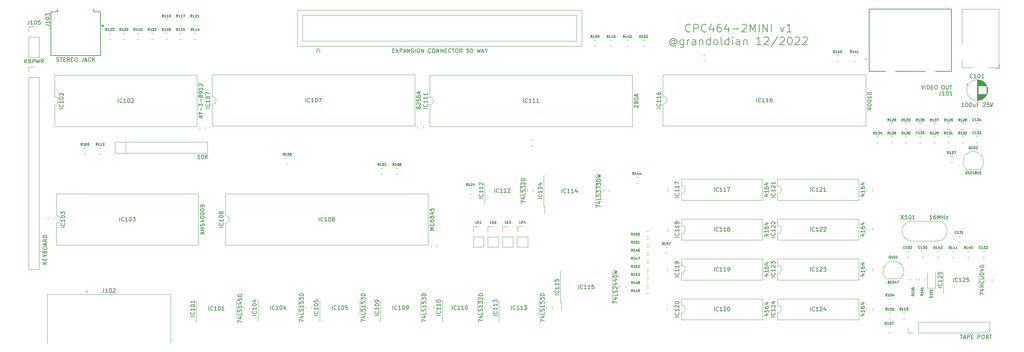
<source format=gbr>
%TF.GenerationSoftware,KiCad,Pcbnew,(6.0.0)*%
%TF.CreationDate,2022-12-03T19:26:30+00:00*%
%TF.ProjectId,CPC464-2MINI,43504334-3634-42d3-924d-494e492e6b69,rev?*%
%TF.SameCoordinates,Original*%
%TF.FileFunction,Legend,Top*%
%TF.FilePolarity,Positive*%
%FSLAX46Y46*%
G04 Gerber Fmt 4.6, Leading zero omitted, Abs format (unit mm)*
G04 Created by KiCad (PCBNEW (6.0.0)) date 2022-12-03 19:26:30*
%MOMM*%
%LPD*%
G01*
G04 APERTURE LIST*
%ADD10C,0.150000*%
%ADD11C,0.120000*%
%ADD12C,0.127000*%
%ADD13C,0.340000*%
%ADD14C,0.200000*%
G04 APERTURE END LIST*
D10*
X182617980Y-33191085D02*
X182522742Y-33286323D01*
X182237028Y-33381561D01*
X182046552Y-33381561D01*
X181760838Y-33286323D01*
X181570361Y-33095847D01*
X181475123Y-32905371D01*
X181379885Y-32524419D01*
X181379885Y-32238704D01*
X181475123Y-31857752D01*
X181570361Y-31667276D01*
X181760838Y-31476800D01*
X182046552Y-31381561D01*
X182237028Y-31381561D01*
X182522742Y-31476800D01*
X182617980Y-31572038D01*
X183475123Y-33381561D02*
X183475123Y-31381561D01*
X184237028Y-31381561D01*
X184427504Y-31476800D01*
X184522742Y-31572038D01*
X184617980Y-31762514D01*
X184617980Y-32048228D01*
X184522742Y-32238704D01*
X184427504Y-32333942D01*
X184237028Y-32429180D01*
X183475123Y-32429180D01*
X186617980Y-33191085D02*
X186522742Y-33286323D01*
X186237028Y-33381561D01*
X186046552Y-33381561D01*
X185760838Y-33286323D01*
X185570361Y-33095847D01*
X185475123Y-32905371D01*
X185379885Y-32524419D01*
X185379885Y-32238704D01*
X185475123Y-31857752D01*
X185570361Y-31667276D01*
X185760838Y-31476800D01*
X186046552Y-31381561D01*
X186237028Y-31381561D01*
X186522742Y-31476800D01*
X186617980Y-31572038D01*
X188332266Y-32048228D02*
X188332266Y-33381561D01*
X187856076Y-31286323D02*
X187379885Y-32714895D01*
X188617980Y-32714895D01*
X190237028Y-31381561D02*
X189856076Y-31381561D01*
X189665600Y-31476800D01*
X189570361Y-31572038D01*
X189379885Y-31857752D01*
X189284647Y-32238704D01*
X189284647Y-33000609D01*
X189379885Y-33191085D01*
X189475123Y-33286323D01*
X189665600Y-33381561D01*
X190046552Y-33381561D01*
X190237028Y-33286323D01*
X190332266Y-33191085D01*
X190427504Y-33000609D01*
X190427504Y-32524419D01*
X190332266Y-32333942D01*
X190237028Y-32238704D01*
X190046552Y-32143466D01*
X189665600Y-32143466D01*
X189475123Y-32238704D01*
X189379885Y-32333942D01*
X189284647Y-32524419D01*
X192141790Y-32048228D02*
X192141790Y-33381561D01*
X191665600Y-31286323D02*
X191189409Y-32714895D01*
X192427504Y-32714895D01*
X193189409Y-32619657D02*
X194713219Y-32619657D01*
X195570361Y-31572038D02*
X195665600Y-31476800D01*
X195856076Y-31381561D01*
X196332266Y-31381561D01*
X196522742Y-31476800D01*
X196617980Y-31572038D01*
X196713219Y-31762514D01*
X196713219Y-31952990D01*
X196617980Y-32238704D01*
X195475123Y-33381561D01*
X196713219Y-33381561D01*
X197570361Y-33381561D02*
X197570361Y-31381561D01*
X198237028Y-32810133D01*
X198903695Y-31381561D01*
X198903695Y-33381561D01*
X199856076Y-33381561D02*
X199856076Y-31381561D01*
X200808457Y-33381561D02*
X200808457Y-31381561D01*
X201951314Y-33381561D01*
X201951314Y-31381561D01*
X202903695Y-33381561D02*
X202903695Y-31381561D01*
X205189409Y-32048228D02*
X205665600Y-33381561D01*
X206141790Y-32048228D01*
X207951314Y-33381561D02*
X206808457Y-33381561D01*
X207379885Y-33381561D02*
X207379885Y-31381561D01*
X207189409Y-31667276D01*
X206998933Y-31857752D01*
X206808457Y-31952990D01*
X178713219Y-35649180D02*
X178617980Y-35553942D01*
X178427504Y-35458704D01*
X178237028Y-35458704D01*
X178046552Y-35553942D01*
X177951314Y-35649180D01*
X177856076Y-35839657D01*
X177856076Y-36030133D01*
X177951314Y-36220609D01*
X178046552Y-36315847D01*
X178237028Y-36411085D01*
X178427504Y-36411085D01*
X178617980Y-36315847D01*
X178713219Y-36220609D01*
X178713219Y-35458704D02*
X178713219Y-36220609D01*
X178808457Y-36315847D01*
X178903695Y-36315847D01*
X179094171Y-36220609D01*
X179189409Y-36030133D01*
X179189409Y-35553942D01*
X178998933Y-35268228D01*
X178713219Y-35077752D01*
X178332266Y-34982514D01*
X177951314Y-35077752D01*
X177665600Y-35268228D01*
X177475123Y-35553942D01*
X177379885Y-35934895D01*
X177475123Y-36315847D01*
X177665600Y-36601561D01*
X177951314Y-36792038D01*
X178332266Y-36887276D01*
X178713219Y-36792038D01*
X178998933Y-36601561D01*
X180903695Y-35268228D02*
X180903695Y-36887276D01*
X180808457Y-37077752D01*
X180713219Y-37172990D01*
X180522742Y-37268228D01*
X180237028Y-37268228D01*
X180046552Y-37172990D01*
X180903695Y-36506323D02*
X180713219Y-36601561D01*
X180332266Y-36601561D01*
X180141790Y-36506323D01*
X180046552Y-36411085D01*
X179951314Y-36220609D01*
X179951314Y-35649180D01*
X180046552Y-35458704D01*
X180141790Y-35363466D01*
X180332266Y-35268228D01*
X180713219Y-35268228D01*
X180903695Y-35363466D01*
X181856076Y-36601561D02*
X181856076Y-35268228D01*
X181856076Y-35649180D02*
X181951314Y-35458704D01*
X182046552Y-35363466D01*
X182237028Y-35268228D01*
X182427504Y-35268228D01*
X183951314Y-36601561D02*
X183951314Y-35553942D01*
X183856076Y-35363466D01*
X183665600Y-35268228D01*
X183284647Y-35268228D01*
X183094171Y-35363466D01*
X183951314Y-36506323D02*
X183760838Y-36601561D01*
X183284647Y-36601561D01*
X183094171Y-36506323D01*
X182998933Y-36315847D01*
X182998933Y-36125371D01*
X183094171Y-35934895D01*
X183284647Y-35839657D01*
X183760838Y-35839657D01*
X183951314Y-35744419D01*
X184903695Y-35268228D02*
X184903695Y-36601561D01*
X184903695Y-35458704D02*
X184998933Y-35363466D01*
X185189409Y-35268228D01*
X185475123Y-35268228D01*
X185665600Y-35363466D01*
X185760838Y-35553942D01*
X185760838Y-36601561D01*
X187570361Y-36601561D02*
X187570361Y-34601561D01*
X187570361Y-36506323D02*
X187379885Y-36601561D01*
X186998933Y-36601561D01*
X186808457Y-36506323D01*
X186713219Y-36411085D01*
X186617980Y-36220609D01*
X186617980Y-35649180D01*
X186713219Y-35458704D01*
X186808457Y-35363466D01*
X186998933Y-35268228D01*
X187379885Y-35268228D01*
X187570361Y-35363466D01*
X188808457Y-36601561D02*
X188617980Y-36506323D01*
X188522742Y-36411085D01*
X188427504Y-36220609D01*
X188427504Y-35649180D01*
X188522742Y-35458704D01*
X188617980Y-35363466D01*
X188808457Y-35268228D01*
X189094171Y-35268228D01*
X189284647Y-35363466D01*
X189379885Y-35458704D01*
X189475123Y-35649180D01*
X189475123Y-36220609D01*
X189379885Y-36411085D01*
X189284647Y-36506323D01*
X189094171Y-36601561D01*
X188808457Y-36601561D01*
X190617980Y-36601561D02*
X190427504Y-36506323D01*
X190332266Y-36315847D01*
X190332266Y-34601561D01*
X192237028Y-36601561D02*
X192237028Y-34601561D01*
X192237028Y-36506323D02*
X192046552Y-36601561D01*
X191665600Y-36601561D01*
X191475123Y-36506323D01*
X191379885Y-36411085D01*
X191284647Y-36220609D01*
X191284647Y-35649180D01*
X191379885Y-35458704D01*
X191475123Y-35363466D01*
X191665600Y-35268228D01*
X192046552Y-35268228D01*
X192237028Y-35363466D01*
X193189409Y-36601561D02*
X193189409Y-35268228D01*
X193189409Y-34601561D02*
X193094171Y-34696800D01*
X193189409Y-34792038D01*
X193284647Y-34696800D01*
X193189409Y-34601561D01*
X193189409Y-34792038D01*
X194998933Y-36601561D02*
X194998933Y-35553942D01*
X194903695Y-35363466D01*
X194713219Y-35268228D01*
X194332266Y-35268228D01*
X194141790Y-35363466D01*
X194998933Y-36506323D02*
X194808457Y-36601561D01*
X194332266Y-36601561D01*
X194141790Y-36506323D01*
X194046552Y-36315847D01*
X194046552Y-36125371D01*
X194141790Y-35934895D01*
X194332266Y-35839657D01*
X194808457Y-35839657D01*
X194998933Y-35744419D01*
X195951314Y-35268228D02*
X195951314Y-36601561D01*
X195951314Y-35458704D02*
X196046552Y-35363466D01*
X196237028Y-35268228D01*
X196522742Y-35268228D01*
X196713219Y-35363466D01*
X196808457Y-35553942D01*
X196808457Y-36601561D01*
X200332266Y-36601561D02*
X199189409Y-36601561D01*
X199760838Y-36601561D02*
X199760838Y-34601561D01*
X199570361Y-34887276D01*
X199379885Y-35077752D01*
X199189409Y-35172990D01*
X201094171Y-34792038D02*
X201189409Y-34696800D01*
X201379885Y-34601561D01*
X201856076Y-34601561D01*
X202046552Y-34696800D01*
X202141790Y-34792038D01*
X202237028Y-34982514D01*
X202237028Y-35172990D01*
X202141790Y-35458704D01*
X200998933Y-36601561D01*
X202237028Y-36601561D01*
X204522742Y-34506323D02*
X202808457Y-37077752D01*
X205094171Y-34792038D02*
X205189409Y-34696800D01*
X205379885Y-34601561D01*
X205856076Y-34601561D01*
X206046552Y-34696800D01*
X206141790Y-34792038D01*
X206237028Y-34982514D01*
X206237028Y-35172990D01*
X206141790Y-35458704D01*
X204998933Y-36601561D01*
X206237028Y-36601561D01*
X207475123Y-34601561D02*
X207665600Y-34601561D01*
X207856076Y-34696800D01*
X207951314Y-34792038D01*
X208046552Y-34982514D01*
X208141790Y-35363466D01*
X208141790Y-35839657D01*
X208046552Y-36220609D01*
X207951314Y-36411085D01*
X207856076Y-36506323D01*
X207665600Y-36601561D01*
X207475123Y-36601561D01*
X207284647Y-36506323D01*
X207189409Y-36411085D01*
X207094171Y-36220609D01*
X206998933Y-35839657D01*
X206998933Y-35363466D01*
X207094171Y-34982514D01*
X207189409Y-34792038D01*
X207284647Y-34696800D01*
X207475123Y-34601561D01*
X208903695Y-34792038D02*
X208998933Y-34696800D01*
X209189409Y-34601561D01*
X209665600Y-34601561D01*
X209856076Y-34696800D01*
X209951314Y-34792038D01*
X210046552Y-34982514D01*
X210046552Y-35172990D01*
X209951314Y-35458704D01*
X208808457Y-36601561D01*
X210046552Y-36601561D01*
X210808457Y-34792038D02*
X210903695Y-34696800D01*
X211094171Y-34601561D01*
X211570361Y-34601561D01*
X211760838Y-34696800D01*
X211856076Y-34792038D01*
X211951314Y-34982514D01*
X211951314Y-35172990D01*
X211856076Y-35458704D01*
X210713219Y-36601561D01*
X211951314Y-36601561D01*
%TO.C,R121*%
X57518071Y-29608428D02*
X57318071Y-29322714D01*
X57175214Y-29608428D02*
X57175214Y-29008428D01*
X57403785Y-29008428D01*
X57460928Y-29037000D01*
X57489500Y-29065571D01*
X57518071Y-29122714D01*
X57518071Y-29208428D01*
X57489500Y-29265571D01*
X57460928Y-29294142D01*
X57403785Y-29322714D01*
X57175214Y-29322714D01*
X58089500Y-29608428D02*
X57746642Y-29608428D01*
X57918071Y-29608428D02*
X57918071Y-29008428D01*
X57860928Y-29094142D01*
X57803785Y-29151285D01*
X57746642Y-29179857D01*
X58318071Y-29065571D02*
X58346642Y-29037000D01*
X58403785Y-29008428D01*
X58546642Y-29008428D01*
X58603785Y-29037000D01*
X58632357Y-29065571D01*
X58660928Y-29122714D01*
X58660928Y-29179857D01*
X58632357Y-29265571D01*
X58289500Y-29608428D01*
X58660928Y-29608428D01*
X59232357Y-29608428D02*
X58889500Y-29608428D01*
X59060928Y-29608428D02*
X59060928Y-29008428D01*
X59003785Y-29094142D01*
X58946642Y-29151285D01*
X58889500Y-29179857D01*
%TO.C,R133*%
X236056571Y-55771428D02*
X235856571Y-55485714D01*
X235713714Y-55771428D02*
X235713714Y-55171428D01*
X235942285Y-55171428D01*
X235999428Y-55200000D01*
X236028000Y-55228571D01*
X236056571Y-55285714D01*
X236056571Y-55371428D01*
X236028000Y-55428571D01*
X235999428Y-55457142D01*
X235942285Y-55485714D01*
X235713714Y-55485714D01*
X236628000Y-55771428D02*
X236285142Y-55771428D01*
X236456571Y-55771428D02*
X236456571Y-55171428D01*
X236399428Y-55257142D01*
X236342285Y-55314285D01*
X236285142Y-55342857D01*
X236828000Y-55171428D02*
X237199428Y-55171428D01*
X236999428Y-55400000D01*
X237085142Y-55400000D01*
X237142285Y-55428571D01*
X237170857Y-55457142D01*
X237199428Y-55514285D01*
X237199428Y-55657142D01*
X237170857Y-55714285D01*
X237142285Y-55742857D01*
X237085142Y-55771428D01*
X236913714Y-55771428D01*
X236856571Y-55742857D01*
X236828000Y-55714285D01*
X237399428Y-55171428D02*
X237770857Y-55171428D01*
X237570857Y-55400000D01*
X237656571Y-55400000D01*
X237713714Y-55428571D01*
X237742285Y-55457142D01*
X237770857Y-55514285D01*
X237770857Y-55657142D01*
X237742285Y-55714285D01*
X237713714Y-55742857D01*
X237656571Y-55771428D01*
X237485142Y-55771428D01*
X237428000Y-55742857D01*
X237399428Y-55714285D01*
%TO.C,IC125*%
X245743380Y-97686571D02*
X244743380Y-97686571D01*
X245648142Y-96638952D02*
X245695761Y-96686571D01*
X245743380Y-96829428D01*
X245743380Y-96924666D01*
X245695761Y-97067523D01*
X245600523Y-97162761D01*
X245505285Y-97210380D01*
X245314809Y-97258000D01*
X245171952Y-97258000D01*
X244981476Y-97210380D01*
X244886238Y-97162761D01*
X244791000Y-97067523D01*
X244743380Y-96924666D01*
X244743380Y-96829428D01*
X244791000Y-96686571D01*
X244838619Y-96638952D01*
X245743380Y-95686571D02*
X245743380Y-96258000D01*
X245743380Y-95972285D02*
X244743380Y-95972285D01*
X244886238Y-96067523D01*
X244981476Y-96162761D01*
X245029095Y-96258000D01*
X244838619Y-95305619D02*
X244791000Y-95258000D01*
X244743380Y-95162761D01*
X244743380Y-94924666D01*
X244791000Y-94829428D01*
X244838619Y-94781809D01*
X244933857Y-94734190D01*
X245029095Y-94734190D01*
X245171952Y-94781809D01*
X245743380Y-95353238D01*
X245743380Y-94734190D01*
X244743380Y-93829428D02*
X244743380Y-94305619D01*
X245219571Y-94353238D01*
X245171952Y-94305619D01*
X245124333Y-94210380D01*
X245124333Y-93972285D01*
X245171952Y-93877047D01*
X245219571Y-93829428D01*
X245314809Y-93781809D01*
X245552904Y-93781809D01*
X245648142Y-93829428D01*
X245695761Y-93877047D01*
X245743380Y-93972285D01*
X245743380Y-94210380D01*
X245695761Y-94305619D01*
X245648142Y-94353238D01*
X255303380Y-99567523D02*
X255303380Y-98900857D01*
X256303380Y-99329428D01*
X255636714Y-98091333D02*
X256303380Y-98091333D01*
X255255761Y-98329428D02*
X255970047Y-98567523D01*
X255970047Y-97948476D01*
X256303380Y-97567523D02*
X255303380Y-97567523D01*
X255779571Y-97567523D02*
X255779571Y-96996095D01*
X256303380Y-96996095D02*
X255303380Y-96996095D01*
X256208142Y-95948476D02*
X256255761Y-95996095D01*
X256303380Y-96138952D01*
X256303380Y-96234190D01*
X256255761Y-96377047D01*
X256160523Y-96472285D01*
X256065285Y-96519904D01*
X255874809Y-96567523D01*
X255731952Y-96567523D01*
X255541476Y-96519904D01*
X255446238Y-96472285D01*
X255351000Y-96377047D01*
X255303380Y-96234190D01*
X255303380Y-96138952D01*
X255351000Y-95996095D01*
X255398619Y-95948476D01*
X255303380Y-95519904D02*
X256112904Y-95519904D01*
X256208142Y-95472285D01*
X256255761Y-95424666D01*
X256303380Y-95329428D01*
X256303380Y-95138952D01*
X256255761Y-95043714D01*
X256208142Y-94996095D01*
X256112904Y-94948476D01*
X255303380Y-94948476D01*
X255303380Y-94281809D02*
X255303380Y-94186571D01*
X255351000Y-94091333D01*
X255398619Y-94043714D01*
X255493857Y-93996095D01*
X255684333Y-93948476D01*
X255922428Y-93948476D01*
X256112904Y-93996095D01*
X256208142Y-94043714D01*
X256255761Y-94091333D01*
X256303380Y-94186571D01*
X256303380Y-94281809D01*
X256255761Y-94377047D01*
X256208142Y-94424666D01*
X256112904Y-94472285D01*
X255922428Y-94519904D01*
X255684333Y-94519904D01*
X255493857Y-94472285D01*
X255398619Y-94424666D01*
X255351000Y-94377047D01*
X255303380Y-94281809D01*
X255636714Y-93091333D02*
X256303380Y-93091333D01*
X255255761Y-93329428D02*
X255970047Y-93567523D01*
X255970047Y-92948476D01*
X256303380Y-92567523D02*
X255303380Y-92567523D01*
X255303380Y-92329428D01*
X255351000Y-92186571D01*
X255446238Y-92091333D01*
X255541476Y-92043714D01*
X255731952Y-91996095D01*
X255874809Y-91996095D01*
X256065285Y-92043714D01*
X256160523Y-92091333D01*
X256255761Y-92186571D01*
X256303380Y-92329428D01*
X256303380Y-92567523D01*
X248681000Y-96201333D02*
X248681000Y-95221333D01*
X249707666Y-96108000D02*
X249661000Y-96154666D01*
X249521000Y-96201333D01*
X249427666Y-96201333D01*
X249287666Y-96154666D01*
X249194333Y-96061333D01*
X249147666Y-95968000D01*
X249101000Y-95781333D01*
X249101000Y-95641333D01*
X249147666Y-95454666D01*
X249194333Y-95361333D01*
X249287666Y-95268000D01*
X249427666Y-95221333D01*
X249521000Y-95221333D01*
X249661000Y-95268000D01*
X249707666Y-95314666D01*
X250641000Y-96201333D02*
X250081000Y-96201333D01*
X250361000Y-96201333D02*
X250361000Y-95221333D01*
X250267666Y-95361333D01*
X250174333Y-95454666D01*
X250081000Y-95501333D01*
X251014333Y-95314666D02*
X251061000Y-95268000D01*
X251154333Y-95221333D01*
X251387666Y-95221333D01*
X251481000Y-95268000D01*
X251527666Y-95314666D01*
X251574333Y-95408000D01*
X251574333Y-95501333D01*
X251527666Y-95641333D01*
X250967666Y-96201333D01*
X251574333Y-96201333D01*
X252461000Y-95221333D02*
X251994333Y-95221333D01*
X251947666Y-95688000D01*
X251994333Y-95641333D01*
X252087666Y-95594666D01*
X252321000Y-95594666D01*
X252414333Y-95641333D01*
X252461000Y-95688000D01*
X252507666Y-95781333D01*
X252507666Y-96014666D01*
X252461000Y-96108000D01*
X252414333Y-96154666D01*
X252321000Y-96201333D01*
X252087666Y-96201333D01*
X251994333Y-96154666D01*
X251947666Y-96108000D01*
%TO.C,R104*%
X231969071Y-99840428D02*
X231769071Y-99554714D01*
X231626214Y-99840428D02*
X231626214Y-99240428D01*
X231854785Y-99240428D01*
X231911928Y-99269000D01*
X231940500Y-99297571D01*
X231969071Y-99354714D01*
X231969071Y-99440428D01*
X231940500Y-99497571D01*
X231911928Y-99526142D01*
X231854785Y-99554714D01*
X231626214Y-99554714D01*
X232540500Y-99840428D02*
X232197642Y-99840428D01*
X232369071Y-99840428D02*
X232369071Y-99240428D01*
X232311928Y-99326142D01*
X232254785Y-99383285D01*
X232197642Y-99411857D01*
X232911928Y-99240428D02*
X232969071Y-99240428D01*
X233026214Y-99269000D01*
X233054785Y-99297571D01*
X233083357Y-99354714D01*
X233111928Y-99469000D01*
X233111928Y-99611857D01*
X233083357Y-99726142D01*
X233054785Y-99783285D01*
X233026214Y-99811857D01*
X232969071Y-99840428D01*
X232911928Y-99840428D01*
X232854785Y-99811857D01*
X232826214Y-99783285D01*
X232797642Y-99726142D01*
X232769071Y-99611857D01*
X232769071Y-99469000D01*
X232797642Y-99354714D01*
X232826214Y-99297571D01*
X232854785Y-99269000D01*
X232911928Y-99240428D01*
X233626214Y-99440428D02*
X233626214Y-99840428D01*
X233483357Y-99211857D02*
X233340500Y-99640428D01*
X233711928Y-99640428D01*
%TO.C,Q101*%
X232924428Y-90346571D02*
X232867285Y-90318000D01*
X232810142Y-90260857D01*
X232724428Y-90175142D01*
X232667285Y-90146571D01*
X232610142Y-90146571D01*
X232638714Y-90289428D02*
X232581571Y-90260857D01*
X232524428Y-90203714D01*
X232495857Y-90089428D01*
X232495857Y-89889428D01*
X232524428Y-89775142D01*
X232581571Y-89718000D01*
X232638714Y-89689428D01*
X232753000Y-89689428D01*
X232810142Y-89718000D01*
X232867285Y-89775142D01*
X232895857Y-89889428D01*
X232895857Y-90089428D01*
X232867285Y-90203714D01*
X232810142Y-90260857D01*
X232753000Y-90289428D01*
X232638714Y-90289428D01*
X233467285Y-90289428D02*
X233124428Y-90289428D01*
X233295857Y-90289428D02*
X233295857Y-89689428D01*
X233238714Y-89775142D01*
X233181571Y-89832285D01*
X233124428Y-89860857D01*
X233838714Y-89689428D02*
X233895857Y-89689428D01*
X233953000Y-89718000D01*
X233981571Y-89746571D01*
X234010142Y-89803714D01*
X234038714Y-89918000D01*
X234038714Y-90060857D01*
X234010142Y-90175142D01*
X233981571Y-90232285D01*
X233953000Y-90260857D01*
X233895857Y-90289428D01*
X233838714Y-90289428D01*
X233781571Y-90260857D01*
X233753000Y-90232285D01*
X233724428Y-90175142D01*
X233695857Y-90060857D01*
X233695857Y-89918000D01*
X233724428Y-89803714D01*
X233753000Y-89746571D01*
X233781571Y-89718000D01*
X233838714Y-89689428D01*
X234610142Y-90289428D02*
X234267285Y-90289428D01*
X234438714Y-90289428D02*
X234438714Y-89689428D01*
X234381571Y-89775142D01*
X234324428Y-89832285D01*
X234267285Y-89860857D01*
X232438714Y-96325142D02*
X232524428Y-96353714D01*
X232553000Y-96382285D01*
X232581571Y-96439428D01*
X232581571Y-96525142D01*
X232553000Y-96582285D01*
X232524428Y-96610857D01*
X232467285Y-96639428D01*
X232238714Y-96639428D01*
X232238714Y-96039428D01*
X232438714Y-96039428D01*
X232495857Y-96068000D01*
X232524428Y-96096571D01*
X232553000Y-96153714D01*
X232553000Y-96210857D01*
X232524428Y-96268000D01*
X232495857Y-96296571D01*
X232438714Y-96325142D01*
X232238714Y-96325142D01*
X233181571Y-96582285D02*
X233153000Y-96610857D01*
X233067285Y-96639428D01*
X233010142Y-96639428D01*
X232924428Y-96610857D01*
X232867285Y-96553714D01*
X232838714Y-96496571D01*
X232810142Y-96382285D01*
X232810142Y-96296571D01*
X232838714Y-96182285D01*
X232867285Y-96125142D01*
X232924428Y-96068000D01*
X233010142Y-96039428D01*
X233067285Y-96039428D01*
X233153000Y-96068000D01*
X233181571Y-96096571D01*
X233724428Y-96039428D02*
X233438714Y-96039428D01*
X233410142Y-96325142D01*
X233438714Y-96296571D01*
X233495857Y-96268000D01*
X233638714Y-96268000D01*
X233695857Y-96296571D01*
X233724428Y-96325142D01*
X233753000Y-96382285D01*
X233753000Y-96525142D01*
X233724428Y-96582285D01*
X233695857Y-96610857D01*
X233638714Y-96639428D01*
X233495857Y-96639428D01*
X233438714Y-96610857D01*
X233410142Y-96582285D01*
X234267285Y-96239428D02*
X234267285Y-96639428D01*
X234124428Y-96010857D02*
X233981571Y-96439428D01*
X234353000Y-96439428D01*
X234524428Y-96039428D02*
X234924428Y-96039428D01*
X234667285Y-96639428D01*
%TO.C,IC118*%
X179747380Y-84976571D02*
X178747380Y-84976571D01*
X179652142Y-83928952D02*
X179699761Y-83976571D01*
X179747380Y-84119428D01*
X179747380Y-84214666D01*
X179699761Y-84357523D01*
X179604523Y-84452761D01*
X179509285Y-84500380D01*
X179318809Y-84548000D01*
X179175952Y-84548000D01*
X178985476Y-84500380D01*
X178890238Y-84452761D01*
X178795000Y-84357523D01*
X178747380Y-84214666D01*
X178747380Y-84119428D01*
X178795000Y-83976571D01*
X178842619Y-83928952D01*
X179747380Y-82976571D02*
X179747380Y-83548000D01*
X179747380Y-83262285D02*
X178747380Y-83262285D01*
X178890238Y-83357523D01*
X178985476Y-83452761D01*
X179033095Y-83548000D01*
X179747380Y-82024190D02*
X179747380Y-82595619D01*
X179747380Y-82309904D02*
X178747380Y-82309904D01*
X178890238Y-82405142D01*
X178985476Y-82500380D01*
X179033095Y-82595619D01*
X179175952Y-81452761D02*
X179128333Y-81548000D01*
X179080714Y-81595619D01*
X178985476Y-81643238D01*
X178937857Y-81643238D01*
X178842619Y-81595619D01*
X178795000Y-81548000D01*
X178747380Y-81452761D01*
X178747380Y-81262285D01*
X178795000Y-81167047D01*
X178842619Y-81119428D01*
X178937857Y-81071809D01*
X178985476Y-81071809D01*
X179080714Y-81119428D01*
X179128333Y-81167047D01*
X179175952Y-81262285D01*
X179175952Y-81452761D01*
X179223571Y-81548000D01*
X179271190Y-81595619D01*
X179366428Y-81643238D01*
X179556904Y-81643238D01*
X179652142Y-81595619D01*
X179699761Y-81548000D01*
X179747380Y-81452761D01*
X179747380Y-81262285D01*
X179699761Y-81167047D01*
X179652142Y-81119428D01*
X179556904Y-81071809D01*
X179366428Y-81071809D01*
X179271190Y-81119428D01*
X179223571Y-81167047D01*
X179175952Y-81262285D01*
X201520714Y-84286095D02*
X202187380Y-84286095D01*
X201139761Y-84524190D02*
X201854047Y-84762285D01*
X201854047Y-84143238D01*
X202187380Y-83238476D02*
X202187380Y-83809904D01*
X202187380Y-83524190D02*
X201187380Y-83524190D01*
X201330238Y-83619428D01*
X201425476Y-83714666D01*
X201473095Y-83809904D01*
X201187380Y-82381333D02*
X201187380Y-82571809D01*
X201235000Y-82667047D01*
X201282619Y-82714666D01*
X201425476Y-82809904D01*
X201615952Y-82857523D01*
X201996904Y-82857523D01*
X202092142Y-82809904D01*
X202139761Y-82762285D01*
X202187380Y-82667047D01*
X202187380Y-82476571D01*
X202139761Y-82381333D01*
X202092142Y-82333714D01*
X201996904Y-82286095D01*
X201758809Y-82286095D01*
X201663571Y-82333714D01*
X201615952Y-82381333D01*
X201568333Y-82476571D01*
X201568333Y-82667047D01*
X201615952Y-82762285D01*
X201663571Y-82809904D01*
X201758809Y-82857523D01*
X201520714Y-81428952D02*
X202187380Y-81428952D01*
X201139761Y-81667047D02*
X201854047Y-81905142D01*
X201854047Y-81286095D01*
X188586428Y-83500380D02*
X188586428Y-82500380D01*
X189634047Y-83405142D02*
X189586428Y-83452761D01*
X189443571Y-83500380D01*
X189348333Y-83500380D01*
X189205476Y-83452761D01*
X189110238Y-83357523D01*
X189062619Y-83262285D01*
X189015000Y-83071809D01*
X189015000Y-82928952D01*
X189062619Y-82738476D01*
X189110238Y-82643238D01*
X189205476Y-82548000D01*
X189348333Y-82500380D01*
X189443571Y-82500380D01*
X189586428Y-82548000D01*
X189634047Y-82595619D01*
X190586428Y-83500380D02*
X190015000Y-83500380D01*
X190300714Y-83500380D02*
X190300714Y-82500380D01*
X190205476Y-82643238D01*
X190110238Y-82738476D01*
X190015000Y-82786095D01*
X191538809Y-83500380D02*
X190967380Y-83500380D01*
X191253095Y-83500380D02*
X191253095Y-82500380D01*
X191157857Y-82643238D01*
X191062619Y-82738476D01*
X190967380Y-82786095D01*
X192110238Y-82928952D02*
X192015000Y-82881333D01*
X191967380Y-82833714D01*
X191919761Y-82738476D01*
X191919761Y-82690857D01*
X191967380Y-82595619D01*
X192015000Y-82548000D01*
X192110238Y-82500380D01*
X192300714Y-82500380D01*
X192395952Y-82548000D01*
X192443571Y-82595619D01*
X192491190Y-82690857D01*
X192491190Y-82738476D01*
X192443571Y-82833714D01*
X192395952Y-82881333D01*
X192300714Y-82928952D01*
X192110238Y-82928952D01*
X192015000Y-82976571D01*
X191967380Y-83024190D01*
X191919761Y-83119428D01*
X191919761Y-83309904D01*
X191967380Y-83405142D01*
X192015000Y-83452761D01*
X192110238Y-83500380D01*
X192300714Y-83500380D01*
X192395952Y-83452761D01*
X192443571Y-83405142D01*
X192491190Y-83309904D01*
X192491190Y-83119428D01*
X192443571Y-83024190D01*
X192395952Y-82976571D01*
X192300714Y-82928952D01*
%TO.C,R105*%
X29959071Y-61929428D02*
X29759071Y-61643714D01*
X29616214Y-61929428D02*
X29616214Y-61329428D01*
X29844785Y-61329428D01*
X29901928Y-61358000D01*
X29930500Y-61386571D01*
X29959071Y-61443714D01*
X29959071Y-61529428D01*
X29930500Y-61586571D01*
X29901928Y-61615142D01*
X29844785Y-61643714D01*
X29616214Y-61643714D01*
X30530500Y-61929428D02*
X30187642Y-61929428D01*
X30359071Y-61929428D02*
X30359071Y-61329428D01*
X30301928Y-61415142D01*
X30244785Y-61472285D01*
X30187642Y-61500857D01*
X30901928Y-61329428D02*
X30959071Y-61329428D01*
X31016214Y-61358000D01*
X31044785Y-61386571D01*
X31073357Y-61443714D01*
X31101928Y-61558000D01*
X31101928Y-61700857D01*
X31073357Y-61815142D01*
X31044785Y-61872285D01*
X31016214Y-61900857D01*
X30959071Y-61929428D01*
X30901928Y-61929428D01*
X30844785Y-61900857D01*
X30816214Y-61872285D01*
X30787642Y-61815142D01*
X30759071Y-61700857D01*
X30759071Y-61558000D01*
X30787642Y-61443714D01*
X30816214Y-61386571D01*
X30844785Y-61358000D01*
X30901928Y-61329428D01*
X31644785Y-61329428D02*
X31359071Y-61329428D01*
X31330500Y-61615142D01*
X31359071Y-61586571D01*
X31416214Y-61558000D01*
X31559071Y-61558000D01*
X31616214Y-61586571D01*
X31644785Y-61615142D01*
X31673357Y-61672285D01*
X31673357Y-61815142D01*
X31644785Y-61872285D01*
X31616214Y-61900857D01*
X31559071Y-61929428D01*
X31416214Y-61929428D01*
X31359071Y-61900857D01*
X31330500Y-61872285D01*
%TO.C,IC113*%
X134125380Y-104675571D02*
X133125380Y-104675571D01*
X134030142Y-103627952D02*
X134077761Y-103675571D01*
X134125380Y-103818428D01*
X134125380Y-103913666D01*
X134077761Y-104056523D01*
X133982523Y-104151761D01*
X133887285Y-104199380D01*
X133696809Y-104247000D01*
X133553952Y-104247000D01*
X133363476Y-104199380D01*
X133268238Y-104151761D01*
X133173000Y-104056523D01*
X133125380Y-103913666D01*
X133125380Y-103818428D01*
X133173000Y-103675571D01*
X133220619Y-103627952D01*
X134125380Y-102675571D02*
X134125380Y-103247000D01*
X134125380Y-102961285D02*
X133125380Y-102961285D01*
X133268238Y-103056523D01*
X133363476Y-103151761D01*
X133411095Y-103247000D01*
X134125380Y-101723190D02*
X134125380Y-102294619D01*
X134125380Y-102008904D02*
X133125380Y-102008904D01*
X133268238Y-102104142D01*
X133363476Y-102199380D01*
X133411095Y-102294619D01*
X133125380Y-101389857D02*
X133125380Y-100770809D01*
X133506333Y-101104142D01*
X133506333Y-100961285D01*
X133553952Y-100866047D01*
X133601571Y-100818428D01*
X133696809Y-100770809D01*
X133934904Y-100770809D01*
X134030142Y-100818428D01*
X134077761Y-100866047D01*
X134125380Y-100961285D01*
X134125380Y-101247000D01*
X134077761Y-101342238D01*
X134030142Y-101389857D01*
X144925380Y-106366047D02*
X144925380Y-105699380D01*
X145925380Y-106127952D01*
X145258714Y-104889857D02*
X145925380Y-104889857D01*
X144877761Y-105127952D02*
X145592047Y-105366047D01*
X145592047Y-104747000D01*
X145925380Y-103889857D02*
X145925380Y-104366047D01*
X144925380Y-104366047D01*
X145877761Y-103604142D02*
X145925380Y-103461285D01*
X145925380Y-103223190D01*
X145877761Y-103127952D01*
X145830142Y-103080333D01*
X145734904Y-103032714D01*
X145639666Y-103032714D01*
X145544428Y-103080333D01*
X145496809Y-103127952D01*
X145449190Y-103223190D01*
X145401571Y-103413666D01*
X145353952Y-103508904D01*
X145306333Y-103556523D01*
X145211095Y-103604142D01*
X145115857Y-103604142D01*
X145020619Y-103556523D01*
X144973000Y-103508904D01*
X144925380Y-103413666D01*
X144925380Y-103175571D01*
X144973000Y-103032714D01*
X145925380Y-102080333D02*
X145925380Y-102651761D01*
X145925380Y-102366047D02*
X144925380Y-102366047D01*
X145068238Y-102461285D01*
X145163476Y-102556523D01*
X145211095Y-102651761D01*
X144925380Y-101175571D02*
X144925380Y-101651761D01*
X145401571Y-101699380D01*
X145353952Y-101651761D01*
X145306333Y-101556523D01*
X145306333Y-101318428D01*
X145353952Y-101223190D01*
X145401571Y-101175571D01*
X145496809Y-101127952D01*
X145734904Y-101127952D01*
X145830142Y-101175571D01*
X145877761Y-101223190D01*
X145925380Y-101318428D01*
X145925380Y-101556523D01*
X145877761Y-101651761D01*
X145830142Y-101699380D01*
X144925380Y-100794619D02*
X144925380Y-100175571D01*
X145306333Y-100508904D01*
X145306333Y-100366047D01*
X145353952Y-100270809D01*
X145401571Y-100223190D01*
X145496809Y-100175571D01*
X145734904Y-100175571D01*
X145830142Y-100223190D01*
X145877761Y-100270809D01*
X145925380Y-100366047D01*
X145925380Y-100651761D01*
X145877761Y-100747000D01*
X145830142Y-100794619D01*
X145925380Y-99747000D02*
X144925380Y-99747000D01*
X144925380Y-99508904D01*
X144973000Y-99366047D01*
X145068238Y-99270809D01*
X145163476Y-99223190D01*
X145353952Y-99175571D01*
X145496809Y-99175571D01*
X145687285Y-99223190D01*
X145782523Y-99270809D01*
X145877761Y-99366047D01*
X145925380Y-99508904D01*
X145925380Y-99747000D01*
X137683000Y-103190333D02*
X137683000Y-102210333D01*
X138709666Y-103097000D02*
X138663000Y-103143666D01*
X138523000Y-103190333D01*
X138429666Y-103190333D01*
X138289666Y-103143666D01*
X138196333Y-103050333D01*
X138149666Y-102957000D01*
X138103000Y-102770333D01*
X138103000Y-102630333D01*
X138149666Y-102443666D01*
X138196333Y-102350333D01*
X138289666Y-102257000D01*
X138429666Y-102210333D01*
X138523000Y-102210333D01*
X138663000Y-102257000D01*
X138709666Y-102303666D01*
X139643000Y-103190333D02*
X139083000Y-103190333D01*
X139363000Y-103190333D02*
X139363000Y-102210333D01*
X139269666Y-102350333D01*
X139176333Y-102443666D01*
X139083000Y-102490333D01*
X140576333Y-103190333D02*
X140016333Y-103190333D01*
X140296333Y-103190333D02*
X140296333Y-102210333D01*
X140203000Y-102350333D01*
X140109666Y-102443666D01*
X140016333Y-102490333D01*
X140903000Y-102210333D02*
X141509666Y-102210333D01*
X141183000Y-102583666D01*
X141323000Y-102583666D01*
X141416333Y-102630333D01*
X141463000Y-102677000D01*
X141509666Y-102770333D01*
X141509666Y-103003666D01*
X141463000Y-103097000D01*
X141416333Y-103143666D01*
X141323000Y-103190333D01*
X141043000Y-103190333D01*
X140949666Y-103143666D01*
X140903000Y-103097000D01*
%TO.C,R155*%
X238777428Y-99375828D02*
X238491714Y-99575828D01*
X238777428Y-99718685D02*
X238177428Y-99718685D01*
X238177428Y-99490114D01*
X238206000Y-99432971D01*
X238234571Y-99404400D01*
X238291714Y-99375828D01*
X238377428Y-99375828D01*
X238434571Y-99404400D01*
X238463142Y-99432971D01*
X238491714Y-99490114D01*
X238491714Y-99718685D01*
X238777428Y-98804400D02*
X238777428Y-99147257D01*
X238777428Y-98975828D02*
X238177428Y-98975828D01*
X238263142Y-99032971D01*
X238320285Y-99090114D01*
X238348857Y-99147257D01*
X238177428Y-98261542D02*
X238177428Y-98547257D01*
X238463142Y-98575828D01*
X238434571Y-98547257D01*
X238406000Y-98490114D01*
X238406000Y-98347257D01*
X238434571Y-98290114D01*
X238463142Y-98261542D01*
X238520285Y-98232971D01*
X238663142Y-98232971D01*
X238720285Y-98261542D01*
X238748857Y-98290114D01*
X238777428Y-98347257D01*
X238777428Y-98490114D01*
X238748857Y-98547257D01*
X238720285Y-98575828D01*
X238177428Y-97690114D02*
X238177428Y-97975828D01*
X238463142Y-98004400D01*
X238434571Y-97975828D01*
X238406000Y-97918685D01*
X238406000Y-97775828D01*
X238434571Y-97718685D01*
X238463142Y-97690114D01*
X238520285Y-97661542D01*
X238663142Y-97661542D01*
X238720285Y-97690114D01*
X238748857Y-97718685D01*
X238777428Y-97775828D01*
X238777428Y-97918685D01*
X238748857Y-97975828D01*
X238720285Y-98004400D01*
%TO.C,R141*%
X223079071Y-38626428D02*
X222879071Y-38340714D01*
X222736214Y-38626428D02*
X222736214Y-38026428D01*
X222964785Y-38026428D01*
X223021928Y-38055000D01*
X223050500Y-38083571D01*
X223079071Y-38140714D01*
X223079071Y-38226428D01*
X223050500Y-38283571D01*
X223021928Y-38312142D01*
X222964785Y-38340714D01*
X222736214Y-38340714D01*
X223650500Y-38626428D02*
X223307642Y-38626428D01*
X223479071Y-38626428D02*
X223479071Y-38026428D01*
X223421928Y-38112142D01*
X223364785Y-38169285D01*
X223307642Y-38197857D01*
X224164785Y-38226428D02*
X224164785Y-38626428D01*
X224021928Y-37997857D02*
X223879071Y-38426428D01*
X224250500Y-38426428D01*
X224793357Y-38626428D02*
X224450500Y-38626428D01*
X224621928Y-38626428D02*
X224621928Y-38026428D01*
X224564785Y-38112142D01*
X224507642Y-38169285D01*
X224450500Y-38197857D01*
%TO.C,R131*%
X246724571Y-59073428D02*
X246524571Y-58787714D01*
X246381714Y-59073428D02*
X246381714Y-58473428D01*
X246610285Y-58473428D01*
X246667428Y-58502000D01*
X246696000Y-58530571D01*
X246724571Y-58587714D01*
X246724571Y-58673428D01*
X246696000Y-58730571D01*
X246667428Y-58759142D01*
X246610285Y-58787714D01*
X246381714Y-58787714D01*
X247296000Y-59073428D02*
X246953142Y-59073428D01*
X247124571Y-59073428D02*
X247124571Y-58473428D01*
X247067428Y-58559142D01*
X247010285Y-58616285D01*
X246953142Y-58644857D01*
X247496000Y-58473428D02*
X247867428Y-58473428D01*
X247667428Y-58702000D01*
X247753142Y-58702000D01*
X247810285Y-58730571D01*
X247838857Y-58759142D01*
X247867428Y-58816285D01*
X247867428Y-58959142D01*
X247838857Y-59016285D01*
X247810285Y-59044857D01*
X247753142Y-59073428D01*
X247581714Y-59073428D01*
X247524571Y-59044857D01*
X247496000Y-59016285D01*
X248438857Y-59073428D02*
X248096000Y-59073428D01*
X248267428Y-59073428D02*
X248267428Y-58473428D01*
X248210285Y-58559142D01*
X248153142Y-58616285D01*
X248096000Y-58644857D01*
%TO.C,R126*%
X246724571Y-55771428D02*
X246524571Y-55485714D01*
X246381714Y-55771428D02*
X246381714Y-55171428D01*
X246610285Y-55171428D01*
X246667428Y-55200000D01*
X246696000Y-55228571D01*
X246724571Y-55285714D01*
X246724571Y-55371428D01*
X246696000Y-55428571D01*
X246667428Y-55457142D01*
X246610285Y-55485714D01*
X246381714Y-55485714D01*
X247296000Y-55771428D02*
X246953142Y-55771428D01*
X247124571Y-55771428D02*
X247124571Y-55171428D01*
X247067428Y-55257142D01*
X247010285Y-55314285D01*
X246953142Y-55342857D01*
X247524571Y-55228571D02*
X247553142Y-55200000D01*
X247610285Y-55171428D01*
X247753142Y-55171428D01*
X247810285Y-55200000D01*
X247838857Y-55228571D01*
X247867428Y-55285714D01*
X247867428Y-55342857D01*
X247838857Y-55428571D01*
X247496000Y-55771428D01*
X247867428Y-55771428D01*
X248381714Y-55171428D02*
X248267428Y-55171428D01*
X248210285Y-55200000D01*
X248181714Y-55228571D01*
X248124571Y-55314285D01*
X248096000Y-55428571D01*
X248096000Y-55657142D01*
X248124571Y-55714285D01*
X248153142Y-55742857D01*
X248210285Y-55771428D01*
X248324571Y-55771428D01*
X248381714Y-55742857D01*
X248410285Y-55714285D01*
X248438857Y-55657142D01*
X248438857Y-55514285D01*
X248410285Y-55457142D01*
X248381714Y-55428571D01*
X248324571Y-55400000D01*
X248210285Y-55400000D01*
X248153142Y-55428571D01*
X248124571Y-55457142D01*
X248096000Y-55514285D01*
%TO.C,IC110*%
X119886380Y-104675571D02*
X118886380Y-104675571D01*
X119791142Y-103627952D02*
X119838761Y-103675571D01*
X119886380Y-103818428D01*
X119886380Y-103913666D01*
X119838761Y-104056523D01*
X119743523Y-104151761D01*
X119648285Y-104199380D01*
X119457809Y-104247000D01*
X119314952Y-104247000D01*
X119124476Y-104199380D01*
X119029238Y-104151761D01*
X118934000Y-104056523D01*
X118886380Y-103913666D01*
X118886380Y-103818428D01*
X118934000Y-103675571D01*
X118981619Y-103627952D01*
X119886380Y-102675571D02*
X119886380Y-103247000D01*
X119886380Y-102961285D02*
X118886380Y-102961285D01*
X119029238Y-103056523D01*
X119124476Y-103151761D01*
X119172095Y-103247000D01*
X119886380Y-101723190D02*
X119886380Y-102294619D01*
X119886380Y-102008904D02*
X118886380Y-102008904D01*
X119029238Y-102104142D01*
X119124476Y-102199380D01*
X119172095Y-102294619D01*
X118886380Y-101104142D02*
X118886380Y-101008904D01*
X118934000Y-100913666D01*
X118981619Y-100866047D01*
X119076857Y-100818428D01*
X119267333Y-100770809D01*
X119505428Y-100770809D01*
X119695904Y-100818428D01*
X119791142Y-100866047D01*
X119838761Y-100913666D01*
X119886380Y-101008904D01*
X119886380Y-101104142D01*
X119838761Y-101199380D01*
X119791142Y-101247000D01*
X119695904Y-101294619D01*
X119505428Y-101342238D01*
X119267333Y-101342238D01*
X119076857Y-101294619D01*
X118981619Y-101247000D01*
X118934000Y-101199380D01*
X118886380Y-101104142D01*
X129446380Y-106366047D02*
X129446380Y-105699380D01*
X130446380Y-106127952D01*
X129779714Y-104889857D02*
X130446380Y-104889857D01*
X129398761Y-105127952D02*
X130113047Y-105366047D01*
X130113047Y-104747000D01*
X130446380Y-103889857D02*
X130446380Y-104366047D01*
X129446380Y-104366047D01*
X130398761Y-103604142D02*
X130446380Y-103461285D01*
X130446380Y-103223190D01*
X130398761Y-103127952D01*
X130351142Y-103080333D01*
X130255904Y-103032714D01*
X130160666Y-103032714D01*
X130065428Y-103080333D01*
X130017809Y-103127952D01*
X129970190Y-103223190D01*
X129922571Y-103413666D01*
X129874952Y-103508904D01*
X129827333Y-103556523D01*
X129732095Y-103604142D01*
X129636857Y-103604142D01*
X129541619Y-103556523D01*
X129494000Y-103508904D01*
X129446380Y-103413666D01*
X129446380Y-103175571D01*
X129494000Y-103032714D01*
X130446380Y-102080333D02*
X130446380Y-102651761D01*
X130446380Y-102366047D02*
X129446380Y-102366047D01*
X129589238Y-102461285D01*
X129684476Y-102556523D01*
X129732095Y-102651761D01*
X129446380Y-101747000D02*
X129446380Y-101127952D01*
X129827333Y-101461285D01*
X129827333Y-101318428D01*
X129874952Y-101223190D01*
X129922571Y-101175571D01*
X130017809Y-101127952D01*
X130255904Y-101127952D01*
X130351142Y-101175571D01*
X130398761Y-101223190D01*
X130446380Y-101318428D01*
X130446380Y-101604142D01*
X130398761Y-101699380D01*
X130351142Y-101747000D01*
X129541619Y-100747000D02*
X129494000Y-100699380D01*
X129446380Y-100604142D01*
X129446380Y-100366047D01*
X129494000Y-100270809D01*
X129541619Y-100223190D01*
X129636857Y-100175571D01*
X129732095Y-100175571D01*
X129874952Y-100223190D01*
X130446380Y-100794619D01*
X130446380Y-100175571D01*
X130446380Y-99747000D02*
X129446380Y-99747000D01*
X129446380Y-99508904D01*
X129494000Y-99366047D01*
X129589238Y-99270809D01*
X129684476Y-99223190D01*
X129874952Y-99175571D01*
X130017809Y-99175571D01*
X130208285Y-99223190D01*
X130303523Y-99270809D01*
X130398761Y-99366047D01*
X130446380Y-99508904D01*
X130446380Y-99747000D01*
X122824000Y-103190333D02*
X122824000Y-102210333D01*
X123850666Y-103097000D02*
X123804000Y-103143666D01*
X123664000Y-103190333D01*
X123570666Y-103190333D01*
X123430666Y-103143666D01*
X123337333Y-103050333D01*
X123290666Y-102957000D01*
X123244000Y-102770333D01*
X123244000Y-102630333D01*
X123290666Y-102443666D01*
X123337333Y-102350333D01*
X123430666Y-102257000D01*
X123570666Y-102210333D01*
X123664000Y-102210333D01*
X123804000Y-102257000D01*
X123850666Y-102303666D01*
X124784000Y-103190333D02*
X124224000Y-103190333D01*
X124504000Y-103190333D02*
X124504000Y-102210333D01*
X124410666Y-102350333D01*
X124317333Y-102443666D01*
X124224000Y-102490333D01*
X125717333Y-103190333D02*
X125157333Y-103190333D01*
X125437333Y-103190333D02*
X125437333Y-102210333D01*
X125344000Y-102350333D01*
X125250666Y-102443666D01*
X125157333Y-102490333D01*
X126324000Y-102210333D02*
X126417333Y-102210333D01*
X126510666Y-102257000D01*
X126557333Y-102303666D01*
X126604000Y-102397000D01*
X126650666Y-102583666D01*
X126650666Y-102817000D01*
X126604000Y-103003666D01*
X126557333Y-103097000D01*
X126510666Y-103143666D01*
X126417333Y-103190333D01*
X126324000Y-103190333D01*
X126230666Y-103143666D01*
X126184000Y-103097000D01*
X126137333Y-103003666D01*
X126090666Y-102817000D01*
X126090666Y-102583666D01*
X126137333Y-102397000D01*
X126184000Y-102303666D01*
X126230666Y-102257000D01*
X126324000Y-102210333D01*
%TO.C,CP001*%
X250352419Y-109561380D02*
X250923847Y-109561380D01*
X250638133Y-110561380D02*
X250638133Y-109561380D01*
X251209561Y-110275666D02*
X251685752Y-110275666D01*
X251114323Y-110561380D02*
X251447657Y-109561380D01*
X251780990Y-110561380D01*
X252114323Y-110561380D02*
X252114323Y-109561380D01*
X252495276Y-109561380D01*
X252590514Y-109609000D01*
X252638133Y-109656619D01*
X252685752Y-109751857D01*
X252685752Y-109894714D01*
X252638133Y-109989952D01*
X252590514Y-110037571D01*
X252495276Y-110085190D01*
X252114323Y-110085190D01*
X253114323Y-110037571D02*
X253447657Y-110037571D01*
X253590514Y-110561380D02*
X253114323Y-110561380D01*
X253114323Y-109561380D01*
X253590514Y-109561380D01*
X254780990Y-110561380D02*
X254780990Y-109561380D01*
X255161942Y-109561380D01*
X255257180Y-109609000D01*
X255304800Y-109656619D01*
X255352419Y-109751857D01*
X255352419Y-109894714D01*
X255304800Y-109989952D01*
X255257180Y-110037571D01*
X255161942Y-110085190D01*
X254780990Y-110085190D01*
X255971466Y-109561380D02*
X256161942Y-109561380D01*
X256257180Y-109609000D01*
X256352419Y-109704238D01*
X256400038Y-109894714D01*
X256400038Y-110228047D01*
X256352419Y-110418523D01*
X256257180Y-110513761D01*
X256161942Y-110561380D01*
X255971466Y-110561380D01*
X255876228Y-110513761D01*
X255780990Y-110418523D01*
X255733371Y-110228047D01*
X255733371Y-109894714D01*
X255780990Y-109704238D01*
X255876228Y-109609000D01*
X255971466Y-109561380D01*
X257400038Y-110561380D02*
X257066704Y-110085190D01*
X256828609Y-110561380D02*
X256828609Y-109561380D01*
X257209561Y-109561380D01*
X257304800Y-109609000D01*
X257352419Y-109656619D01*
X257400038Y-109751857D01*
X257400038Y-109894714D01*
X257352419Y-109989952D01*
X257304800Y-110037571D01*
X257209561Y-110085190D01*
X256828609Y-110085190D01*
X257685752Y-109561380D02*
X258257180Y-109561380D01*
X257971466Y-110561380D02*
X257971466Y-109561380D01*
%TO.C,J102*%
X35331085Y-97881680D02*
X35331085Y-98595966D01*
X35283466Y-98738823D01*
X35188228Y-98834061D01*
X35045371Y-98881680D01*
X34950133Y-98881680D01*
X36331085Y-98881680D02*
X35759657Y-98881680D01*
X36045371Y-98881680D02*
X36045371Y-97881680D01*
X35950133Y-98024538D01*
X35854895Y-98119776D01*
X35759657Y-98167395D01*
X36950133Y-97881680D02*
X37045371Y-97881680D01*
X37140609Y-97929300D01*
X37188228Y-97976919D01*
X37235847Y-98072157D01*
X37283466Y-98262633D01*
X37283466Y-98500728D01*
X37235847Y-98691204D01*
X37188228Y-98786442D01*
X37140609Y-98834061D01*
X37045371Y-98881680D01*
X36950133Y-98881680D01*
X36854895Y-98834061D01*
X36807276Y-98786442D01*
X36759657Y-98691204D01*
X36712038Y-98500728D01*
X36712038Y-98262633D01*
X36759657Y-98072157D01*
X36807276Y-97976919D01*
X36854895Y-97929300D01*
X36950133Y-97881680D01*
X37664419Y-97976919D02*
X37712038Y-97929300D01*
X37807276Y-97881680D01*
X38045371Y-97881680D01*
X38140609Y-97929300D01*
X38188228Y-97976919D01*
X38235847Y-98072157D01*
X38235847Y-98167395D01*
X38188228Y-98310252D01*
X37616800Y-98881680D01*
X38235847Y-98881680D01*
%TO.C,Q102*%
X252990428Y-62787571D02*
X252933285Y-62759000D01*
X252876142Y-62701857D01*
X252790428Y-62616142D01*
X252733285Y-62587571D01*
X252676142Y-62587571D01*
X252704714Y-62730428D02*
X252647571Y-62701857D01*
X252590428Y-62644714D01*
X252561857Y-62530428D01*
X252561857Y-62330428D01*
X252590428Y-62216142D01*
X252647571Y-62159000D01*
X252704714Y-62130428D01*
X252819000Y-62130428D01*
X252876142Y-62159000D01*
X252933285Y-62216142D01*
X252961857Y-62330428D01*
X252961857Y-62530428D01*
X252933285Y-62644714D01*
X252876142Y-62701857D01*
X252819000Y-62730428D01*
X252704714Y-62730428D01*
X253533285Y-62730428D02*
X253190428Y-62730428D01*
X253361857Y-62730428D02*
X253361857Y-62130428D01*
X253304714Y-62216142D01*
X253247571Y-62273285D01*
X253190428Y-62301857D01*
X253904714Y-62130428D02*
X253961857Y-62130428D01*
X254019000Y-62159000D01*
X254047571Y-62187571D01*
X254076142Y-62244714D01*
X254104714Y-62359000D01*
X254104714Y-62501857D01*
X254076142Y-62616142D01*
X254047571Y-62673285D01*
X254019000Y-62701857D01*
X253961857Y-62730428D01*
X253904714Y-62730428D01*
X253847571Y-62701857D01*
X253819000Y-62673285D01*
X253790428Y-62616142D01*
X253761857Y-62501857D01*
X253761857Y-62359000D01*
X253790428Y-62244714D01*
X253819000Y-62187571D01*
X253847571Y-62159000D01*
X253904714Y-62130428D01*
X254333285Y-62187571D02*
X254361857Y-62159000D01*
X254419000Y-62130428D01*
X254561857Y-62130428D01*
X254619000Y-62159000D01*
X254647571Y-62187571D01*
X254676142Y-62244714D01*
X254676142Y-62301857D01*
X254647571Y-62387571D01*
X254304714Y-62730428D01*
X254676142Y-62730428D01*
X251719000Y-68537571D02*
X251747571Y-68509000D01*
X251804714Y-68480428D01*
X251947571Y-68480428D01*
X252004714Y-68509000D01*
X252033285Y-68537571D01*
X252061857Y-68594714D01*
X252061857Y-68651857D01*
X252033285Y-68737571D01*
X251690428Y-69080428D01*
X252061857Y-69080428D01*
X252290428Y-69051857D02*
X252376142Y-69080428D01*
X252519000Y-69080428D01*
X252576142Y-69051857D01*
X252604714Y-69023285D01*
X252633285Y-68966142D01*
X252633285Y-68909000D01*
X252604714Y-68851857D01*
X252576142Y-68823285D01*
X252519000Y-68794714D01*
X252404714Y-68766142D01*
X252347571Y-68737571D01*
X252319000Y-68709000D01*
X252290428Y-68651857D01*
X252290428Y-68594714D01*
X252319000Y-68537571D01*
X252347571Y-68509000D01*
X252404714Y-68480428D01*
X252547571Y-68480428D01*
X252633285Y-68509000D01*
X253233285Y-69023285D02*
X253204714Y-69051857D01*
X253119000Y-69080428D01*
X253061857Y-69080428D01*
X252976142Y-69051857D01*
X252919000Y-68994714D01*
X252890428Y-68937571D01*
X252861857Y-68823285D01*
X252861857Y-68737571D01*
X252890428Y-68623285D01*
X252919000Y-68566142D01*
X252976142Y-68509000D01*
X253061857Y-68480428D01*
X253119000Y-68480428D01*
X253204714Y-68509000D01*
X253233285Y-68537571D01*
X253804714Y-69080428D02*
X253461857Y-69080428D01*
X253633285Y-69080428D02*
X253633285Y-68480428D01*
X253576142Y-68566142D01*
X253519000Y-68623285D01*
X253461857Y-68651857D01*
X254147571Y-68737571D02*
X254090428Y-68709000D01*
X254061857Y-68680428D01*
X254033285Y-68623285D01*
X254033285Y-68594714D01*
X254061857Y-68537571D01*
X254090428Y-68509000D01*
X254147571Y-68480428D01*
X254261857Y-68480428D01*
X254319000Y-68509000D01*
X254347571Y-68537571D01*
X254376142Y-68594714D01*
X254376142Y-68623285D01*
X254347571Y-68680428D01*
X254319000Y-68709000D01*
X254261857Y-68737571D01*
X254147571Y-68737571D01*
X254090428Y-68766142D01*
X254061857Y-68794714D01*
X254033285Y-68851857D01*
X254033285Y-68966142D01*
X254061857Y-69023285D01*
X254090428Y-69051857D01*
X254147571Y-69080428D01*
X254261857Y-69080428D01*
X254319000Y-69051857D01*
X254347571Y-69023285D01*
X254376142Y-68966142D01*
X254376142Y-68851857D01*
X254347571Y-68794714D01*
X254319000Y-68766142D01*
X254261857Y-68737571D01*
X254947571Y-69080428D02*
X254604714Y-69080428D01*
X254776142Y-69080428D02*
X254776142Y-68480428D01*
X254719000Y-68566142D01*
X254661857Y-68623285D01*
X254604714Y-68651857D01*
X255490428Y-68480428D02*
X255204714Y-68480428D01*
X255176142Y-68766142D01*
X255204714Y-68737571D01*
X255261857Y-68709000D01*
X255404714Y-68709000D01*
X255461857Y-68737571D01*
X255490428Y-68766142D01*
X255519000Y-68823285D01*
X255519000Y-68966142D01*
X255490428Y-69023285D01*
X255461857Y-69051857D01*
X255404714Y-69080428D01*
X255261857Y-69080428D01*
X255204714Y-69051857D01*
X255176142Y-69023285D01*
%TO.C,C134*%
X253836571Y-55684285D02*
X253808000Y-55712857D01*
X253722285Y-55741428D01*
X253665142Y-55741428D01*
X253579428Y-55712857D01*
X253522285Y-55655714D01*
X253493714Y-55598571D01*
X253465142Y-55484285D01*
X253465142Y-55398571D01*
X253493714Y-55284285D01*
X253522285Y-55227142D01*
X253579428Y-55170000D01*
X253665142Y-55141428D01*
X253722285Y-55141428D01*
X253808000Y-55170000D01*
X253836571Y-55198571D01*
X254408000Y-55741428D02*
X254065142Y-55741428D01*
X254236571Y-55741428D02*
X254236571Y-55141428D01*
X254179428Y-55227142D01*
X254122285Y-55284285D01*
X254065142Y-55312857D01*
X254608000Y-55141428D02*
X254979428Y-55141428D01*
X254779428Y-55370000D01*
X254865142Y-55370000D01*
X254922285Y-55398571D01*
X254950857Y-55427142D01*
X254979428Y-55484285D01*
X254979428Y-55627142D01*
X254950857Y-55684285D01*
X254922285Y-55712857D01*
X254865142Y-55741428D01*
X254693714Y-55741428D01*
X254636571Y-55712857D01*
X254608000Y-55684285D01*
X255493714Y-55341428D02*
X255493714Y-55741428D01*
X255350857Y-55112857D02*
X255208000Y-55541428D01*
X255579428Y-55541428D01*
%TO.C,LK1*%
X129013000Y-81569428D02*
X128727285Y-81569428D01*
X128727285Y-80969428D01*
X129213000Y-81569428D02*
X129213000Y-80969428D01*
X129555857Y-81569428D02*
X129298714Y-81226571D01*
X129555857Y-80969428D02*
X129213000Y-81312285D01*
X130127285Y-81569428D02*
X129784428Y-81569428D01*
X129955857Y-81569428D02*
X129955857Y-80969428D01*
X129898714Y-81055142D01*
X129841571Y-81112285D01*
X129784428Y-81140857D01*
%TO.C,R103*%
X104484571Y-67009428D02*
X104284571Y-66723714D01*
X104141714Y-67009428D02*
X104141714Y-66409428D01*
X104370285Y-66409428D01*
X104427428Y-66438000D01*
X104456000Y-66466571D01*
X104484571Y-66523714D01*
X104484571Y-66609428D01*
X104456000Y-66666571D01*
X104427428Y-66695142D01*
X104370285Y-66723714D01*
X104141714Y-66723714D01*
X105056000Y-67009428D02*
X104713142Y-67009428D01*
X104884571Y-67009428D02*
X104884571Y-66409428D01*
X104827428Y-66495142D01*
X104770285Y-66552285D01*
X104713142Y-66580857D01*
X105427428Y-66409428D02*
X105484571Y-66409428D01*
X105541714Y-66438000D01*
X105570285Y-66466571D01*
X105598857Y-66523714D01*
X105627428Y-66638000D01*
X105627428Y-66780857D01*
X105598857Y-66895142D01*
X105570285Y-66952285D01*
X105541714Y-66980857D01*
X105484571Y-67009428D01*
X105427428Y-67009428D01*
X105370285Y-66980857D01*
X105341714Y-66952285D01*
X105313142Y-66895142D01*
X105284571Y-66780857D01*
X105284571Y-66638000D01*
X105313142Y-66523714D01*
X105341714Y-66466571D01*
X105370285Y-66438000D01*
X105427428Y-66409428D01*
X105827428Y-66409428D02*
X106198857Y-66409428D01*
X105998857Y-66638000D01*
X106084571Y-66638000D01*
X106141714Y-66666571D01*
X106170285Y-66695142D01*
X106198857Y-66752285D01*
X106198857Y-66895142D01*
X106170285Y-66952285D01*
X106141714Y-66980857D01*
X106084571Y-67009428D01*
X105913142Y-67009428D01*
X105856000Y-66980857D01*
X105827428Y-66952285D01*
%TO.C,C131*%
X249391571Y-84005285D02*
X249363000Y-84033857D01*
X249277285Y-84062428D01*
X249220142Y-84062428D01*
X249134428Y-84033857D01*
X249077285Y-83976714D01*
X249048714Y-83919571D01*
X249020142Y-83805285D01*
X249020142Y-83719571D01*
X249048714Y-83605285D01*
X249077285Y-83548142D01*
X249134428Y-83491000D01*
X249220142Y-83462428D01*
X249277285Y-83462428D01*
X249363000Y-83491000D01*
X249391571Y-83519571D01*
X249963000Y-84062428D02*
X249620142Y-84062428D01*
X249791571Y-84062428D02*
X249791571Y-83462428D01*
X249734428Y-83548142D01*
X249677285Y-83605285D01*
X249620142Y-83633857D01*
X250163000Y-83462428D02*
X250534428Y-83462428D01*
X250334428Y-83691000D01*
X250420142Y-83691000D01*
X250477285Y-83719571D01*
X250505857Y-83748142D01*
X250534428Y-83805285D01*
X250534428Y-83948142D01*
X250505857Y-84005285D01*
X250477285Y-84033857D01*
X250420142Y-84062428D01*
X250248714Y-84062428D01*
X250191571Y-84033857D01*
X250163000Y-84005285D01*
X251105857Y-84062428D02*
X250763000Y-84062428D01*
X250934428Y-84062428D02*
X250934428Y-83462428D01*
X250877285Y-83548142D01*
X250820142Y-83605285D01*
X250763000Y-83633857D01*
%TO.C,R118*%
X50382571Y-33038428D02*
X50182571Y-32752714D01*
X50039714Y-33038428D02*
X50039714Y-32438428D01*
X50268285Y-32438428D01*
X50325428Y-32467000D01*
X50354000Y-32495571D01*
X50382571Y-32552714D01*
X50382571Y-32638428D01*
X50354000Y-32695571D01*
X50325428Y-32724142D01*
X50268285Y-32752714D01*
X50039714Y-32752714D01*
X50954000Y-33038428D02*
X50611142Y-33038428D01*
X50782571Y-33038428D02*
X50782571Y-32438428D01*
X50725428Y-32524142D01*
X50668285Y-32581285D01*
X50611142Y-32609857D01*
X51525428Y-33038428D02*
X51182571Y-33038428D01*
X51354000Y-33038428D02*
X51354000Y-32438428D01*
X51296857Y-32524142D01*
X51239714Y-32581285D01*
X51182571Y-32609857D01*
X51868285Y-32695571D02*
X51811142Y-32667000D01*
X51782571Y-32638428D01*
X51754000Y-32581285D01*
X51754000Y-32552714D01*
X51782571Y-32495571D01*
X51811142Y-32467000D01*
X51868285Y-32438428D01*
X51982571Y-32438428D01*
X52039714Y-32467000D01*
X52068285Y-32495571D01*
X52096857Y-32552714D01*
X52096857Y-32581285D01*
X52068285Y-32638428D01*
X52039714Y-32667000D01*
X51982571Y-32695571D01*
X51868285Y-32695571D01*
X51811142Y-32724142D01*
X51782571Y-32752714D01*
X51754000Y-32809857D01*
X51754000Y-32924142D01*
X51782571Y-32981285D01*
X51811142Y-33009857D01*
X51868285Y-33038428D01*
X51982571Y-33038428D01*
X52039714Y-33009857D01*
X52068285Y-32981285D01*
X52096857Y-32924142D01*
X52096857Y-32809857D01*
X52068285Y-32752714D01*
X52039714Y-32724142D01*
X51982571Y-32695571D01*
%TO.C,R120*%
X39714571Y-33038428D02*
X39514571Y-32752714D01*
X39371714Y-33038428D02*
X39371714Y-32438428D01*
X39600285Y-32438428D01*
X39657428Y-32467000D01*
X39686000Y-32495571D01*
X39714571Y-32552714D01*
X39714571Y-32638428D01*
X39686000Y-32695571D01*
X39657428Y-32724142D01*
X39600285Y-32752714D01*
X39371714Y-32752714D01*
X40286000Y-33038428D02*
X39943142Y-33038428D01*
X40114571Y-33038428D02*
X40114571Y-32438428D01*
X40057428Y-32524142D01*
X40000285Y-32581285D01*
X39943142Y-32609857D01*
X40514571Y-32495571D02*
X40543142Y-32467000D01*
X40600285Y-32438428D01*
X40743142Y-32438428D01*
X40800285Y-32467000D01*
X40828857Y-32495571D01*
X40857428Y-32552714D01*
X40857428Y-32609857D01*
X40828857Y-32695571D01*
X40486000Y-33038428D01*
X40857428Y-33038428D01*
X41228857Y-32438428D02*
X41286000Y-32438428D01*
X41343142Y-32467000D01*
X41371714Y-32495571D01*
X41400285Y-32552714D01*
X41428857Y-32667000D01*
X41428857Y-32809857D01*
X41400285Y-32924142D01*
X41371714Y-32981285D01*
X41343142Y-33009857D01*
X41286000Y-33038428D01*
X41228857Y-33038428D01*
X41171714Y-33009857D01*
X41143142Y-32981285D01*
X41114571Y-32924142D01*
X41086000Y-32809857D01*
X41086000Y-32667000D01*
X41114571Y-32552714D01*
X41143142Y-32495571D01*
X41171714Y-32467000D01*
X41228857Y-32438428D01*
%TO.C,IC121*%
X203892380Y-74953571D02*
X202892380Y-74953571D01*
X203797142Y-73905952D02*
X203844761Y-73953571D01*
X203892380Y-74096428D01*
X203892380Y-74191666D01*
X203844761Y-74334523D01*
X203749523Y-74429761D01*
X203654285Y-74477380D01*
X203463809Y-74525000D01*
X203320952Y-74525000D01*
X203130476Y-74477380D01*
X203035238Y-74429761D01*
X202940000Y-74334523D01*
X202892380Y-74191666D01*
X202892380Y-74096428D01*
X202940000Y-73953571D01*
X202987619Y-73905952D01*
X203892380Y-72953571D02*
X203892380Y-73525000D01*
X203892380Y-73239285D02*
X202892380Y-73239285D01*
X203035238Y-73334523D01*
X203130476Y-73429761D01*
X203178095Y-73525000D01*
X202987619Y-72572619D02*
X202940000Y-72525000D01*
X202892380Y-72429761D01*
X202892380Y-72191666D01*
X202940000Y-72096428D01*
X202987619Y-72048809D01*
X203082857Y-72001190D01*
X203178095Y-72001190D01*
X203320952Y-72048809D01*
X203892380Y-72620238D01*
X203892380Y-72001190D01*
X203892380Y-71048809D02*
X203892380Y-71620238D01*
X203892380Y-71334523D02*
X202892380Y-71334523D01*
X203035238Y-71429761D01*
X203130476Y-71525000D01*
X203178095Y-71620238D01*
X225665714Y-74263095D02*
X226332380Y-74263095D01*
X225284761Y-74501190D02*
X225999047Y-74739285D01*
X225999047Y-74120238D01*
X226332380Y-73215476D02*
X226332380Y-73786904D01*
X226332380Y-73501190D02*
X225332380Y-73501190D01*
X225475238Y-73596428D01*
X225570476Y-73691666D01*
X225618095Y-73786904D01*
X225332380Y-72358333D02*
X225332380Y-72548809D01*
X225380000Y-72644047D01*
X225427619Y-72691666D01*
X225570476Y-72786904D01*
X225760952Y-72834523D01*
X226141904Y-72834523D01*
X226237142Y-72786904D01*
X226284761Y-72739285D01*
X226332380Y-72644047D01*
X226332380Y-72453571D01*
X226284761Y-72358333D01*
X226237142Y-72310714D01*
X226141904Y-72263095D01*
X225903809Y-72263095D01*
X225808571Y-72310714D01*
X225760952Y-72358333D01*
X225713333Y-72453571D01*
X225713333Y-72644047D01*
X225760952Y-72739285D01*
X225808571Y-72786904D01*
X225903809Y-72834523D01*
X225665714Y-71405952D02*
X226332380Y-71405952D01*
X225284761Y-71644047D02*
X225999047Y-71882142D01*
X225999047Y-71263095D01*
X212731428Y-73477380D02*
X212731428Y-72477380D01*
X213779047Y-73382142D02*
X213731428Y-73429761D01*
X213588571Y-73477380D01*
X213493333Y-73477380D01*
X213350476Y-73429761D01*
X213255238Y-73334523D01*
X213207619Y-73239285D01*
X213160000Y-73048809D01*
X213160000Y-72905952D01*
X213207619Y-72715476D01*
X213255238Y-72620238D01*
X213350476Y-72525000D01*
X213493333Y-72477380D01*
X213588571Y-72477380D01*
X213731428Y-72525000D01*
X213779047Y-72572619D01*
X214731428Y-73477380D02*
X214160000Y-73477380D01*
X214445714Y-73477380D02*
X214445714Y-72477380D01*
X214350476Y-72620238D01*
X214255238Y-72715476D01*
X214160000Y-72763095D01*
X215112380Y-72572619D02*
X215160000Y-72525000D01*
X215255238Y-72477380D01*
X215493333Y-72477380D01*
X215588571Y-72525000D01*
X215636190Y-72572619D01*
X215683809Y-72667857D01*
X215683809Y-72763095D01*
X215636190Y-72905952D01*
X215064761Y-73477380D01*
X215683809Y-73477380D01*
X216636190Y-73477380D02*
X216064761Y-73477380D01*
X216350476Y-73477380D02*
X216350476Y-72477380D01*
X216255238Y-72620238D01*
X216160000Y-72715476D01*
X216064761Y-72763095D01*
%TO.C,J103*%
X20737330Y-31613901D02*
X21451942Y-31613901D01*
X21594865Y-31661542D01*
X21690146Y-31756824D01*
X21737787Y-31899746D01*
X21737787Y-31995028D01*
X21737787Y-30613444D02*
X21737787Y-31185134D01*
X21737787Y-30899289D02*
X20737330Y-30899289D01*
X20880253Y-30994571D01*
X20975534Y-31089852D01*
X21023175Y-31185134D01*
X20737330Y-29994114D02*
X20737330Y-29898832D01*
X20784971Y-29803551D01*
X20832612Y-29755910D01*
X20927893Y-29708269D01*
X21118457Y-29660628D01*
X21356661Y-29660628D01*
X21547224Y-29708269D01*
X21642506Y-29755910D01*
X21690146Y-29803551D01*
X21737787Y-29898832D01*
X21737787Y-29994114D01*
X21690146Y-30089395D01*
X21642506Y-30137036D01*
X21547224Y-30184677D01*
X21356661Y-30232318D01*
X21118457Y-30232318D01*
X20927893Y-30184677D01*
X20832612Y-30137036D01*
X20784971Y-30089395D01*
X20737330Y-29994114D01*
X20737330Y-29327143D02*
X20737330Y-28707812D01*
X21118457Y-29041298D01*
X21118457Y-28898375D01*
X21166097Y-28803094D01*
X21213738Y-28755453D01*
X21309020Y-28707812D01*
X21547224Y-28707812D01*
X21642506Y-28755453D01*
X21690146Y-28803094D01*
X21737787Y-28898375D01*
X21737787Y-29184220D01*
X21690146Y-29279502D01*
X21642506Y-29327143D01*
X23508416Y-40740086D02*
X23651317Y-40787719D01*
X23889485Y-40787719D01*
X23984753Y-40740086D01*
X24032386Y-40692452D01*
X24080020Y-40597185D01*
X24080020Y-40501917D01*
X24032386Y-40406650D01*
X23984753Y-40359016D01*
X23889485Y-40311383D01*
X23698951Y-40263749D01*
X23603683Y-40216115D01*
X23556050Y-40168482D01*
X23508416Y-40073214D01*
X23508416Y-39977947D01*
X23556050Y-39882680D01*
X23603683Y-39835046D01*
X23698951Y-39787412D01*
X23937119Y-39787412D01*
X24080020Y-39835046D01*
X24365822Y-39787412D02*
X24937426Y-39787412D01*
X24651624Y-40787719D02*
X24651624Y-39787412D01*
X25270862Y-40263749D02*
X25604297Y-40263749D01*
X25747198Y-40787719D02*
X25270862Y-40787719D01*
X25270862Y-39787412D01*
X25747198Y-39787412D01*
X26747505Y-40787719D02*
X26414070Y-40311383D01*
X26175901Y-40787719D02*
X26175901Y-39787412D01*
X26556971Y-39787412D01*
X26652238Y-39835046D01*
X26699872Y-39882680D01*
X26747505Y-39977947D01*
X26747505Y-40120848D01*
X26699872Y-40216115D01*
X26652238Y-40263749D01*
X26556971Y-40311383D01*
X26175901Y-40311383D01*
X27176208Y-40263749D02*
X27509644Y-40263749D01*
X27652545Y-40787719D02*
X27176208Y-40787719D01*
X27176208Y-39787412D01*
X27652545Y-39787412D01*
X28271783Y-39787412D02*
X28462317Y-39787412D01*
X28557585Y-39835046D01*
X28652852Y-39930313D01*
X28700486Y-40120848D01*
X28700486Y-40454284D01*
X28652852Y-40644818D01*
X28557585Y-40740086D01*
X28462317Y-40787719D01*
X28271783Y-40787719D01*
X28176515Y-40740086D01*
X28081248Y-40644818D01*
X28033614Y-40454284D01*
X28033614Y-40120848D01*
X28081248Y-39930313D01*
X28176515Y-39835046D01*
X28271783Y-39787412D01*
X30177129Y-39787412D02*
X30177129Y-40501917D01*
X30129496Y-40644818D01*
X30034228Y-40740086D01*
X29891327Y-40787719D01*
X29796060Y-40787719D01*
X30605832Y-40501917D02*
X31082169Y-40501917D01*
X30510565Y-40787719D02*
X30844001Y-39787412D01*
X31177436Y-40787719D01*
X32082476Y-40692452D02*
X32034842Y-40740086D01*
X31891941Y-40787719D01*
X31796674Y-40787719D01*
X31653773Y-40740086D01*
X31558506Y-40644818D01*
X31510872Y-40549551D01*
X31463238Y-40359016D01*
X31463238Y-40216115D01*
X31510872Y-40025581D01*
X31558506Y-39930313D01*
X31653773Y-39835046D01*
X31796674Y-39787412D01*
X31891941Y-39787412D01*
X32034842Y-39835046D01*
X32082476Y-39882680D01*
X32511179Y-40787719D02*
X32511179Y-39787412D01*
X33082783Y-40787719D02*
X32654080Y-40216115D01*
X33082783Y-39787412D02*
X32511179Y-40359016D01*
%TO.C,R150*%
X168135071Y-84537428D02*
X167935071Y-84251714D01*
X167792214Y-84537428D02*
X167792214Y-83937428D01*
X168020785Y-83937428D01*
X168077928Y-83966000D01*
X168106500Y-83994571D01*
X168135071Y-84051714D01*
X168135071Y-84137428D01*
X168106500Y-84194571D01*
X168077928Y-84223142D01*
X168020785Y-84251714D01*
X167792214Y-84251714D01*
X168706500Y-84537428D02*
X168363642Y-84537428D01*
X168535071Y-84537428D02*
X168535071Y-83937428D01*
X168477928Y-84023142D01*
X168420785Y-84080285D01*
X168363642Y-84108857D01*
X169249357Y-83937428D02*
X168963642Y-83937428D01*
X168935071Y-84223142D01*
X168963642Y-84194571D01*
X169020785Y-84166000D01*
X169163642Y-84166000D01*
X169220785Y-84194571D01*
X169249357Y-84223142D01*
X169277928Y-84280285D01*
X169277928Y-84423142D01*
X169249357Y-84480285D01*
X169220785Y-84508857D01*
X169163642Y-84537428D01*
X169020785Y-84537428D01*
X168963642Y-84508857D01*
X168935071Y-84480285D01*
X169649357Y-83937428D02*
X169706500Y-83937428D01*
X169763642Y-83966000D01*
X169792214Y-83994571D01*
X169820785Y-84051714D01*
X169849357Y-84166000D01*
X169849357Y-84308857D01*
X169820785Y-84423142D01*
X169792214Y-84480285D01*
X169763642Y-84508857D01*
X169706500Y-84537428D01*
X169649357Y-84537428D01*
X169592214Y-84508857D01*
X169563642Y-84480285D01*
X169535071Y-84423142D01*
X169506500Y-84308857D01*
X169506500Y-84166000D01*
X169535071Y-84051714D01*
X169563642Y-83994571D01*
X169592214Y-83966000D01*
X169649357Y-83937428D01*
%TO.C,R111*%
X247867571Y-87902428D02*
X247667571Y-87616714D01*
X247524714Y-87902428D02*
X247524714Y-87302428D01*
X247753285Y-87302428D01*
X247810428Y-87331000D01*
X247839000Y-87359571D01*
X247867571Y-87416714D01*
X247867571Y-87502428D01*
X247839000Y-87559571D01*
X247810428Y-87588142D01*
X247753285Y-87616714D01*
X247524714Y-87616714D01*
X248439000Y-87902428D02*
X248096142Y-87902428D01*
X248267571Y-87902428D02*
X248267571Y-87302428D01*
X248210428Y-87388142D01*
X248153285Y-87445285D01*
X248096142Y-87473857D01*
X249010428Y-87902428D02*
X248667571Y-87902428D01*
X248839000Y-87902428D02*
X248839000Y-87302428D01*
X248781857Y-87388142D01*
X248724714Y-87445285D01*
X248667571Y-87473857D01*
X249581857Y-87902428D02*
X249239000Y-87902428D01*
X249410428Y-87902428D02*
X249410428Y-87302428D01*
X249353285Y-87388142D01*
X249296142Y-87445285D01*
X249239000Y-87473857D01*
%TO.C,R136*%
X232500571Y-59073428D02*
X232300571Y-58787714D01*
X232157714Y-59073428D02*
X232157714Y-58473428D01*
X232386285Y-58473428D01*
X232443428Y-58502000D01*
X232472000Y-58530571D01*
X232500571Y-58587714D01*
X232500571Y-58673428D01*
X232472000Y-58730571D01*
X232443428Y-58759142D01*
X232386285Y-58787714D01*
X232157714Y-58787714D01*
X233072000Y-59073428D02*
X232729142Y-59073428D01*
X232900571Y-59073428D02*
X232900571Y-58473428D01*
X232843428Y-58559142D01*
X232786285Y-58616285D01*
X232729142Y-58644857D01*
X233272000Y-58473428D02*
X233643428Y-58473428D01*
X233443428Y-58702000D01*
X233529142Y-58702000D01*
X233586285Y-58730571D01*
X233614857Y-58759142D01*
X233643428Y-58816285D01*
X233643428Y-58959142D01*
X233614857Y-59016285D01*
X233586285Y-59044857D01*
X233529142Y-59073428D01*
X233357714Y-59073428D01*
X233300571Y-59044857D01*
X233272000Y-59016285D01*
X234157714Y-58473428D02*
X234043428Y-58473428D01*
X233986285Y-58502000D01*
X233957714Y-58530571D01*
X233900571Y-58616285D01*
X233872000Y-58730571D01*
X233872000Y-58959142D01*
X233900571Y-59016285D01*
X233929142Y-59044857D01*
X233986285Y-59073428D01*
X234100571Y-59073428D01*
X234157714Y-59044857D01*
X234186285Y-59016285D01*
X234214857Y-58959142D01*
X234214857Y-58816285D01*
X234186285Y-58759142D01*
X234157714Y-58730571D01*
X234100571Y-58702000D01*
X233986285Y-58702000D01*
X233929142Y-58730571D01*
X233900571Y-58759142D01*
X233872000Y-58816285D01*
%TO.C,R147*%
X168135071Y-90633428D02*
X167935071Y-90347714D01*
X167792214Y-90633428D02*
X167792214Y-90033428D01*
X168020785Y-90033428D01*
X168077928Y-90062000D01*
X168106500Y-90090571D01*
X168135071Y-90147714D01*
X168135071Y-90233428D01*
X168106500Y-90290571D01*
X168077928Y-90319142D01*
X168020785Y-90347714D01*
X167792214Y-90347714D01*
X168706500Y-90633428D02*
X168363642Y-90633428D01*
X168535071Y-90633428D02*
X168535071Y-90033428D01*
X168477928Y-90119142D01*
X168420785Y-90176285D01*
X168363642Y-90204857D01*
X169220785Y-90233428D02*
X169220785Y-90633428D01*
X169077928Y-90004857D02*
X168935071Y-90433428D01*
X169306500Y-90433428D01*
X169477928Y-90033428D02*
X169877928Y-90033428D01*
X169620785Y-90633428D01*
%TO.C,R153*%
X168135071Y-94697428D02*
X167935071Y-94411714D01*
X167792214Y-94697428D02*
X167792214Y-94097428D01*
X168020785Y-94097428D01*
X168077928Y-94126000D01*
X168106500Y-94154571D01*
X168135071Y-94211714D01*
X168135071Y-94297428D01*
X168106500Y-94354571D01*
X168077928Y-94383142D01*
X168020785Y-94411714D01*
X167792214Y-94411714D01*
X168706500Y-94697428D02*
X168363642Y-94697428D01*
X168535071Y-94697428D02*
X168535071Y-94097428D01*
X168477928Y-94183142D01*
X168420785Y-94240285D01*
X168363642Y-94268857D01*
X169249357Y-94097428D02*
X168963642Y-94097428D01*
X168935071Y-94383142D01*
X168963642Y-94354571D01*
X169020785Y-94326000D01*
X169163642Y-94326000D01*
X169220785Y-94354571D01*
X169249357Y-94383142D01*
X169277928Y-94440285D01*
X169277928Y-94583142D01*
X169249357Y-94640285D01*
X169220785Y-94668857D01*
X169163642Y-94697428D01*
X169020785Y-94697428D01*
X168963642Y-94668857D01*
X168935071Y-94640285D01*
X169477928Y-94097428D02*
X169849357Y-94097428D01*
X169649357Y-94326000D01*
X169735071Y-94326000D01*
X169792214Y-94354571D01*
X169820785Y-94383142D01*
X169849357Y-94440285D01*
X169849357Y-94583142D01*
X169820785Y-94640285D01*
X169792214Y-94668857D01*
X169735071Y-94697428D01*
X169563642Y-94697428D01*
X169506500Y-94668857D01*
X169477928Y-94640285D01*
%TO.C,IC119*%
X179747380Y-95019571D02*
X178747380Y-95019571D01*
X179652142Y-93971952D02*
X179699761Y-94019571D01*
X179747380Y-94162428D01*
X179747380Y-94257666D01*
X179699761Y-94400523D01*
X179604523Y-94495761D01*
X179509285Y-94543380D01*
X179318809Y-94591000D01*
X179175952Y-94591000D01*
X178985476Y-94543380D01*
X178890238Y-94495761D01*
X178795000Y-94400523D01*
X178747380Y-94257666D01*
X178747380Y-94162428D01*
X178795000Y-94019571D01*
X178842619Y-93971952D01*
X179747380Y-93019571D02*
X179747380Y-93591000D01*
X179747380Y-93305285D02*
X178747380Y-93305285D01*
X178890238Y-93400523D01*
X178985476Y-93495761D01*
X179033095Y-93591000D01*
X179747380Y-92067190D02*
X179747380Y-92638619D01*
X179747380Y-92352904D02*
X178747380Y-92352904D01*
X178890238Y-92448142D01*
X178985476Y-92543380D01*
X179033095Y-92638619D01*
X179747380Y-91591000D02*
X179747380Y-91400523D01*
X179699761Y-91305285D01*
X179652142Y-91257666D01*
X179509285Y-91162428D01*
X179318809Y-91114809D01*
X178937857Y-91114809D01*
X178842619Y-91162428D01*
X178795000Y-91210047D01*
X178747380Y-91305285D01*
X178747380Y-91495761D01*
X178795000Y-91591000D01*
X178842619Y-91638619D01*
X178937857Y-91686238D01*
X179175952Y-91686238D01*
X179271190Y-91638619D01*
X179318809Y-91591000D01*
X179366428Y-91495761D01*
X179366428Y-91305285D01*
X179318809Y-91210047D01*
X179271190Y-91162428D01*
X179175952Y-91114809D01*
X201520714Y-94329095D02*
X202187380Y-94329095D01*
X201139761Y-94567190D02*
X201854047Y-94805285D01*
X201854047Y-94186238D01*
X202187380Y-93281476D02*
X202187380Y-93852904D01*
X202187380Y-93567190D02*
X201187380Y-93567190D01*
X201330238Y-93662428D01*
X201425476Y-93757666D01*
X201473095Y-93852904D01*
X201187380Y-92424333D02*
X201187380Y-92614809D01*
X201235000Y-92710047D01*
X201282619Y-92757666D01*
X201425476Y-92852904D01*
X201615952Y-92900523D01*
X201996904Y-92900523D01*
X202092142Y-92852904D01*
X202139761Y-92805285D01*
X202187380Y-92710047D01*
X202187380Y-92519571D01*
X202139761Y-92424333D01*
X202092142Y-92376714D01*
X201996904Y-92329095D01*
X201758809Y-92329095D01*
X201663571Y-92376714D01*
X201615952Y-92424333D01*
X201568333Y-92519571D01*
X201568333Y-92710047D01*
X201615952Y-92805285D01*
X201663571Y-92852904D01*
X201758809Y-92900523D01*
X201520714Y-91471952D02*
X202187380Y-91471952D01*
X201139761Y-91710047D02*
X201854047Y-91948142D01*
X201854047Y-91329095D01*
X188586428Y-93543380D02*
X188586428Y-92543380D01*
X189634047Y-93448142D02*
X189586428Y-93495761D01*
X189443571Y-93543380D01*
X189348333Y-93543380D01*
X189205476Y-93495761D01*
X189110238Y-93400523D01*
X189062619Y-93305285D01*
X189015000Y-93114809D01*
X189015000Y-92971952D01*
X189062619Y-92781476D01*
X189110238Y-92686238D01*
X189205476Y-92591000D01*
X189348333Y-92543380D01*
X189443571Y-92543380D01*
X189586428Y-92591000D01*
X189634047Y-92638619D01*
X190586428Y-93543380D02*
X190015000Y-93543380D01*
X190300714Y-93543380D02*
X190300714Y-92543380D01*
X190205476Y-92686238D01*
X190110238Y-92781476D01*
X190015000Y-92829095D01*
X191538809Y-93543380D02*
X190967380Y-93543380D01*
X191253095Y-93543380D02*
X191253095Y-92543380D01*
X191157857Y-92686238D01*
X191062619Y-92781476D01*
X190967380Y-92829095D01*
X192015000Y-93543380D02*
X192205476Y-93543380D01*
X192300714Y-93495761D01*
X192348333Y-93448142D01*
X192443571Y-93305285D01*
X192491190Y-93114809D01*
X192491190Y-92733857D01*
X192443571Y-92638619D01*
X192395952Y-92591000D01*
X192300714Y-92543380D01*
X192110238Y-92543380D01*
X192015000Y-92591000D01*
X191967380Y-92638619D01*
X191919761Y-92733857D01*
X191919761Y-92971952D01*
X191967380Y-93067190D01*
X192015000Y-93114809D01*
X192110238Y-93162428D01*
X192300714Y-93162428D01*
X192395952Y-93114809D01*
X192443571Y-93067190D01*
X192491190Y-92971952D01*
%TO.C,R115*%
X53938571Y-33038428D02*
X53738571Y-32752714D01*
X53595714Y-33038428D02*
X53595714Y-32438428D01*
X53824285Y-32438428D01*
X53881428Y-32467000D01*
X53910000Y-32495571D01*
X53938571Y-32552714D01*
X53938571Y-32638428D01*
X53910000Y-32695571D01*
X53881428Y-32724142D01*
X53824285Y-32752714D01*
X53595714Y-32752714D01*
X54510000Y-33038428D02*
X54167142Y-33038428D01*
X54338571Y-33038428D02*
X54338571Y-32438428D01*
X54281428Y-32524142D01*
X54224285Y-32581285D01*
X54167142Y-32609857D01*
X55081428Y-33038428D02*
X54738571Y-33038428D01*
X54910000Y-33038428D02*
X54910000Y-32438428D01*
X54852857Y-32524142D01*
X54795714Y-32581285D01*
X54738571Y-32609857D01*
X55624285Y-32438428D02*
X55338571Y-32438428D01*
X55310000Y-32724142D01*
X55338571Y-32695571D01*
X55395714Y-32667000D01*
X55538571Y-32667000D01*
X55595714Y-32695571D01*
X55624285Y-32724142D01*
X55652857Y-32781285D01*
X55652857Y-32924142D01*
X55624285Y-32981285D01*
X55595714Y-33009857D01*
X55538571Y-33038428D01*
X55395714Y-33038428D01*
X55338571Y-33009857D01*
X55310000Y-32981285D01*
%TO.C,R143*%
X244057571Y-87902428D02*
X243857571Y-87616714D01*
X243714714Y-87902428D02*
X243714714Y-87302428D01*
X243943285Y-87302428D01*
X244000428Y-87331000D01*
X244029000Y-87359571D01*
X244057571Y-87416714D01*
X244057571Y-87502428D01*
X244029000Y-87559571D01*
X244000428Y-87588142D01*
X243943285Y-87616714D01*
X243714714Y-87616714D01*
X244629000Y-87902428D02*
X244286142Y-87902428D01*
X244457571Y-87902428D02*
X244457571Y-87302428D01*
X244400428Y-87388142D01*
X244343285Y-87445285D01*
X244286142Y-87473857D01*
X245143285Y-87502428D02*
X245143285Y-87902428D01*
X245000428Y-87273857D02*
X244857571Y-87702428D01*
X245229000Y-87702428D01*
X245400428Y-87302428D02*
X245771857Y-87302428D01*
X245571857Y-87531000D01*
X245657571Y-87531000D01*
X245714714Y-87559571D01*
X245743285Y-87588142D01*
X245771857Y-87645285D01*
X245771857Y-87788142D01*
X245743285Y-87845285D01*
X245714714Y-87873857D01*
X245657571Y-87902428D01*
X245486142Y-87902428D01*
X245429000Y-87873857D01*
X245400428Y-87845285D01*
%TO.C,R130*%
X236056571Y-59073428D02*
X235856571Y-58787714D01*
X235713714Y-59073428D02*
X235713714Y-58473428D01*
X235942285Y-58473428D01*
X235999428Y-58502000D01*
X236028000Y-58530571D01*
X236056571Y-58587714D01*
X236056571Y-58673428D01*
X236028000Y-58730571D01*
X235999428Y-58759142D01*
X235942285Y-58787714D01*
X235713714Y-58787714D01*
X236628000Y-59073428D02*
X236285142Y-59073428D01*
X236456571Y-59073428D02*
X236456571Y-58473428D01*
X236399428Y-58559142D01*
X236342285Y-58616285D01*
X236285142Y-58644857D01*
X236828000Y-58473428D02*
X237199428Y-58473428D01*
X236999428Y-58702000D01*
X237085142Y-58702000D01*
X237142285Y-58730571D01*
X237170857Y-58759142D01*
X237199428Y-58816285D01*
X237199428Y-58959142D01*
X237170857Y-59016285D01*
X237142285Y-59044857D01*
X237085142Y-59073428D01*
X236913714Y-59073428D01*
X236856571Y-59044857D01*
X236828000Y-59016285D01*
X237570857Y-58473428D02*
X237628000Y-58473428D01*
X237685142Y-58502000D01*
X237713714Y-58530571D01*
X237742285Y-58587714D01*
X237770857Y-58702000D01*
X237770857Y-58844857D01*
X237742285Y-58959142D01*
X237713714Y-59016285D01*
X237685142Y-59044857D01*
X237628000Y-59073428D01*
X237570857Y-59073428D01*
X237513714Y-59044857D01*
X237485142Y-59016285D01*
X237456571Y-58959142D01*
X237428000Y-58844857D01*
X237428000Y-58702000D01*
X237456571Y-58587714D01*
X237485142Y-58530571D01*
X237513714Y-58502000D01*
X237570857Y-58473428D01*
%TO.C,C135*%
X239589571Y-58986285D02*
X239561000Y-59014857D01*
X239475285Y-59043428D01*
X239418142Y-59043428D01*
X239332428Y-59014857D01*
X239275285Y-58957714D01*
X239246714Y-58900571D01*
X239218142Y-58786285D01*
X239218142Y-58700571D01*
X239246714Y-58586285D01*
X239275285Y-58529142D01*
X239332428Y-58472000D01*
X239418142Y-58443428D01*
X239475285Y-58443428D01*
X239561000Y-58472000D01*
X239589571Y-58500571D01*
X240161000Y-59043428D02*
X239818142Y-59043428D01*
X239989571Y-59043428D02*
X239989571Y-58443428D01*
X239932428Y-58529142D01*
X239875285Y-58586285D01*
X239818142Y-58614857D01*
X240361000Y-58443428D02*
X240732428Y-58443428D01*
X240532428Y-58672000D01*
X240618142Y-58672000D01*
X240675285Y-58700571D01*
X240703857Y-58729142D01*
X240732428Y-58786285D01*
X240732428Y-58929142D01*
X240703857Y-58986285D01*
X240675285Y-59014857D01*
X240618142Y-59043428D01*
X240446714Y-59043428D01*
X240389571Y-59014857D01*
X240361000Y-58986285D01*
X241275285Y-58443428D02*
X240989571Y-58443428D01*
X240961000Y-58729142D01*
X240989571Y-58700571D01*
X241046714Y-58672000D01*
X241189571Y-58672000D01*
X241246714Y-58700571D01*
X241275285Y-58729142D01*
X241303857Y-58786285D01*
X241303857Y-58929142D01*
X241275285Y-58986285D01*
X241246714Y-59014857D01*
X241189571Y-59043428D01*
X241046714Y-59043428D01*
X240989571Y-59014857D01*
X240961000Y-58986285D01*
%TO.C,R122*%
X46826571Y-33038428D02*
X46626571Y-32752714D01*
X46483714Y-33038428D02*
X46483714Y-32438428D01*
X46712285Y-32438428D01*
X46769428Y-32467000D01*
X46798000Y-32495571D01*
X46826571Y-32552714D01*
X46826571Y-32638428D01*
X46798000Y-32695571D01*
X46769428Y-32724142D01*
X46712285Y-32752714D01*
X46483714Y-32752714D01*
X47398000Y-33038428D02*
X47055142Y-33038428D01*
X47226571Y-33038428D02*
X47226571Y-32438428D01*
X47169428Y-32524142D01*
X47112285Y-32581285D01*
X47055142Y-32609857D01*
X47626571Y-32495571D02*
X47655142Y-32467000D01*
X47712285Y-32438428D01*
X47855142Y-32438428D01*
X47912285Y-32467000D01*
X47940857Y-32495571D01*
X47969428Y-32552714D01*
X47969428Y-32609857D01*
X47940857Y-32695571D01*
X47598000Y-33038428D01*
X47969428Y-33038428D01*
X48198000Y-32495571D02*
X48226571Y-32467000D01*
X48283714Y-32438428D01*
X48426571Y-32438428D01*
X48483714Y-32467000D01*
X48512285Y-32495571D01*
X48540857Y-32552714D01*
X48540857Y-32609857D01*
X48512285Y-32695571D01*
X48169428Y-33038428D01*
X48540857Y-33038428D01*
%TO.C,R137*%
X243168571Y-55771428D02*
X242968571Y-55485714D01*
X242825714Y-55771428D02*
X242825714Y-55171428D01*
X243054285Y-55171428D01*
X243111428Y-55200000D01*
X243140000Y-55228571D01*
X243168571Y-55285714D01*
X243168571Y-55371428D01*
X243140000Y-55428571D01*
X243111428Y-55457142D01*
X243054285Y-55485714D01*
X242825714Y-55485714D01*
X243740000Y-55771428D02*
X243397142Y-55771428D01*
X243568571Y-55771428D02*
X243568571Y-55171428D01*
X243511428Y-55257142D01*
X243454285Y-55314285D01*
X243397142Y-55342857D01*
X243940000Y-55171428D02*
X244311428Y-55171428D01*
X244111428Y-55400000D01*
X244197142Y-55400000D01*
X244254285Y-55428571D01*
X244282857Y-55457142D01*
X244311428Y-55514285D01*
X244311428Y-55657142D01*
X244282857Y-55714285D01*
X244254285Y-55742857D01*
X244197142Y-55771428D01*
X244025714Y-55771428D01*
X243968571Y-55742857D01*
X243940000Y-55714285D01*
X244511428Y-55171428D02*
X244911428Y-55171428D01*
X244654285Y-55771428D01*
%TO.C,R128*%
X250280571Y-55771428D02*
X250080571Y-55485714D01*
X249937714Y-55771428D02*
X249937714Y-55171428D01*
X250166285Y-55171428D01*
X250223428Y-55200000D01*
X250252000Y-55228571D01*
X250280571Y-55285714D01*
X250280571Y-55371428D01*
X250252000Y-55428571D01*
X250223428Y-55457142D01*
X250166285Y-55485714D01*
X249937714Y-55485714D01*
X250852000Y-55771428D02*
X250509142Y-55771428D01*
X250680571Y-55771428D02*
X250680571Y-55171428D01*
X250623428Y-55257142D01*
X250566285Y-55314285D01*
X250509142Y-55342857D01*
X251080571Y-55228571D02*
X251109142Y-55200000D01*
X251166285Y-55171428D01*
X251309142Y-55171428D01*
X251366285Y-55200000D01*
X251394857Y-55228571D01*
X251423428Y-55285714D01*
X251423428Y-55342857D01*
X251394857Y-55428571D01*
X251052000Y-55771428D01*
X251423428Y-55771428D01*
X251766285Y-55428571D02*
X251709142Y-55400000D01*
X251680571Y-55371428D01*
X251652000Y-55314285D01*
X251652000Y-55285714D01*
X251680571Y-55228571D01*
X251709142Y-55200000D01*
X251766285Y-55171428D01*
X251880571Y-55171428D01*
X251937714Y-55200000D01*
X251966285Y-55228571D01*
X251994857Y-55285714D01*
X251994857Y-55314285D01*
X251966285Y-55371428D01*
X251937714Y-55400000D01*
X251880571Y-55428571D01*
X251766285Y-55428571D01*
X251709142Y-55457142D01*
X251680571Y-55485714D01*
X251652000Y-55542857D01*
X251652000Y-55657142D01*
X251680571Y-55714285D01*
X251709142Y-55742857D01*
X251766285Y-55771428D01*
X251880571Y-55771428D01*
X251937714Y-55742857D01*
X251966285Y-55714285D01*
X251994857Y-55657142D01*
X251994857Y-55542857D01*
X251966285Y-55485714D01*
X251937714Y-55457142D01*
X251880571Y-55428571D01*
%TO.C,C133*%
X253836571Y-58986285D02*
X253808000Y-59014857D01*
X253722285Y-59043428D01*
X253665142Y-59043428D01*
X253579428Y-59014857D01*
X253522285Y-58957714D01*
X253493714Y-58900571D01*
X253465142Y-58786285D01*
X253465142Y-58700571D01*
X253493714Y-58586285D01*
X253522285Y-58529142D01*
X253579428Y-58472000D01*
X253665142Y-58443428D01*
X253722285Y-58443428D01*
X253808000Y-58472000D01*
X253836571Y-58500571D01*
X254408000Y-59043428D02*
X254065142Y-59043428D01*
X254236571Y-59043428D02*
X254236571Y-58443428D01*
X254179428Y-58529142D01*
X254122285Y-58586285D01*
X254065142Y-58614857D01*
X254608000Y-58443428D02*
X254979428Y-58443428D01*
X254779428Y-58672000D01*
X254865142Y-58672000D01*
X254922285Y-58700571D01*
X254950857Y-58729142D01*
X254979428Y-58786285D01*
X254979428Y-58929142D01*
X254950857Y-58986285D01*
X254922285Y-59014857D01*
X254865142Y-59043428D01*
X254693714Y-59043428D01*
X254636571Y-59014857D01*
X254608000Y-58986285D01*
X255179428Y-58443428D02*
X255550857Y-58443428D01*
X255350857Y-58672000D01*
X255436571Y-58672000D01*
X255493714Y-58700571D01*
X255522285Y-58729142D01*
X255550857Y-58786285D01*
X255550857Y-58929142D01*
X255522285Y-58986285D01*
X255493714Y-59014857D01*
X255436571Y-59043428D01*
X255265142Y-59043428D01*
X255208000Y-59014857D01*
X255179428Y-58986285D01*
%TO.C,R142*%
X166079571Y-34816428D02*
X165879571Y-34530714D01*
X165736714Y-34816428D02*
X165736714Y-34216428D01*
X165965285Y-34216428D01*
X166022428Y-34245000D01*
X166051000Y-34273571D01*
X166079571Y-34330714D01*
X166079571Y-34416428D01*
X166051000Y-34473571D01*
X166022428Y-34502142D01*
X165965285Y-34530714D01*
X165736714Y-34530714D01*
X166651000Y-34816428D02*
X166308142Y-34816428D01*
X166479571Y-34816428D02*
X166479571Y-34216428D01*
X166422428Y-34302142D01*
X166365285Y-34359285D01*
X166308142Y-34387857D01*
X167165285Y-34416428D02*
X167165285Y-34816428D01*
X167022428Y-34187857D02*
X166879571Y-34616428D01*
X167251000Y-34616428D01*
X167451000Y-34273571D02*
X167479571Y-34245000D01*
X167536714Y-34216428D01*
X167679571Y-34216428D01*
X167736714Y-34245000D01*
X167765285Y-34273571D01*
X167793857Y-34330714D01*
X167793857Y-34387857D01*
X167765285Y-34473571D01*
X167422428Y-34816428D01*
X167793857Y-34816428D01*
%TO.C,LK3*%
X136379000Y-81569428D02*
X136093285Y-81569428D01*
X136093285Y-80969428D01*
X136579000Y-81569428D02*
X136579000Y-80969428D01*
X136921857Y-81569428D02*
X136664714Y-81226571D01*
X136921857Y-80969428D02*
X136579000Y-81312285D01*
X137121857Y-80969428D02*
X137493285Y-80969428D01*
X137293285Y-81198000D01*
X137379000Y-81198000D01*
X137436142Y-81226571D01*
X137464714Y-81255142D01*
X137493285Y-81312285D01*
X137493285Y-81455142D01*
X137464714Y-81512285D01*
X137436142Y-81540857D01*
X137379000Y-81569428D01*
X137207571Y-81569428D01*
X137150428Y-81540857D01*
X137121857Y-81512285D01*
%TO.C,IC117*%
X179747380Y-74953571D02*
X178747380Y-74953571D01*
X179652142Y-73905952D02*
X179699761Y-73953571D01*
X179747380Y-74096428D01*
X179747380Y-74191666D01*
X179699761Y-74334523D01*
X179604523Y-74429761D01*
X179509285Y-74477380D01*
X179318809Y-74525000D01*
X179175952Y-74525000D01*
X178985476Y-74477380D01*
X178890238Y-74429761D01*
X178795000Y-74334523D01*
X178747380Y-74191666D01*
X178747380Y-74096428D01*
X178795000Y-73953571D01*
X178842619Y-73905952D01*
X179747380Y-72953571D02*
X179747380Y-73525000D01*
X179747380Y-73239285D02*
X178747380Y-73239285D01*
X178890238Y-73334523D01*
X178985476Y-73429761D01*
X179033095Y-73525000D01*
X179747380Y-72001190D02*
X179747380Y-72572619D01*
X179747380Y-72286904D02*
X178747380Y-72286904D01*
X178890238Y-72382142D01*
X178985476Y-72477380D01*
X179033095Y-72572619D01*
X178747380Y-71667857D02*
X178747380Y-71001190D01*
X179747380Y-71429761D01*
X201520714Y-74263095D02*
X202187380Y-74263095D01*
X201139761Y-74501190D02*
X201854047Y-74739285D01*
X201854047Y-74120238D01*
X202187380Y-73215476D02*
X202187380Y-73786904D01*
X202187380Y-73501190D02*
X201187380Y-73501190D01*
X201330238Y-73596428D01*
X201425476Y-73691666D01*
X201473095Y-73786904D01*
X201187380Y-72358333D02*
X201187380Y-72548809D01*
X201235000Y-72644047D01*
X201282619Y-72691666D01*
X201425476Y-72786904D01*
X201615952Y-72834523D01*
X201996904Y-72834523D01*
X202092142Y-72786904D01*
X202139761Y-72739285D01*
X202187380Y-72644047D01*
X202187380Y-72453571D01*
X202139761Y-72358333D01*
X202092142Y-72310714D01*
X201996904Y-72263095D01*
X201758809Y-72263095D01*
X201663571Y-72310714D01*
X201615952Y-72358333D01*
X201568333Y-72453571D01*
X201568333Y-72644047D01*
X201615952Y-72739285D01*
X201663571Y-72786904D01*
X201758809Y-72834523D01*
X201520714Y-71405952D02*
X202187380Y-71405952D01*
X201139761Y-71644047D02*
X201854047Y-71882142D01*
X201854047Y-71263095D01*
X188586428Y-73477380D02*
X188586428Y-72477380D01*
X189634047Y-73382142D02*
X189586428Y-73429761D01*
X189443571Y-73477380D01*
X189348333Y-73477380D01*
X189205476Y-73429761D01*
X189110238Y-73334523D01*
X189062619Y-73239285D01*
X189015000Y-73048809D01*
X189015000Y-72905952D01*
X189062619Y-72715476D01*
X189110238Y-72620238D01*
X189205476Y-72525000D01*
X189348333Y-72477380D01*
X189443571Y-72477380D01*
X189586428Y-72525000D01*
X189634047Y-72572619D01*
X190586428Y-73477380D02*
X190015000Y-73477380D01*
X190300714Y-73477380D02*
X190300714Y-72477380D01*
X190205476Y-72620238D01*
X190110238Y-72715476D01*
X190015000Y-72763095D01*
X191538809Y-73477380D02*
X190967380Y-73477380D01*
X191253095Y-73477380D02*
X191253095Y-72477380D01*
X191157857Y-72620238D01*
X191062619Y-72715476D01*
X190967380Y-72763095D01*
X191872142Y-72477380D02*
X192538809Y-72477380D01*
X192110238Y-73477380D01*
%TO.C,J105*%
X16545085Y-30447180D02*
X16545085Y-31161466D01*
X16497466Y-31304323D01*
X16402228Y-31399561D01*
X16259371Y-31447180D01*
X16164133Y-31447180D01*
X17545085Y-31447180D02*
X16973657Y-31447180D01*
X17259371Y-31447180D02*
X17259371Y-30447180D01*
X17164133Y-30590038D01*
X17068895Y-30685276D01*
X16973657Y-30732895D01*
X18164133Y-30447180D02*
X18259371Y-30447180D01*
X18354609Y-30494800D01*
X18402228Y-30542419D01*
X18449847Y-30637657D01*
X18497466Y-30828133D01*
X18497466Y-31066228D01*
X18449847Y-31256704D01*
X18402228Y-31351942D01*
X18354609Y-31399561D01*
X18259371Y-31447180D01*
X18164133Y-31447180D01*
X18068895Y-31399561D01*
X18021276Y-31351942D01*
X17973657Y-31256704D01*
X17926038Y-31066228D01*
X17926038Y-30828133D01*
X17973657Y-30637657D01*
X18021276Y-30542419D01*
X18068895Y-30494800D01*
X18164133Y-30447180D01*
X19402228Y-30447180D02*
X18926038Y-30447180D01*
X18878419Y-30923371D01*
X18926038Y-30875752D01*
X19021276Y-30828133D01*
X19259371Y-30828133D01*
X19354609Y-30875752D01*
X19402228Y-30923371D01*
X19449847Y-31018609D01*
X19449847Y-31256704D01*
X19402228Y-31351942D01*
X19354609Y-31399561D01*
X19259371Y-31447180D01*
X19021276Y-31447180D01*
X18926038Y-31399561D01*
X18878419Y-31351942D01*
X15497466Y-41187180D02*
X15497466Y-40187180D01*
X16068895Y-41187180D02*
X15640323Y-40615752D01*
X16068895Y-40187180D02*
X15497466Y-40758609D01*
X16830800Y-40663371D02*
X16973657Y-40710990D01*
X17021276Y-40758609D01*
X17068895Y-40853847D01*
X17068895Y-40996704D01*
X17021276Y-41091942D01*
X16973657Y-41139561D01*
X16878419Y-41187180D01*
X16497466Y-41187180D01*
X16497466Y-40187180D01*
X16830800Y-40187180D01*
X16926038Y-40234800D01*
X16973657Y-40282419D01*
X17021276Y-40377657D01*
X17021276Y-40472895D01*
X16973657Y-40568133D01*
X16926038Y-40615752D01*
X16830800Y-40663371D01*
X16497466Y-40663371D01*
X17497466Y-41187180D02*
X17497466Y-40187180D01*
X17878419Y-40187180D01*
X17973657Y-40234800D01*
X18021276Y-40282419D01*
X18068895Y-40377657D01*
X18068895Y-40520514D01*
X18021276Y-40615752D01*
X17973657Y-40663371D01*
X17878419Y-40710990D01*
X17497466Y-40710990D01*
X18402228Y-40187180D02*
X18640323Y-41187180D01*
X18830800Y-40472895D01*
X19021276Y-41187180D01*
X19259371Y-40187180D01*
X20211752Y-41187180D02*
X19878419Y-40710990D01*
X19640323Y-41187180D02*
X19640323Y-40187180D01*
X20021276Y-40187180D01*
X20116514Y-40234800D01*
X20164133Y-40282419D01*
X20211752Y-40377657D01*
X20211752Y-40520514D01*
X20164133Y-40615752D01*
X20116514Y-40663371D01*
X20021276Y-40710990D01*
X19640323Y-40710990D01*
%TO.C,J101*%
X245430176Y-48313895D02*
X245430176Y-49029075D01*
X245382497Y-49172111D01*
X245287140Y-49267468D01*
X245144104Y-49315147D01*
X245048746Y-49315147D01*
X246431428Y-49315147D02*
X245859284Y-49315147D01*
X246145356Y-49315147D02*
X246145356Y-48313895D01*
X246049998Y-48456931D01*
X245954641Y-48552288D01*
X245859284Y-48599967D01*
X247051250Y-48313895D02*
X247146608Y-48313895D01*
X247241965Y-48361574D01*
X247289644Y-48409252D01*
X247337322Y-48504610D01*
X247385001Y-48695324D01*
X247385001Y-48933718D01*
X247337322Y-49124432D01*
X247289644Y-49219790D01*
X247241965Y-49267468D01*
X247146608Y-49315147D01*
X247051250Y-49315147D01*
X246955893Y-49267468D01*
X246908214Y-49219790D01*
X246860536Y-49124432D01*
X246812857Y-48933718D01*
X246812857Y-48695324D01*
X246860536Y-48504610D01*
X246908214Y-48409252D01*
X246955893Y-48361574D01*
X247051250Y-48313895D01*
X248338574Y-49315147D02*
X247766430Y-49315147D01*
X248052502Y-49315147D02*
X248052502Y-48313895D01*
X247957145Y-48456931D01*
X247861788Y-48552288D01*
X247766430Y-48599967D01*
X240570106Y-46789977D02*
X240903807Y-47791079D01*
X241237507Y-46789977D01*
X241571208Y-47791079D02*
X241571208Y-46789977D01*
X242047923Y-47791079D02*
X242047923Y-46789977D01*
X242286281Y-46789977D01*
X242429296Y-46837649D01*
X242524639Y-46932992D01*
X242572310Y-47028335D01*
X242619982Y-47219021D01*
X242619982Y-47362035D01*
X242572310Y-47552721D01*
X242524639Y-47648064D01*
X242429296Y-47743407D01*
X242286281Y-47791079D01*
X242047923Y-47791079D01*
X243049025Y-47266692D02*
X243382726Y-47266692D01*
X243525741Y-47791079D02*
X243049025Y-47791079D01*
X243049025Y-46789977D01*
X243525741Y-46789977D01*
X244145470Y-46789977D02*
X244336156Y-46789977D01*
X244431500Y-46837649D01*
X244526843Y-46932992D01*
X244574514Y-47123678D01*
X244574514Y-47457378D01*
X244526843Y-47648064D01*
X244431500Y-47743407D01*
X244336156Y-47791079D01*
X244145470Y-47791079D01*
X244050127Y-47743407D01*
X243954784Y-47648064D01*
X243907113Y-47457378D01*
X243907113Y-47123678D01*
X243954784Y-46932992D01*
X244050127Y-46837649D01*
X244145470Y-46789977D01*
X245956988Y-46789977D02*
X246147674Y-46789977D01*
X246243017Y-46837649D01*
X246338360Y-46932992D01*
X246386032Y-47123678D01*
X246386032Y-47457378D01*
X246338360Y-47648064D01*
X246243017Y-47743407D01*
X246147674Y-47791079D01*
X245956988Y-47791079D01*
X245861645Y-47743407D01*
X245766302Y-47648064D01*
X245718631Y-47457378D01*
X245718631Y-47123678D01*
X245766302Y-46932992D01*
X245861645Y-46837649D01*
X245956988Y-46789977D01*
X246815076Y-46789977D02*
X246815076Y-47600393D01*
X246862747Y-47695736D01*
X246910419Y-47743407D01*
X247005762Y-47791079D01*
X247196448Y-47791079D01*
X247291791Y-47743407D01*
X247339462Y-47695736D01*
X247387134Y-47600393D01*
X247387134Y-46789977D01*
X247720835Y-46789977D02*
X248292893Y-46789977D01*
X248006864Y-47791079D02*
X248006864Y-46789977D01*
%TO.C,IC111*%
X116594880Y-52606571D02*
X115594880Y-52606571D01*
X116499642Y-51558952D02*
X116547261Y-51606571D01*
X116594880Y-51749428D01*
X116594880Y-51844666D01*
X116547261Y-51987523D01*
X116452023Y-52082761D01*
X116356785Y-52130380D01*
X116166309Y-52178000D01*
X116023452Y-52178000D01*
X115832976Y-52130380D01*
X115737738Y-52082761D01*
X115642500Y-51987523D01*
X115594880Y-51844666D01*
X115594880Y-51749428D01*
X115642500Y-51606571D01*
X115690119Y-51558952D01*
X116594880Y-50606571D02*
X116594880Y-51178000D01*
X116594880Y-50892285D02*
X115594880Y-50892285D01*
X115737738Y-50987523D01*
X115832976Y-51082761D01*
X115880595Y-51178000D01*
X116594880Y-49654190D02*
X116594880Y-50225619D01*
X116594880Y-49939904D02*
X115594880Y-49939904D01*
X115737738Y-50035142D01*
X115832976Y-50130380D01*
X115880595Y-50225619D01*
X116594880Y-48701809D02*
X116594880Y-49273238D01*
X116594880Y-48987523D02*
X115594880Y-48987523D01*
X115737738Y-49082761D01*
X115832976Y-49178000D01*
X115880595Y-49273238D01*
X168514880Y-52392285D02*
X168514880Y-51725619D01*
X169514880Y-52392285D01*
X169514880Y-51725619D01*
X168943452Y-51201809D02*
X168895833Y-51297047D01*
X168848214Y-51344666D01*
X168752976Y-51392285D01*
X168705357Y-51392285D01*
X168610119Y-51344666D01*
X168562500Y-51297047D01*
X168514880Y-51201809D01*
X168514880Y-51011333D01*
X168562500Y-50916095D01*
X168610119Y-50868476D01*
X168705357Y-50820857D01*
X168752976Y-50820857D01*
X168848214Y-50868476D01*
X168895833Y-50916095D01*
X168943452Y-51011333D01*
X168943452Y-51201809D01*
X168991071Y-51297047D01*
X169038690Y-51344666D01*
X169133928Y-51392285D01*
X169324404Y-51392285D01*
X169419642Y-51344666D01*
X169467261Y-51297047D01*
X169514880Y-51201809D01*
X169514880Y-51011333D01*
X169467261Y-50916095D01*
X169419642Y-50868476D01*
X169324404Y-50820857D01*
X169133928Y-50820857D01*
X169038690Y-50868476D01*
X168991071Y-50916095D01*
X168943452Y-51011333D01*
X168514880Y-50201809D02*
X168514880Y-50106571D01*
X168562500Y-50011333D01*
X168610119Y-49963714D01*
X168705357Y-49916095D01*
X168895833Y-49868476D01*
X169133928Y-49868476D01*
X169324404Y-49916095D01*
X169419642Y-49963714D01*
X169467261Y-50011333D01*
X169514880Y-50106571D01*
X169514880Y-50201809D01*
X169467261Y-50297047D01*
X169419642Y-50344666D01*
X169324404Y-50392285D01*
X169133928Y-50439904D01*
X168895833Y-50439904D01*
X168705357Y-50392285D01*
X168610119Y-50344666D01*
X168562500Y-50297047D01*
X168514880Y-50201809D01*
X169229166Y-49487523D02*
X169229166Y-49011333D01*
X169514880Y-49582761D02*
X168514880Y-49249428D01*
X169514880Y-48916095D01*
X140673928Y-51130380D02*
X140673928Y-50130380D01*
X141721547Y-51035142D02*
X141673928Y-51082761D01*
X141531071Y-51130380D01*
X141435833Y-51130380D01*
X141292976Y-51082761D01*
X141197738Y-50987523D01*
X141150119Y-50892285D01*
X141102500Y-50701809D01*
X141102500Y-50558952D01*
X141150119Y-50368476D01*
X141197738Y-50273238D01*
X141292976Y-50178000D01*
X141435833Y-50130380D01*
X141531071Y-50130380D01*
X141673928Y-50178000D01*
X141721547Y-50225619D01*
X142673928Y-51130380D02*
X142102500Y-51130380D01*
X142388214Y-51130380D02*
X142388214Y-50130380D01*
X142292976Y-50273238D01*
X142197738Y-50368476D01*
X142102500Y-50416095D01*
X143626309Y-51130380D02*
X143054880Y-51130380D01*
X143340595Y-51130380D02*
X143340595Y-50130380D01*
X143245357Y-50273238D01*
X143150119Y-50368476D01*
X143054880Y-50416095D01*
X144578690Y-51130380D02*
X144007261Y-51130380D01*
X144292976Y-51130380D02*
X144292976Y-50130380D01*
X144197738Y-50273238D01*
X144102500Y-50368476D01*
X144007261Y-50416095D01*
%TO.C,IC115*%
X149566380Y-99464571D02*
X148566380Y-99464571D01*
X149471142Y-98416952D02*
X149518761Y-98464571D01*
X149566380Y-98607428D01*
X149566380Y-98702666D01*
X149518761Y-98845523D01*
X149423523Y-98940761D01*
X149328285Y-98988380D01*
X149137809Y-99036000D01*
X148994952Y-99036000D01*
X148804476Y-98988380D01*
X148709238Y-98940761D01*
X148614000Y-98845523D01*
X148566380Y-98702666D01*
X148566380Y-98607428D01*
X148614000Y-98464571D01*
X148661619Y-98416952D01*
X149566380Y-97464571D02*
X149566380Y-98036000D01*
X149566380Y-97750285D02*
X148566380Y-97750285D01*
X148709238Y-97845523D01*
X148804476Y-97940761D01*
X148852095Y-98036000D01*
X149566380Y-96512190D02*
X149566380Y-97083619D01*
X149566380Y-96797904D02*
X148566380Y-96797904D01*
X148709238Y-96893142D01*
X148804476Y-96988380D01*
X148852095Y-97083619D01*
X148566380Y-95607428D02*
X148566380Y-96083619D01*
X149042571Y-96131238D01*
X148994952Y-96083619D01*
X148947333Y-95988380D01*
X148947333Y-95750285D01*
X148994952Y-95655047D01*
X149042571Y-95607428D01*
X149137809Y-95559809D01*
X149375904Y-95559809D01*
X149471142Y-95607428D01*
X149518761Y-95655047D01*
X149566380Y-95750285D01*
X149566380Y-95988380D01*
X149518761Y-96083619D01*
X149471142Y-96131238D01*
X163266380Y-101726476D02*
X163266380Y-101059809D01*
X164266380Y-101488380D01*
X163599714Y-100250285D02*
X164266380Y-100250285D01*
X163218761Y-100488380D02*
X163933047Y-100726476D01*
X163933047Y-100107428D01*
X164266380Y-99250285D02*
X164266380Y-99726476D01*
X163266380Y-99726476D01*
X164218761Y-98964571D02*
X164266380Y-98821714D01*
X164266380Y-98583619D01*
X164218761Y-98488380D01*
X164171142Y-98440761D01*
X164075904Y-98393142D01*
X163980666Y-98393142D01*
X163885428Y-98440761D01*
X163837809Y-98488380D01*
X163790190Y-98583619D01*
X163742571Y-98774095D01*
X163694952Y-98869333D01*
X163647333Y-98916952D01*
X163552095Y-98964571D01*
X163456857Y-98964571D01*
X163361619Y-98916952D01*
X163314000Y-98869333D01*
X163266380Y-98774095D01*
X163266380Y-98536000D01*
X163314000Y-98393142D01*
X163361619Y-98012190D02*
X163314000Y-97964571D01*
X163266380Y-97869333D01*
X163266380Y-97631238D01*
X163314000Y-97536000D01*
X163361619Y-97488380D01*
X163456857Y-97440761D01*
X163552095Y-97440761D01*
X163694952Y-97488380D01*
X164266380Y-98059809D01*
X164266380Y-97440761D01*
X163599714Y-96583619D02*
X164266380Y-96583619D01*
X163218761Y-96821714D02*
X163933047Y-97059809D01*
X163933047Y-96440761D01*
X163599714Y-95631238D02*
X164266380Y-95631238D01*
X163218761Y-95869333D02*
X163933047Y-96107428D01*
X163933047Y-95488380D01*
X164266380Y-95107428D02*
X163266380Y-95107428D01*
X163266380Y-94869333D01*
X163314000Y-94726476D01*
X163409238Y-94631238D01*
X163504476Y-94583619D01*
X163694952Y-94536000D01*
X163837809Y-94536000D01*
X164028285Y-94583619D01*
X164123523Y-94631238D01*
X164218761Y-94726476D01*
X164266380Y-94869333D01*
X164266380Y-95107428D01*
X163266380Y-94202666D02*
X164266380Y-93964571D01*
X163552095Y-93774095D01*
X164266380Y-93583619D01*
X163266380Y-93345523D01*
X154535428Y-97988380D02*
X154535428Y-96988380D01*
X155583047Y-97893142D02*
X155535428Y-97940761D01*
X155392571Y-97988380D01*
X155297333Y-97988380D01*
X155154476Y-97940761D01*
X155059238Y-97845523D01*
X155011619Y-97750285D01*
X154964000Y-97559809D01*
X154964000Y-97416952D01*
X155011619Y-97226476D01*
X155059238Y-97131238D01*
X155154476Y-97036000D01*
X155297333Y-96988380D01*
X155392571Y-96988380D01*
X155535428Y-97036000D01*
X155583047Y-97083619D01*
X156535428Y-97988380D02*
X155964000Y-97988380D01*
X156249714Y-97988380D02*
X156249714Y-96988380D01*
X156154476Y-97131238D01*
X156059238Y-97226476D01*
X155964000Y-97274095D01*
X157487809Y-97988380D02*
X156916380Y-97988380D01*
X157202095Y-97988380D02*
X157202095Y-96988380D01*
X157106857Y-97131238D01*
X157011619Y-97226476D01*
X156916380Y-97274095D01*
X158392571Y-96988380D02*
X157916380Y-96988380D01*
X157868761Y-97464571D01*
X157916380Y-97416952D01*
X158011619Y-97369333D01*
X158249714Y-97369333D01*
X158344952Y-97416952D01*
X158392571Y-97464571D01*
X158440190Y-97559809D01*
X158440190Y-97797904D01*
X158392571Y-97893142D01*
X158344952Y-97940761D01*
X158249714Y-97988380D01*
X158011619Y-97988380D01*
X157916380Y-97940761D01*
X157868761Y-97893142D01*
%TO.C,X101*%
X235474095Y-79441380D02*
X236140761Y-80441380D01*
X236140761Y-79441380D02*
X235474095Y-80441380D01*
X237045523Y-80441380D02*
X236474095Y-80441380D01*
X236759809Y-80441380D02*
X236759809Y-79441380D01*
X236664571Y-79584238D01*
X236569333Y-79679476D01*
X236474095Y-79727095D01*
X237664571Y-79441380D02*
X237759809Y-79441380D01*
X237855047Y-79489000D01*
X237902666Y-79536619D01*
X237950285Y-79631857D01*
X237997904Y-79822333D01*
X237997904Y-80060428D01*
X237950285Y-80250904D01*
X237902666Y-80346142D01*
X237855047Y-80393761D01*
X237759809Y-80441380D01*
X237664571Y-80441380D01*
X237569333Y-80393761D01*
X237521714Y-80346142D01*
X237474095Y-80250904D01*
X237426476Y-80060428D01*
X237426476Y-79822333D01*
X237474095Y-79631857D01*
X237521714Y-79536619D01*
X237569333Y-79489000D01*
X237664571Y-79441380D01*
X238950285Y-80441380D02*
X238378857Y-80441380D01*
X238664571Y-80441380D02*
X238664571Y-79441380D01*
X238569333Y-79584238D01*
X238474095Y-79679476D01*
X238378857Y-79727095D01*
X243292523Y-80441380D02*
X242721095Y-80441380D01*
X243006809Y-80441380D02*
X243006809Y-79441380D01*
X242911571Y-79584238D01*
X242816333Y-79679476D01*
X242721095Y-79727095D01*
X244149666Y-79441380D02*
X243959190Y-79441380D01*
X243863952Y-79489000D01*
X243816333Y-79536619D01*
X243721095Y-79679476D01*
X243673476Y-79869952D01*
X243673476Y-80250904D01*
X243721095Y-80346142D01*
X243768714Y-80393761D01*
X243863952Y-80441380D01*
X244054428Y-80441380D01*
X244149666Y-80393761D01*
X244197285Y-80346142D01*
X244244904Y-80250904D01*
X244244904Y-80012809D01*
X244197285Y-79917571D01*
X244149666Y-79869952D01*
X244054428Y-79822333D01*
X243863952Y-79822333D01*
X243768714Y-79869952D01*
X243721095Y-79917571D01*
X243673476Y-80012809D01*
X244673476Y-80441380D02*
X244673476Y-79441380D01*
X245006809Y-80155666D01*
X245340142Y-79441380D01*
X245340142Y-80441380D01*
X245816333Y-80441380D02*
X245816333Y-79441380D01*
X245816333Y-79917571D02*
X246387761Y-79917571D01*
X246387761Y-80441380D02*
X246387761Y-79441380D01*
X246768714Y-79774714D02*
X247292523Y-79774714D01*
X246768714Y-80441380D01*
X247292523Y-80441380D01*
%TO.C,R119*%
X50406071Y-29609428D02*
X50206071Y-29323714D01*
X50063214Y-29609428D02*
X50063214Y-29009428D01*
X50291785Y-29009428D01*
X50348928Y-29038000D01*
X50377500Y-29066571D01*
X50406071Y-29123714D01*
X50406071Y-29209428D01*
X50377500Y-29266571D01*
X50348928Y-29295142D01*
X50291785Y-29323714D01*
X50063214Y-29323714D01*
X50977500Y-29609428D02*
X50634642Y-29609428D01*
X50806071Y-29609428D02*
X50806071Y-29009428D01*
X50748928Y-29095142D01*
X50691785Y-29152285D01*
X50634642Y-29180857D01*
X51548928Y-29609428D02*
X51206071Y-29609428D01*
X51377500Y-29609428D02*
X51377500Y-29009428D01*
X51320357Y-29095142D01*
X51263214Y-29152285D01*
X51206071Y-29180857D01*
X51834642Y-29609428D02*
X51948928Y-29609428D01*
X52006071Y-29580857D01*
X52034642Y-29552285D01*
X52091785Y-29466571D01*
X52120357Y-29352285D01*
X52120357Y-29123714D01*
X52091785Y-29066571D01*
X52063214Y-29038000D01*
X52006071Y-29009428D01*
X51891785Y-29009428D01*
X51834642Y-29038000D01*
X51806071Y-29066571D01*
X51777500Y-29123714D01*
X51777500Y-29266571D01*
X51806071Y-29323714D01*
X51834642Y-29352285D01*
X51891785Y-29380857D01*
X52006071Y-29380857D01*
X52063214Y-29352285D01*
X52091785Y-29323714D01*
X52120357Y-29266571D01*
%TO.C,R135*%
X239612571Y-55771428D02*
X239412571Y-55485714D01*
X239269714Y-55771428D02*
X239269714Y-55171428D01*
X239498285Y-55171428D01*
X239555428Y-55200000D01*
X239584000Y-55228571D01*
X239612571Y-55285714D01*
X239612571Y-55371428D01*
X239584000Y-55428571D01*
X239555428Y-55457142D01*
X239498285Y-55485714D01*
X239269714Y-55485714D01*
X240184000Y-55771428D02*
X239841142Y-55771428D01*
X240012571Y-55771428D02*
X240012571Y-55171428D01*
X239955428Y-55257142D01*
X239898285Y-55314285D01*
X239841142Y-55342857D01*
X240384000Y-55171428D02*
X240755428Y-55171428D01*
X240555428Y-55400000D01*
X240641142Y-55400000D01*
X240698285Y-55428571D01*
X240726857Y-55457142D01*
X240755428Y-55514285D01*
X240755428Y-55657142D01*
X240726857Y-55714285D01*
X240698285Y-55742857D01*
X240641142Y-55771428D01*
X240469714Y-55771428D01*
X240412571Y-55742857D01*
X240384000Y-55714285D01*
X241298285Y-55171428D02*
X241012571Y-55171428D01*
X240984000Y-55457142D01*
X241012571Y-55428571D01*
X241069714Y-55400000D01*
X241212571Y-55400000D01*
X241269714Y-55428571D01*
X241298285Y-55457142D01*
X241326857Y-55514285D01*
X241326857Y-55657142D01*
X241298285Y-55714285D01*
X241269714Y-55742857D01*
X241212571Y-55771428D01*
X241069714Y-55771428D01*
X241012571Y-55742857D01*
X240984000Y-55714285D01*
%TO.C,PL1*%
X107827657Y-38028571D02*
X108160990Y-38028571D01*
X108303847Y-38552380D02*
X107827657Y-38552380D01*
X107827657Y-37552380D01*
X108303847Y-37552380D01*
X108637180Y-37552380D02*
X109303847Y-38552380D01*
X109303847Y-37552380D02*
X108637180Y-38552380D01*
X109684800Y-38552380D02*
X109684800Y-37552380D01*
X110065752Y-37552380D01*
X110160990Y-37600000D01*
X110208609Y-37647619D01*
X110256228Y-37742857D01*
X110256228Y-37885714D01*
X110208609Y-37980952D01*
X110160990Y-38028571D01*
X110065752Y-38076190D01*
X109684800Y-38076190D01*
X110637180Y-38266666D02*
X111113371Y-38266666D01*
X110541942Y-38552380D02*
X110875276Y-37552380D01*
X111208609Y-38552380D01*
X111541942Y-38552380D02*
X111541942Y-37552380D01*
X112113371Y-38552380D01*
X112113371Y-37552380D01*
X112541942Y-38504761D02*
X112684800Y-38552380D01*
X112922895Y-38552380D01*
X113018133Y-38504761D01*
X113065752Y-38457142D01*
X113113371Y-38361904D01*
X113113371Y-38266666D01*
X113065752Y-38171428D01*
X113018133Y-38123809D01*
X112922895Y-38076190D01*
X112732419Y-38028571D01*
X112637180Y-37980952D01*
X112589561Y-37933333D01*
X112541942Y-37838095D01*
X112541942Y-37742857D01*
X112589561Y-37647619D01*
X112637180Y-37600000D01*
X112732419Y-37552380D01*
X112970514Y-37552380D01*
X113113371Y-37600000D01*
X113541942Y-38552380D02*
X113541942Y-37552380D01*
X114208609Y-37552380D02*
X114399085Y-37552380D01*
X114494323Y-37600000D01*
X114589561Y-37695238D01*
X114637180Y-37885714D01*
X114637180Y-38219047D01*
X114589561Y-38409523D01*
X114494323Y-38504761D01*
X114399085Y-38552380D01*
X114208609Y-38552380D01*
X114113371Y-38504761D01*
X114018133Y-38409523D01*
X113970514Y-38219047D01*
X113970514Y-37885714D01*
X114018133Y-37695238D01*
X114113371Y-37600000D01*
X114208609Y-37552380D01*
X115065752Y-38552380D02*
X115065752Y-37552380D01*
X115637180Y-38552380D01*
X115637180Y-37552380D01*
X117446704Y-38457142D02*
X117399085Y-38504761D01*
X117256228Y-38552380D01*
X117160990Y-38552380D01*
X117018133Y-38504761D01*
X116922895Y-38409523D01*
X116875276Y-38314285D01*
X116827657Y-38123809D01*
X116827657Y-37980952D01*
X116875276Y-37790476D01*
X116922895Y-37695238D01*
X117018133Y-37600000D01*
X117160990Y-37552380D01*
X117256228Y-37552380D01*
X117399085Y-37600000D01*
X117446704Y-37647619D01*
X118065752Y-37552380D02*
X118256228Y-37552380D01*
X118351466Y-37600000D01*
X118446704Y-37695238D01*
X118494323Y-37885714D01*
X118494323Y-38219047D01*
X118446704Y-38409523D01*
X118351466Y-38504761D01*
X118256228Y-38552380D01*
X118065752Y-38552380D01*
X117970514Y-38504761D01*
X117875276Y-38409523D01*
X117827657Y-38219047D01*
X117827657Y-37885714D01*
X117875276Y-37695238D01*
X117970514Y-37600000D01*
X118065752Y-37552380D01*
X118922895Y-38552380D02*
X118922895Y-37552380D01*
X119494323Y-38552380D01*
X119494323Y-37552380D01*
X119970514Y-38552380D02*
X119970514Y-37552380D01*
X120541942Y-38552380D01*
X120541942Y-37552380D01*
X121018133Y-38028571D02*
X121351466Y-38028571D01*
X121494323Y-38552380D02*
X121018133Y-38552380D01*
X121018133Y-37552380D01*
X121494323Y-37552380D01*
X122494323Y-38457142D02*
X122446704Y-38504761D01*
X122303847Y-38552380D01*
X122208609Y-38552380D01*
X122065752Y-38504761D01*
X121970514Y-38409523D01*
X121922895Y-38314285D01*
X121875276Y-38123809D01*
X121875276Y-37980952D01*
X121922895Y-37790476D01*
X121970514Y-37695238D01*
X122065752Y-37600000D01*
X122208609Y-37552380D01*
X122303847Y-37552380D01*
X122446704Y-37600000D01*
X122494323Y-37647619D01*
X122780038Y-37552380D02*
X123351466Y-37552380D01*
X123065752Y-38552380D02*
X123065752Y-37552380D01*
X123875276Y-37552380D02*
X124065752Y-37552380D01*
X124160990Y-37600000D01*
X124256228Y-37695238D01*
X124303847Y-37885714D01*
X124303847Y-38219047D01*
X124256228Y-38409523D01*
X124160990Y-38504761D01*
X124065752Y-38552380D01*
X123875276Y-38552380D01*
X123780038Y-38504761D01*
X123684800Y-38409523D01*
X123637180Y-38219047D01*
X123637180Y-37885714D01*
X123684800Y-37695238D01*
X123780038Y-37600000D01*
X123875276Y-37552380D01*
X125303847Y-38552380D02*
X124970514Y-38076190D01*
X124732419Y-38552380D02*
X124732419Y-37552380D01*
X125113371Y-37552380D01*
X125208609Y-37600000D01*
X125256228Y-37647619D01*
X125303847Y-37742857D01*
X125303847Y-37885714D01*
X125256228Y-37980952D01*
X125208609Y-38028571D01*
X125113371Y-38076190D01*
X124732419Y-38076190D01*
X126970514Y-37552380D02*
X126494323Y-37552380D01*
X126446704Y-38028571D01*
X126494323Y-37980952D01*
X126589561Y-37933333D01*
X126827657Y-37933333D01*
X126922895Y-37980952D01*
X126970514Y-38028571D01*
X127018133Y-38123809D01*
X127018133Y-38361904D01*
X126970514Y-38457142D01*
X126922895Y-38504761D01*
X126827657Y-38552380D01*
X126589561Y-38552380D01*
X126494323Y-38504761D01*
X126446704Y-38457142D01*
X127637180Y-37552380D02*
X127732419Y-37552380D01*
X127827657Y-37600000D01*
X127875276Y-37647619D01*
X127922895Y-37742857D01*
X127970514Y-37933333D01*
X127970514Y-38171428D01*
X127922895Y-38361904D01*
X127875276Y-38457142D01*
X127827657Y-38504761D01*
X127732419Y-38552380D01*
X127637180Y-38552380D01*
X127541942Y-38504761D01*
X127494323Y-38457142D01*
X127446704Y-38361904D01*
X127399085Y-38171428D01*
X127399085Y-37933333D01*
X127446704Y-37742857D01*
X127494323Y-37647619D01*
X127541942Y-37600000D01*
X127637180Y-37552380D01*
X129065752Y-37552380D02*
X129303847Y-38552380D01*
X129494323Y-37838095D01*
X129684800Y-38552380D01*
X129922895Y-37552380D01*
X130256228Y-38266666D02*
X130732419Y-38266666D01*
X130160990Y-38552380D02*
X130494323Y-37552380D01*
X130827657Y-38552380D01*
X131351466Y-38076190D02*
X131351466Y-38552380D01*
X131018133Y-37552380D02*
X131351466Y-38076190D01*
X131684800Y-37552380D01*
%TO.C,C132*%
X255487571Y-87823285D02*
X255459000Y-87851857D01*
X255373285Y-87880428D01*
X255316142Y-87880428D01*
X255230428Y-87851857D01*
X255173285Y-87794714D01*
X255144714Y-87737571D01*
X255116142Y-87623285D01*
X255116142Y-87537571D01*
X255144714Y-87423285D01*
X255173285Y-87366142D01*
X255230428Y-87309000D01*
X255316142Y-87280428D01*
X255373285Y-87280428D01*
X255459000Y-87309000D01*
X255487571Y-87337571D01*
X256059000Y-87880428D02*
X255716142Y-87880428D01*
X255887571Y-87880428D02*
X255887571Y-87280428D01*
X255830428Y-87366142D01*
X255773285Y-87423285D01*
X255716142Y-87451857D01*
X256259000Y-87280428D02*
X256630428Y-87280428D01*
X256430428Y-87509000D01*
X256516142Y-87509000D01*
X256573285Y-87537571D01*
X256601857Y-87566142D01*
X256630428Y-87623285D01*
X256630428Y-87766142D01*
X256601857Y-87823285D01*
X256573285Y-87851857D01*
X256516142Y-87880428D01*
X256344714Y-87880428D01*
X256287571Y-87851857D01*
X256259000Y-87823285D01*
X256859000Y-87337571D02*
X256887571Y-87309000D01*
X256944714Y-87280428D01*
X257087571Y-87280428D01*
X257144714Y-87309000D01*
X257173285Y-87337571D01*
X257201857Y-87394714D01*
X257201857Y-87451857D01*
X257173285Y-87537571D01*
X256830428Y-87880428D01*
X257201857Y-87880428D01*
%TO.C,R146*%
X168135071Y-88601428D02*
X167935071Y-88315714D01*
X167792214Y-88601428D02*
X167792214Y-88001428D01*
X168020785Y-88001428D01*
X168077928Y-88030000D01*
X168106500Y-88058571D01*
X168135071Y-88115714D01*
X168135071Y-88201428D01*
X168106500Y-88258571D01*
X168077928Y-88287142D01*
X168020785Y-88315714D01*
X167792214Y-88315714D01*
X168706500Y-88601428D02*
X168363642Y-88601428D01*
X168535071Y-88601428D02*
X168535071Y-88001428D01*
X168477928Y-88087142D01*
X168420785Y-88144285D01*
X168363642Y-88172857D01*
X169220785Y-88201428D02*
X169220785Y-88601428D01*
X169077928Y-87972857D02*
X168935071Y-88401428D01*
X169306500Y-88401428D01*
X169792214Y-88001428D02*
X169677928Y-88001428D01*
X169620785Y-88030000D01*
X169592214Y-88058571D01*
X169535071Y-88144285D01*
X169506500Y-88258571D01*
X169506500Y-88487142D01*
X169535071Y-88544285D01*
X169563642Y-88572857D01*
X169620785Y-88601428D01*
X169735071Y-88601428D01*
X169792214Y-88572857D01*
X169820785Y-88544285D01*
X169849357Y-88487142D01*
X169849357Y-88344285D01*
X169820785Y-88287142D01*
X169792214Y-88258571D01*
X169735071Y-88230000D01*
X169620785Y-88230000D01*
X169563642Y-88258571D01*
X169535071Y-88287142D01*
X169506500Y-88344285D01*
%TO.C,R108*%
X108294571Y-67009428D02*
X108094571Y-66723714D01*
X107951714Y-67009428D02*
X107951714Y-66409428D01*
X108180285Y-66409428D01*
X108237428Y-66438000D01*
X108266000Y-66466571D01*
X108294571Y-66523714D01*
X108294571Y-66609428D01*
X108266000Y-66666571D01*
X108237428Y-66695142D01*
X108180285Y-66723714D01*
X107951714Y-66723714D01*
X108866000Y-67009428D02*
X108523142Y-67009428D01*
X108694571Y-67009428D02*
X108694571Y-66409428D01*
X108637428Y-66495142D01*
X108580285Y-66552285D01*
X108523142Y-66580857D01*
X109237428Y-66409428D02*
X109294571Y-66409428D01*
X109351714Y-66438000D01*
X109380285Y-66466571D01*
X109408857Y-66523714D01*
X109437428Y-66638000D01*
X109437428Y-66780857D01*
X109408857Y-66895142D01*
X109380285Y-66952285D01*
X109351714Y-66980857D01*
X109294571Y-67009428D01*
X109237428Y-67009428D01*
X109180285Y-66980857D01*
X109151714Y-66952285D01*
X109123142Y-66895142D01*
X109094571Y-66780857D01*
X109094571Y-66638000D01*
X109123142Y-66523714D01*
X109151714Y-66466571D01*
X109180285Y-66438000D01*
X109237428Y-66409428D01*
X109780285Y-66666571D02*
X109723142Y-66638000D01*
X109694571Y-66609428D01*
X109666000Y-66552285D01*
X109666000Y-66523714D01*
X109694571Y-66466571D01*
X109723142Y-66438000D01*
X109780285Y-66409428D01*
X109894571Y-66409428D01*
X109951714Y-66438000D01*
X109980285Y-66466571D01*
X110008857Y-66523714D01*
X110008857Y-66552285D01*
X109980285Y-66609428D01*
X109951714Y-66638000D01*
X109894571Y-66666571D01*
X109780285Y-66666571D01*
X109723142Y-66695142D01*
X109694571Y-66723714D01*
X109666000Y-66780857D01*
X109666000Y-66895142D01*
X109694571Y-66952285D01*
X109723142Y-66980857D01*
X109780285Y-67009428D01*
X109894571Y-67009428D01*
X109951714Y-66980857D01*
X109980285Y-66952285D01*
X110008857Y-66895142D01*
X110008857Y-66780857D01*
X109980285Y-66723714D01*
X109951714Y-66695142D01*
X109894571Y-66666571D01*
%TO.C,R112*%
X33745571Y-61929428D02*
X33545571Y-61643714D01*
X33402714Y-61929428D02*
X33402714Y-61329428D01*
X33631285Y-61329428D01*
X33688428Y-61358000D01*
X33717000Y-61386571D01*
X33745571Y-61443714D01*
X33745571Y-61529428D01*
X33717000Y-61586571D01*
X33688428Y-61615142D01*
X33631285Y-61643714D01*
X33402714Y-61643714D01*
X34317000Y-61929428D02*
X33974142Y-61929428D01*
X34145571Y-61929428D02*
X34145571Y-61329428D01*
X34088428Y-61415142D01*
X34031285Y-61472285D01*
X33974142Y-61500857D01*
X34888428Y-61929428D02*
X34545571Y-61929428D01*
X34717000Y-61929428D02*
X34717000Y-61329428D01*
X34659857Y-61415142D01*
X34602714Y-61472285D01*
X34545571Y-61500857D01*
X35117000Y-61386571D02*
X35145571Y-61358000D01*
X35202714Y-61329428D01*
X35345571Y-61329428D01*
X35402714Y-61358000D01*
X35431285Y-61386571D01*
X35459857Y-61443714D01*
X35459857Y-61500857D01*
X35431285Y-61586571D01*
X35088428Y-61929428D01*
X35459857Y-61929428D01*
%TO.C,IC101*%
X58179380Y-104863571D02*
X57179380Y-104863571D01*
X58084142Y-103815952D02*
X58131761Y-103863571D01*
X58179380Y-104006428D01*
X58179380Y-104101666D01*
X58131761Y-104244523D01*
X58036523Y-104339761D01*
X57941285Y-104387380D01*
X57750809Y-104435000D01*
X57607952Y-104435000D01*
X57417476Y-104387380D01*
X57322238Y-104339761D01*
X57227000Y-104244523D01*
X57179380Y-104101666D01*
X57179380Y-104006428D01*
X57227000Y-103863571D01*
X57274619Y-103815952D01*
X58179380Y-102863571D02*
X58179380Y-103435000D01*
X58179380Y-103149285D02*
X57179380Y-103149285D01*
X57322238Y-103244523D01*
X57417476Y-103339761D01*
X57465095Y-103435000D01*
X57179380Y-102244523D02*
X57179380Y-102149285D01*
X57227000Y-102054047D01*
X57274619Y-102006428D01*
X57369857Y-101958809D01*
X57560333Y-101911190D01*
X57798428Y-101911190D01*
X57988904Y-101958809D01*
X58084142Y-102006428D01*
X58131761Y-102054047D01*
X58179380Y-102149285D01*
X58179380Y-102244523D01*
X58131761Y-102339761D01*
X58084142Y-102387380D01*
X57988904Y-102435000D01*
X57798428Y-102482619D01*
X57560333Y-102482619D01*
X57369857Y-102435000D01*
X57274619Y-102387380D01*
X57227000Y-102339761D01*
X57179380Y-102244523D01*
X58179380Y-100958809D02*
X58179380Y-101530238D01*
X58179380Y-101244523D02*
X57179380Y-101244523D01*
X57322238Y-101339761D01*
X57417476Y-101435000D01*
X57465095Y-101530238D01*
X68979380Y-106554047D02*
X68979380Y-105887380D01*
X69979380Y-106315952D01*
X69312714Y-105077857D02*
X69979380Y-105077857D01*
X68931761Y-105315952D02*
X69646047Y-105554047D01*
X69646047Y-104935000D01*
X69979380Y-104077857D02*
X69979380Y-104554047D01*
X68979380Y-104554047D01*
X69931761Y-103792142D02*
X69979380Y-103649285D01*
X69979380Y-103411190D01*
X69931761Y-103315952D01*
X69884142Y-103268333D01*
X69788904Y-103220714D01*
X69693666Y-103220714D01*
X69598428Y-103268333D01*
X69550809Y-103315952D01*
X69503190Y-103411190D01*
X69455571Y-103601666D01*
X69407952Y-103696904D01*
X69360333Y-103744523D01*
X69265095Y-103792142D01*
X69169857Y-103792142D01*
X69074619Y-103744523D01*
X69027000Y-103696904D01*
X68979380Y-103601666D01*
X68979380Y-103363571D01*
X69027000Y-103220714D01*
X69979380Y-102268333D02*
X69979380Y-102839761D01*
X69979380Y-102554047D02*
X68979380Y-102554047D01*
X69122238Y-102649285D01*
X69217476Y-102744523D01*
X69265095Y-102839761D01*
X69312714Y-101411190D02*
X69979380Y-101411190D01*
X68931761Y-101649285D02*
X69646047Y-101887380D01*
X69646047Y-101268333D01*
X68979380Y-100411190D02*
X68979380Y-100887380D01*
X69455571Y-100935000D01*
X69407952Y-100887380D01*
X69360333Y-100792142D01*
X69360333Y-100554047D01*
X69407952Y-100458809D01*
X69455571Y-100411190D01*
X69550809Y-100363571D01*
X69788904Y-100363571D01*
X69884142Y-100411190D01*
X69931761Y-100458809D01*
X69979380Y-100554047D01*
X69979380Y-100792142D01*
X69931761Y-100887380D01*
X69884142Y-100935000D01*
X69979380Y-99935000D02*
X68979380Y-99935000D01*
X68979380Y-99696904D01*
X69027000Y-99554047D01*
X69122238Y-99458809D01*
X69217476Y-99411190D01*
X69407952Y-99363571D01*
X69550809Y-99363571D01*
X69741285Y-99411190D01*
X69836523Y-99458809D01*
X69931761Y-99554047D01*
X69979380Y-99696904D01*
X69979380Y-99935000D01*
X61737000Y-103378333D02*
X61737000Y-102398333D01*
X62763666Y-103285000D02*
X62717000Y-103331666D01*
X62577000Y-103378333D01*
X62483666Y-103378333D01*
X62343666Y-103331666D01*
X62250333Y-103238333D01*
X62203666Y-103145000D01*
X62157000Y-102958333D01*
X62157000Y-102818333D01*
X62203666Y-102631666D01*
X62250333Y-102538333D01*
X62343666Y-102445000D01*
X62483666Y-102398333D01*
X62577000Y-102398333D01*
X62717000Y-102445000D01*
X62763666Y-102491666D01*
X63697000Y-103378333D02*
X63137000Y-103378333D01*
X63417000Y-103378333D02*
X63417000Y-102398333D01*
X63323666Y-102538333D01*
X63230333Y-102631666D01*
X63137000Y-102678333D01*
X64303666Y-102398333D02*
X64397000Y-102398333D01*
X64490333Y-102445000D01*
X64537000Y-102491666D01*
X64583666Y-102585000D01*
X64630333Y-102771666D01*
X64630333Y-103005000D01*
X64583666Y-103191666D01*
X64537000Y-103285000D01*
X64490333Y-103331666D01*
X64397000Y-103378333D01*
X64303666Y-103378333D01*
X64210333Y-103331666D01*
X64163666Y-103285000D01*
X64117000Y-103191666D01*
X64070333Y-103005000D01*
X64070333Y-102771666D01*
X64117000Y-102585000D01*
X64163666Y-102491666D01*
X64210333Y-102445000D01*
X64303666Y-102398333D01*
X65563666Y-103378333D02*
X65003666Y-103378333D01*
X65283666Y-103378333D02*
X65283666Y-102398333D01*
X65190333Y-102538333D01*
X65097000Y-102631666D01*
X65003666Y-102678333D01*
%TO.C,R149*%
X168135071Y-98761428D02*
X167935071Y-98475714D01*
X167792214Y-98761428D02*
X167792214Y-98161428D01*
X168020785Y-98161428D01*
X168077928Y-98190000D01*
X168106500Y-98218571D01*
X168135071Y-98275714D01*
X168135071Y-98361428D01*
X168106500Y-98418571D01*
X168077928Y-98447142D01*
X168020785Y-98475714D01*
X167792214Y-98475714D01*
X168706500Y-98761428D02*
X168363642Y-98761428D01*
X168535071Y-98761428D02*
X168535071Y-98161428D01*
X168477928Y-98247142D01*
X168420785Y-98304285D01*
X168363642Y-98332857D01*
X169220785Y-98361428D02*
X169220785Y-98761428D01*
X169077928Y-98132857D02*
X168935071Y-98561428D01*
X169306500Y-98561428D01*
X169563642Y-98761428D02*
X169677928Y-98761428D01*
X169735071Y-98732857D01*
X169763642Y-98704285D01*
X169820785Y-98618571D01*
X169849357Y-98504285D01*
X169849357Y-98275714D01*
X169820785Y-98218571D01*
X169792214Y-98190000D01*
X169735071Y-98161428D01*
X169620785Y-98161428D01*
X169563642Y-98190000D01*
X169535071Y-98218571D01*
X169506500Y-98275714D01*
X169506500Y-98418571D01*
X169535071Y-98475714D01*
X169563642Y-98504285D01*
X169620785Y-98532857D01*
X169735071Y-98532857D01*
X169792214Y-98504285D01*
X169820785Y-98475714D01*
X169849357Y-98418571D01*
%TO.C,CP002*%
X21077180Y-91779038D02*
X20077180Y-91779038D01*
X21077180Y-91207609D02*
X20505752Y-91636180D01*
X20077180Y-91207609D02*
X20648609Y-91779038D01*
X20553371Y-90779038D02*
X20553371Y-90445704D01*
X21077180Y-90302847D02*
X21077180Y-90779038D01*
X20077180Y-90779038D01*
X20077180Y-90302847D01*
X20600990Y-89683800D02*
X21077180Y-89683800D01*
X20077180Y-90017133D02*
X20600990Y-89683800D01*
X20077180Y-89350466D01*
X20553371Y-88683800D02*
X20600990Y-88540942D01*
X20648609Y-88493323D01*
X20743847Y-88445704D01*
X20886704Y-88445704D01*
X20981942Y-88493323D01*
X21029561Y-88540942D01*
X21077180Y-88636180D01*
X21077180Y-89017133D01*
X20077180Y-89017133D01*
X20077180Y-88683800D01*
X20124800Y-88588561D01*
X20172419Y-88540942D01*
X20267657Y-88493323D01*
X20362895Y-88493323D01*
X20458133Y-88540942D01*
X20505752Y-88588561D01*
X20553371Y-88683800D01*
X20553371Y-89017133D01*
X20077180Y-87826657D02*
X20077180Y-87636180D01*
X20124800Y-87540942D01*
X20220038Y-87445704D01*
X20410514Y-87398085D01*
X20743847Y-87398085D01*
X20934323Y-87445704D01*
X21029561Y-87540942D01*
X21077180Y-87636180D01*
X21077180Y-87826657D01*
X21029561Y-87921895D01*
X20934323Y-88017133D01*
X20743847Y-88064752D01*
X20410514Y-88064752D01*
X20220038Y-88017133D01*
X20124800Y-87921895D01*
X20077180Y-87826657D01*
X20791466Y-87017133D02*
X20791466Y-86540942D01*
X21077180Y-87112371D02*
X20077180Y-86779038D01*
X21077180Y-86445704D01*
X21077180Y-85540942D02*
X20600990Y-85874276D01*
X21077180Y-86112371D02*
X20077180Y-86112371D01*
X20077180Y-85731419D01*
X20124800Y-85636180D01*
X20172419Y-85588561D01*
X20267657Y-85540942D01*
X20410514Y-85540942D01*
X20505752Y-85588561D01*
X20553371Y-85636180D01*
X20600990Y-85731419D01*
X20600990Y-86112371D01*
X21077180Y-85112371D02*
X20077180Y-85112371D01*
X20077180Y-84874276D01*
X20124800Y-84731419D01*
X20220038Y-84636180D01*
X20315276Y-84588561D01*
X20505752Y-84540942D01*
X20648609Y-84540942D01*
X20839085Y-84588561D01*
X20934323Y-84636180D01*
X21029561Y-84731419D01*
X21077180Y-84874276D01*
X21077180Y-85112371D01*
%TO.C,R123*%
X36182071Y-33038428D02*
X35982071Y-32752714D01*
X35839214Y-33038428D02*
X35839214Y-32438428D01*
X36067785Y-32438428D01*
X36124928Y-32467000D01*
X36153500Y-32495571D01*
X36182071Y-32552714D01*
X36182071Y-32638428D01*
X36153500Y-32695571D01*
X36124928Y-32724142D01*
X36067785Y-32752714D01*
X35839214Y-32752714D01*
X36753500Y-33038428D02*
X36410642Y-33038428D01*
X36582071Y-33038428D02*
X36582071Y-32438428D01*
X36524928Y-32524142D01*
X36467785Y-32581285D01*
X36410642Y-32609857D01*
X36982071Y-32495571D02*
X37010642Y-32467000D01*
X37067785Y-32438428D01*
X37210642Y-32438428D01*
X37267785Y-32467000D01*
X37296357Y-32495571D01*
X37324928Y-32552714D01*
X37324928Y-32609857D01*
X37296357Y-32695571D01*
X36953500Y-33038428D01*
X37324928Y-33038428D01*
X37524928Y-32438428D02*
X37896357Y-32438428D01*
X37696357Y-32667000D01*
X37782071Y-32667000D01*
X37839214Y-32695571D01*
X37867785Y-32724142D01*
X37896357Y-32781285D01*
X37896357Y-32924142D01*
X37867785Y-32981285D01*
X37839214Y-33009857D01*
X37782071Y-33038428D01*
X37610642Y-33038428D01*
X37553500Y-33009857D01*
X37524928Y-32981285D01*
%TO.C,NR001*%
X59499023Y-65284380D02*
X58927595Y-65284380D01*
X59213309Y-65284380D02*
X59213309Y-64284380D01*
X59118071Y-64427238D01*
X59022833Y-64522476D01*
X58927595Y-64570095D01*
X60118071Y-64284380D02*
X60213309Y-64284380D01*
X60308547Y-64332000D01*
X60356166Y-64379619D01*
X60403785Y-64474857D01*
X60451404Y-64665333D01*
X60451404Y-64903428D01*
X60403785Y-65093904D01*
X60356166Y-65189142D01*
X60308547Y-65236761D01*
X60213309Y-65284380D01*
X60118071Y-65284380D01*
X60022833Y-65236761D01*
X59975214Y-65189142D01*
X59927595Y-65093904D01*
X59879976Y-64903428D01*
X59879976Y-64665333D01*
X59927595Y-64474857D01*
X59975214Y-64379619D01*
X60022833Y-64332000D01*
X60118071Y-64284380D01*
X60879976Y-65284380D02*
X60879976Y-64284380D01*
X61451404Y-65284380D02*
X61022833Y-64712952D01*
X61451404Y-64284380D02*
X60879976Y-64855809D01*
%TO.C,IC116*%
X175165380Y-52479571D02*
X174165380Y-52479571D01*
X175070142Y-51431952D02*
X175117761Y-51479571D01*
X175165380Y-51622428D01*
X175165380Y-51717666D01*
X175117761Y-51860523D01*
X175022523Y-51955761D01*
X174927285Y-52003380D01*
X174736809Y-52051000D01*
X174593952Y-52051000D01*
X174403476Y-52003380D01*
X174308238Y-51955761D01*
X174213000Y-51860523D01*
X174165380Y-51717666D01*
X174165380Y-51622428D01*
X174213000Y-51479571D01*
X174260619Y-51431952D01*
X175165380Y-50479571D02*
X175165380Y-51051000D01*
X175165380Y-50765285D02*
X174165380Y-50765285D01*
X174308238Y-50860523D01*
X174403476Y-50955761D01*
X174451095Y-51051000D01*
X175165380Y-49527190D02*
X175165380Y-50098619D01*
X175165380Y-49812904D02*
X174165380Y-49812904D01*
X174308238Y-49908142D01*
X174403476Y-50003380D01*
X174451095Y-50098619D01*
X174165380Y-48670047D02*
X174165380Y-48860523D01*
X174213000Y-48955761D01*
X174260619Y-49003380D01*
X174403476Y-49098619D01*
X174593952Y-49146238D01*
X174974904Y-49146238D01*
X175070142Y-49098619D01*
X175117761Y-49051000D01*
X175165380Y-48955761D01*
X175165380Y-48765285D01*
X175117761Y-48670047D01*
X175070142Y-48622428D01*
X174974904Y-48574809D01*
X174736809Y-48574809D01*
X174641571Y-48622428D01*
X174593952Y-48670047D01*
X174546333Y-48765285D01*
X174546333Y-48955761D01*
X174593952Y-49051000D01*
X174641571Y-49098619D01*
X174736809Y-49146238D01*
X227369714Y-52449285D02*
X228036380Y-52449285D01*
X226988761Y-52687380D02*
X227703047Y-52925476D01*
X227703047Y-52306428D01*
X227036380Y-51735000D02*
X227036380Y-51639761D01*
X227084000Y-51544523D01*
X227131619Y-51496904D01*
X227226857Y-51449285D01*
X227417333Y-51401666D01*
X227655428Y-51401666D01*
X227845904Y-51449285D01*
X227941142Y-51496904D01*
X227988761Y-51544523D01*
X228036380Y-51639761D01*
X228036380Y-51735000D01*
X227988761Y-51830238D01*
X227941142Y-51877857D01*
X227845904Y-51925476D01*
X227655428Y-51973095D01*
X227417333Y-51973095D01*
X227226857Y-51925476D01*
X227131619Y-51877857D01*
X227084000Y-51830238D01*
X227036380Y-51735000D01*
X227036380Y-50782619D02*
X227036380Y-50687380D01*
X227084000Y-50592142D01*
X227131619Y-50544523D01*
X227226857Y-50496904D01*
X227417333Y-50449285D01*
X227655428Y-50449285D01*
X227845904Y-50496904D01*
X227941142Y-50544523D01*
X227988761Y-50592142D01*
X228036380Y-50687380D01*
X228036380Y-50782619D01*
X227988761Y-50877857D01*
X227941142Y-50925476D01*
X227845904Y-50973095D01*
X227655428Y-51020714D01*
X227417333Y-51020714D01*
X227226857Y-50973095D01*
X227131619Y-50925476D01*
X227084000Y-50877857D01*
X227036380Y-50782619D01*
X228036380Y-49496904D02*
X228036380Y-50068333D01*
X228036380Y-49782619D02*
X227036380Y-49782619D01*
X227179238Y-49877857D01*
X227274476Y-49973095D01*
X227322095Y-50068333D01*
X227036380Y-48877857D02*
X227036380Y-48782619D01*
X227084000Y-48687380D01*
X227131619Y-48639761D01*
X227226857Y-48592142D01*
X227417333Y-48544523D01*
X227655428Y-48544523D01*
X227845904Y-48592142D01*
X227941142Y-48639761D01*
X227988761Y-48687380D01*
X228036380Y-48782619D01*
X228036380Y-48877857D01*
X227988761Y-48973095D01*
X227941142Y-49020714D01*
X227845904Y-49068333D01*
X227655428Y-49115952D01*
X227417333Y-49115952D01*
X227226857Y-49068333D01*
X227131619Y-49020714D01*
X227084000Y-48973095D01*
X227036380Y-48877857D01*
X199244428Y-51003380D02*
X199244428Y-50003380D01*
X200292047Y-50908142D02*
X200244428Y-50955761D01*
X200101571Y-51003380D01*
X200006333Y-51003380D01*
X199863476Y-50955761D01*
X199768238Y-50860523D01*
X199720619Y-50765285D01*
X199673000Y-50574809D01*
X199673000Y-50431952D01*
X199720619Y-50241476D01*
X199768238Y-50146238D01*
X199863476Y-50051000D01*
X200006333Y-50003380D01*
X200101571Y-50003380D01*
X200244428Y-50051000D01*
X200292047Y-50098619D01*
X201244428Y-51003380D02*
X200673000Y-51003380D01*
X200958714Y-51003380D02*
X200958714Y-50003380D01*
X200863476Y-50146238D01*
X200768238Y-50241476D01*
X200673000Y-50289095D01*
X202196809Y-51003380D02*
X201625380Y-51003380D01*
X201911095Y-51003380D02*
X201911095Y-50003380D01*
X201815857Y-50146238D01*
X201720619Y-50241476D01*
X201625380Y-50289095D01*
X203053952Y-50003380D02*
X202863476Y-50003380D01*
X202768238Y-50051000D01*
X202720619Y-50098619D01*
X202625380Y-50241476D01*
X202577761Y-50431952D01*
X202577761Y-50812904D01*
X202625380Y-50908142D01*
X202673000Y-50955761D01*
X202768238Y-51003380D01*
X202958714Y-51003380D01*
X203053952Y-50955761D01*
X203101571Y-50908142D01*
X203149190Y-50812904D01*
X203149190Y-50574809D01*
X203101571Y-50479571D01*
X203053952Y-50431952D01*
X202958714Y-50384333D01*
X202768238Y-50384333D01*
X202673000Y-50431952D01*
X202625380Y-50479571D01*
X202577761Y-50574809D01*
%TO.C,R106*%
X231939871Y-103371028D02*
X231739871Y-103085314D01*
X231597014Y-103371028D02*
X231597014Y-102771028D01*
X231825585Y-102771028D01*
X231882728Y-102799600D01*
X231911300Y-102828171D01*
X231939871Y-102885314D01*
X231939871Y-102971028D01*
X231911300Y-103028171D01*
X231882728Y-103056742D01*
X231825585Y-103085314D01*
X231597014Y-103085314D01*
X232511300Y-103371028D02*
X232168442Y-103371028D01*
X232339871Y-103371028D02*
X232339871Y-102771028D01*
X232282728Y-102856742D01*
X232225585Y-102913885D01*
X232168442Y-102942457D01*
X232882728Y-102771028D02*
X232939871Y-102771028D01*
X232997014Y-102799600D01*
X233025585Y-102828171D01*
X233054157Y-102885314D01*
X233082728Y-102999600D01*
X233082728Y-103142457D01*
X233054157Y-103256742D01*
X233025585Y-103313885D01*
X232997014Y-103342457D01*
X232939871Y-103371028D01*
X232882728Y-103371028D01*
X232825585Y-103342457D01*
X232797014Y-103313885D01*
X232768442Y-103256742D01*
X232739871Y-103142457D01*
X232739871Y-102999600D01*
X232768442Y-102885314D01*
X232797014Y-102828171D01*
X232825585Y-102799600D01*
X232882728Y-102771028D01*
X233597014Y-102771028D02*
X233482728Y-102771028D01*
X233425585Y-102799600D01*
X233397014Y-102828171D01*
X233339871Y-102913885D01*
X233311300Y-103028171D01*
X233311300Y-103256742D01*
X233339871Y-103313885D01*
X233368442Y-103342457D01*
X233425585Y-103371028D01*
X233539871Y-103371028D01*
X233597014Y-103342457D01*
X233625585Y-103313885D01*
X233654157Y-103256742D01*
X233654157Y-103113885D01*
X233625585Y-103056742D01*
X233597014Y-103028171D01*
X233539871Y-102999600D01*
X233425585Y-102999600D01*
X233368442Y-103028171D01*
X233339871Y-103056742D01*
X233311300Y-103113885D01*
%TO.C,R134*%
X228944571Y-59073428D02*
X228744571Y-58787714D01*
X228601714Y-59073428D02*
X228601714Y-58473428D01*
X228830285Y-58473428D01*
X228887428Y-58502000D01*
X228916000Y-58530571D01*
X228944571Y-58587714D01*
X228944571Y-58673428D01*
X228916000Y-58730571D01*
X228887428Y-58759142D01*
X228830285Y-58787714D01*
X228601714Y-58787714D01*
X229516000Y-59073428D02*
X229173142Y-59073428D01*
X229344571Y-59073428D02*
X229344571Y-58473428D01*
X229287428Y-58559142D01*
X229230285Y-58616285D01*
X229173142Y-58644857D01*
X229716000Y-58473428D02*
X230087428Y-58473428D01*
X229887428Y-58702000D01*
X229973142Y-58702000D01*
X230030285Y-58730571D01*
X230058857Y-58759142D01*
X230087428Y-58816285D01*
X230087428Y-58959142D01*
X230058857Y-59016285D01*
X230030285Y-59044857D01*
X229973142Y-59073428D01*
X229801714Y-59073428D01*
X229744571Y-59044857D01*
X229716000Y-59016285D01*
X230601714Y-58673428D02*
X230601714Y-59073428D01*
X230458857Y-58444857D02*
X230316000Y-58873428D01*
X230687428Y-58873428D01*
%TO.C,IC104*%
X73673380Y-104675571D02*
X72673380Y-104675571D01*
X73578142Y-103627952D02*
X73625761Y-103675571D01*
X73673380Y-103818428D01*
X73673380Y-103913666D01*
X73625761Y-104056523D01*
X73530523Y-104151761D01*
X73435285Y-104199380D01*
X73244809Y-104247000D01*
X73101952Y-104247000D01*
X72911476Y-104199380D01*
X72816238Y-104151761D01*
X72721000Y-104056523D01*
X72673380Y-103913666D01*
X72673380Y-103818428D01*
X72721000Y-103675571D01*
X72768619Y-103627952D01*
X73673380Y-102675571D02*
X73673380Y-103247000D01*
X73673380Y-102961285D02*
X72673380Y-102961285D01*
X72816238Y-103056523D01*
X72911476Y-103151761D01*
X72959095Y-103247000D01*
X72673380Y-102056523D02*
X72673380Y-101961285D01*
X72721000Y-101866047D01*
X72768619Y-101818428D01*
X72863857Y-101770809D01*
X73054333Y-101723190D01*
X73292428Y-101723190D01*
X73482904Y-101770809D01*
X73578142Y-101818428D01*
X73625761Y-101866047D01*
X73673380Y-101961285D01*
X73673380Y-102056523D01*
X73625761Y-102151761D01*
X73578142Y-102199380D01*
X73482904Y-102247000D01*
X73292428Y-102294619D01*
X73054333Y-102294619D01*
X72863857Y-102247000D01*
X72768619Y-102199380D01*
X72721000Y-102151761D01*
X72673380Y-102056523D01*
X73006714Y-100866047D02*
X73673380Y-100866047D01*
X72625761Y-101104142D02*
X73340047Y-101342238D01*
X73340047Y-100723190D01*
X84473380Y-106366047D02*
X84473380Y-105699380D01*
X85473380Y-106127952D01*
X84806714Y-104889857D02*
X85473380Y-104889857D01*
X84425761Y-105127952D02*
X85140047Y-105366047D01*
X85140047Y-104747000D01*
X85473380Y-103889857D02*
X85473380Y-104366047D01*
X84473380Y-104366047D01*
X85425761Y-103604142D02*
X85473380Y-103461285D01*
X85473380Y-103223190D01*
X85425761Y-103127952D01*
X85378142Y-103080333D01*
X85282904Y-103032714D01*
X85187666Y-103032714D01*
X85092428Y-103080333D01*
X85044809Y-103127952D01*
X84997190Y-103223190D01*
X84949571Y-103413666D01*
X84901952Y-103508904D01*
X84854333Y-103556523D01*
X84759095Y-103604142D01*
X84663857Y-103604142D01*
X84568619Y-103556523D01*
X84521000Y-103508904D01*
X84473380Y-103413666D01*
X84473380Y-103175571D01*
X84521000Y-103032714D01*
X85473380Y-102080333D02*
X85473380Y-102651761D01*
X85473380Y-102366047D02*
X84473380Y-102366047D01*
X84616238Y-102461285D01*
X84711476Y-102556523D01*
X84759095Y-102651761D01*
X84473380Y-101175571D02*
X84473380Y-101651761D01*
X84949571Y-101699380D01*
X84901952Y-101651761D01*
X84854333Y-101556523D01*
X84854333Y-101318428D01*
X84901952Y-101223190D01*
X84949571Y-101175571D01*
X85044809Y-101127952D01*
X85282904Y-101127952D01*
X85378142Y-101175571D01*
X85425761Y-101223190D01*
X85473380Y-101318428D01*
X85473380Y-101556523D01*
X85425761Y-101651761D01*
X85378142Y-101699380D01*
X84473380Y-100794619D02*
X84473380Y-100175571D01*
X84854333Y-100508904D01*
X84854333Y-100366047D01*
X84901952Y-100270809D01*
X84949571Y-100223190D01*
X85044809Y-100175571D01*
X85282904Y-100175571D01*
X85378142Y-100223190D01*
X85425761Y-100270809D01*
X85473380Y-100366047D01*
X85473380Y-100651761D01*
X85425761Y-100747000D01*
X85378142Y-100794619D01*
X85473380Y-99747000D02*
X84473380Y-99747000D01*
X84473380Y-99508904D01*
X84521000Y-99366047D01*
X84616238Y-99270809D01*
X84711476Y-99223190D01*
X84901952Y-99175571D01*
X85044809Y-99175571D01*
X85235285Y-99223190D01*
X85330523Y-99270809D01*
X85425761Y-99366047D01*
X85473380Y-99508904D01*
X85473380Y-99747000D01*
X77231000Y-103190333D02*
X77231000Y-102210333D01*
X78257666Y-103097000D02*
X78211000Y-103143666D01*
X78071000Y-103190333D01*
X77977666Y-103190333D01*
X77837666Y-103143666D01*
X77744333Y-103050333D01*
X77697666Y-102957000D01*
X77651000Y-102770333D01*
X77651000Y-102630333D01*
X77697666Y-102443666D01*
X77744333Y-102350333D01*
X77837666Y-102257000D01*
X77977666Y-102210333D01*
X78071000Y-102210333D01*
X78211000Y-102257000D01*
X78257666Y-102303666D01*
X79191000Y-103190333D02*
X78631000Y-103190333D01*
X78911000Y-103190333D02*
X78911000Y-102210333D01*
X78817666Y-102350333D01*
X78724333Y-102443666D01*
X78631000Y-102490333D01*
X79797666Y-102210333D02*
X79891000Y-102210333D01*
X79984333Y-102257000D01*
X80031000Y-102303666D01*
X80077666Y-102397000D01*
X80124333Y-102583666D01*
X80124333Y-102817000D01*
X80077666Y-103003666D01*
X80031000Y-103097000D01*
X79984333Y-103143666D01*
X79891000Y-103190333D01*
X79797666Y-103190333D01*
X79704333Y-103143666D01*
X79657666Y-103097000D01*
X79611000Y-103003666D01*
X79564333Y-102817000D01*
X79564333Y-102583666D01*
X79611000Y-102397000D01*
X79657666Y-102303666D01*
X79704333Y-102257000D01*
X79797666Y-102210333D01*
X80964333Y-102537000D02*
X80964333Y-103190333D01*
X80731000Y-102163666D02*
X80497666Y-102863666D01*
X81104333Y-102863666D01*
%TO.C,R145*%
X251677571Y-87902428D02*
X251477571Y-87616714D01*
X251334714Y-87902428D02*
X251334714Y-87302428D01*
X251563285Y-87302428D01*
X251620428Y-87331000D01*
X251649000Y-87359571D01*
X251677571Y-87416714D01*
X251677571Y-87502428D01*
X251649000Y-87559571D01*
X251620428Y-87588142D01*
X251563285Y-87616714D01*
X251334714Y-87616714D01*
X252249000Y-87902428D02*
X251906142Y-87902428D01*
X252077571Y-87902428D02*
X252077571Y-87302428D01*
X252020428Y-87388142D01*
X251963285Y-87445285D01*
X251906142Y-87473857D01*
X252763285Y-87502428D02*
X252763285Y-87902428D01*
X252620428Y-87273857D02*
X252477571Y-87702428D01*
X252849000Y-87702428D01*
X253363285Y-87302428D02*
X253077571Y-87302428D01*
X253049000Y-87588142D01*
X253077571Y-87559571D01*
X253134714Y-87531000D01*
X253277571Y-87531000D01*
X253334714Y-87559571D01*
X253363285Y-87588142D01*
X253391857Y-87645285D01*
X253391857Y-87788142D01*
X253363285Y-87845285D01*
X253334714Y-87873857D01*
X253277571Y-87902428D01*
X253134714Y-87902428D01*
X253077571Y-87873857D01*
X253049000Y-87845285D01*
%TO.C,R109*%
X157951571Y-34816428D02*
X157751571Y-34530714D01*
X157608714Y-34816428D02*
X157608714Y-34216428D01*
X157837285Y-34216428D01*
X157894428Y-34245000D01*
X157923000Y-34273571D01*
X157951571Y-34330714D01*
X157951571Y-34416428D01*
X157923000Y-34473571D01*
X157894428Y-34502142D01*
X157837285Y-34530714D01*
X157608714Y-34530714D01*
X158523000Y-34816428D02*
X158180142Y-34816428D01*
X158351571Y-34816428D02*
X158351571Y-34216428D01*
X158294428Y-34302142D01*
X158237285Y-34359285D01*
X158180142Y-34387857D01*
X158894428Y-34216428D02*
X158951571Y-34216428D01*
X159008714Y-34245000D01*
X159037285Y-34273571D01*
X159065857Y-34330714D01*
X159094428Y-34445000D01*
X159094428Y-34587857D01*
X159065857Y-34702142D01*
X159037285Y-34759285D01*
X159008714Y-34787857D01*
X158951571Y-34816428D01*
X158894428Y-34816428D01*
X158837285Y-34787857D01*
X158808714Y-34759285D01*
X158780142Y-34702142D01*
X158751571Y-34587857D01*
X158751571Y-34445000D01*
X158780142Y-34330714D01*
X158808714Y-34273571D01*
X158837285Y-34245000D01*
X158894428Y-34216428D01*
X159380142Y-34816428D02*
X159494428Y-34816428D01*
X159551571Y-34787857D01*
X159580142Y-34759285D01*
X159637285Y-34673571D01*
X159665857Y-34559285D01*
X159665857Y-34330714D01*
X159637285Y-34273571D01*
X159608714Y-34245000D01*
X159551571Y-34216428D01*
X159437285Y-34216428D01*
X159380142Y-34245000D01*
X159351571Y-34273571D01*
X159323000Y-34330714D01*
X159323000Y-34473571D01*
X159351571Y-34530714D01*
X159380142Y-34559285D01*
X159437285Y-34587857D01*
X159551571Y-34587857D01*
X159608714Y-34559285D01*
X159637285Y-34530714D01*
X159665857Y-34473571D01*
%TO.C,IC122*%
X203892380Y-84976571D02*
X202892380Y-84976571D01*
X203797142Y-83928952D02*
X203844761Y-83976571D01*
X203892380Y-84119428D01*
X203892380Y-84214666D01*
X203844761Y-84357523D01*
X203749523Y-84452761D01*
X203654285Y-84500380D01*
X203463809Y-84548000D01*
X203320952Y-84548000D01*
X203130476Y-84500380D01*
X203035238Y-84452761D01*
X202940000Y-84357523D01*
X202892380Y-84214666D01*
X202892380Y-84119428D01*
X202940000Y-83976571D01*
X202987619Y-83928952D01*
X203892380Y-82976571D02*
X203892380Y-83548000D01*
X203892380Y-83262285D02*
X202892380Y-83262285D01*
X203035238Y-83357523D01*
X203130476Y-83452761D01*
X203178095Y-83548000D01*
X202987619Y-82595619D02*
X202940000Y-82548000D01*
X202892380Y-82452761D01*
X202892380Y-82214666D01*
X202940000Y-82119428D01*
X202987619Y-82071809D01*
X203082857Y-82024190D01*
X203178095Y-82024190D01*
X203320952Y-82071809D01*
X203892380Y-82643238D01*
X203892380Y-82024190D01*
X202987619Y-81643238D02*
X202940000Y-81595619D01*
X202892380Y-81500380D01*
X202892380Y-81262285D01*
X202940000Y-81167047D01*
X202987619Y-81119428D01*
X203082857Y-81071809D01*
X203178095Y-81071809D01*
X203320952Y-81119428D01*
X203892380Y-81690857D01*
X203892380Y-81071809D01*
X225665714Y-84286095D02*
X226332380Y-84286095D01*
X225284761Y-84524190D02*
X225999047Y-84762285D01*
X225999047Y-84143238D01*
X226332380Y-83238476D02*
X226332380Y-83809904D01*
X226332380Y-83524190D02*
X225332380Y-83524190D01*
X225475238Y-83619428D01*
X225570476Y-83714666D01*
X225618095Y-83809904D01*
X225332380Y-82381333D02*
X225332380Y-82571809D01*
X225380000Y-82667047D01*
X225427619Y-82714666D01*
X225570476Y-82809904D01*
X225760952Y-82857523D01*
X226141904Y-82857523D01*
X226237142Y-82809904D01*
X226284761Y-82762285D01*
X226332380Y-82667047D01*
X226332380Y-82476571D01*
X226284761Y-82381333D01*
X226237142Y-82333714D01*
X226141904Y-82286095D01*
X225903809Y-82286095D01*
X225808571Y-82333714D01*
X225760952Y-82381333D01*
X225713333Y-82476571D01*
X225713333Y-82667047D01*
X225760952Y-82762285D01*
X225808571Y-82809904D01*
X225903809Y-82857523D01*
X225665714Y-81428952D02*
X226332380Y-81428952D01*
X225284761Y-81667047D02*
X225999047Y-81905142D01*
X225999047Y-81286095D01*
X212731428Y-83500380D02*
X212731428Y-82500380D01*
X213779047Y-83405142D02*
X213731428Y-83452761D01*
X213588571Y-83500380D01*
X213493333Y-83500380D01*
X213350476Y-83452761D01*
X213255238Y-83357523D01*
X213207619Y-83262285D01*
X213160000Y-83071809D01*
X213160000Y-82928952D01*
X213207619Y-82738476D01*
X213255238Y-82643238D01*
X213350476Y-82548000D01*
X213493333Y-82500380D01*
X213588571Y-82500380D01*
X213731428Y-82548000D01*
X213779047Y-82595619D01*
X214731428Y-83500380D02*
X214160000Y-83500380D01*
X214445714Y-83500380D02*
X214445714Y-82500380D01*
X214350476Y-82643238D01*
X214255238Y-82738476D01*
X214160000Y-82786095D01*
X215112380Y-82595619D02*
X215160000Y-82548000D01*
X215255238Y-82500380D01*
X215493333Y-82500380D01*
X215588571Y-82548000D01*
X215636190Y-82595619D01*
X215683809Y-82690857D01*
X215683809Y-82786095D01*
X215636190Y-82928952D01*
X215064761Y-83500380D01*
X215683809Y-83500380D01*
X216064761Y-82595619D02*
X216112380Y-82548000D01*
X216207619Y-82500380D01*
X216445714Y-82500380D01*
X216540952Y-82548000D01*
X216588571Y-82595619D01*
X216636190Y-82690857D01*
X216636190Y-82786095D01*
X216588571Y-82928952D01*
X216017142Y-83500380D01*
X216636190Y-83500380D01*
%TO.C,IC120*%
X179747380Y-105042571D02*
X178747380Y-105042571D01*
X179652142Y-103994952D02*
X179699761Y-104042571D01*
X179747380Y-104185428D01*
X179747380Y-104280666D01*
X179699761Y-104423523D01*
X179604523Y-104518761D01*
X179509285Y-104566380D01*
X179318809Y-104614000D01*
X179175952Y-104614000D01*
X178985476Y-104566380D01*
X178890238Y-104518761D01*
X178795000Y-104423523D01*
X178747380Y-104280666D01*
X178747380Y-104185428D01*
X178795000Y-104042571D01*
X178842619Y-103994952D01*
X179747380Y-103042571D02*
X179747380Y-103614000D01*
X179747380Y-103328285D02*
X178747380Y-103328285D01*
X178890238Y-103423523D01*
X178985476Y-103518761D01*
X179033095Y-103614000D01*
X178842619Y-102661619D02*
X178795000Y-102614000D01*
X178747380Y-102518761D01*
X178747380Y-102280666D01*
X178795000Y-102185428D01*
X178842619Y-102137809D01*
X178937857Y-102090190D01*
X179033095Y-102090190D01*
X179175952Y-102137809D01*
X179747380Y-102709238D01*
X179747380Y-102090190D01*
X178747380Y-101471142D02*
X178747380Y-101375904D01*
X178795000Y-101280666D01*
X178842619Y-101233047D01*
X178937857Y-101185428D01*
X179128333Y-101137809D01*
X179366428Y-101137809D01*
X179556904Y-101185428D01*
X179652142Y-101233047D01*
X179699761Y-101280666D01*
X179747380Y-101375904D01*
X179747380Y-101471142D01*
X179699761Y-101566380D01*
X179652142Y-101614000D01*
X179556904Y-101661619D01*
X179366428Y-101709238D01*
X179128333Y-101709238D01*
X178937857Y-101661619D01*
X178842619Y-101614000D01*
X178795000Y-101566380D01*
X178747380Y-101471142D01*
X201520714Y-104352095D02*
X202187380Y-104352095D01*
X201139761Y-104590190D02*
X201854047Y-104828285D01*
X201854047Y-104209238D01*
X202187380Y-103304476D02*
X202187380Y-103875904D01*
X202187380Y-103590190D02*
X201187380Y-103590190D01*
X201330238Y-103685428D01*
X201425476Y-103780666D01*
X201473095Y-103875904D01*
X201187380Y-102447333D02*
X201187380Y-102637809D01*
X201235000Y-102733047D01*
X201282619Y-102780666D01*
X201425476Y-102875904D01*
X201615952Y-102923523D01*
X201996904Y-102923523D01*
X202092142Y-102875904D01*
X202139761Y-102828285D01*
X202187380Y-102733047D01*
X202187380Y-102542571D01*
X202139761Y-102447333D01*
X202092142Y-102399714D01*
X201996904Y-102352095D01*
X201758809Y-102352095D01*
X201663571Y-102399714D01*
X201615952Y-102447333D01*
X201568333Y-102542571D01*
X201568333Y-102733047D01*
X201615952Y-102828285D01*
X201663571Y-102875904D01*
X201758809Y-102923523D01*
X201520714Y-101494952D02*
X202187380Y-101494952D01*
X201139761Y-101733047D02*
X201854047Y-101971142D01*
X201854047Y-101352095D01*
X188586428Y-103566380D02*
X188586428Y-102566380D01*
X189634047Y-103471142D02*
X189586428Y-103518761D01*
X189443571Y-103566380D01*
X189348333Y-103566380D01*
X189205476Y-103518761D01*
X189110238Y-103423523D01*
X189062619Y-103328285D01*
X189015000Y-103137809D01*
X189015000Y-102994952D01*
X189062619Y-102804476D01*
X189110238Y-102709238D01*
X189205476Y-102614000D01*
X189348333Y-102566380D01*
X189443571Y-102566380D01*
X189586428Y-102614000D01*
X189634047Y-102661619D01*
X190586428Y-103566380D02*
X190015000Y-103566380D01*
X190300714Y-103566380D02*
X190300714Y-102566380D01*
X190205476Y-102709238D01*
X190110238Y-102804476D01*
X190015000Y-102852095D01*
X190967380Y-102661619D02*
X191015000Y-102614000D01*
X191110238Y-102566380D01*
X191348333Y-102566380D01*
X191443571Y-102614000D01*
X191491190Y-102661619D01*
X191538809Y-102756857D01*
X191538809Y-102852095D01*
X191491190Y-102994952D01*
X190919761Y-103566380D01*
X191538809Y-103566380D01*
X192157857Y-102566380D02*
X192253095Y-102566380D01*
X192348333Y-102614000D01*
X192395952Y-102661619D01*
X192443571Y-102756857D01*
X192491190Y-102947333D01*
X192491190Y-103185428D01*
X192443571Y-103375904D01*
X192395952Y-103471142D01*
X192348333Y-103518761D01*
X192253095Y-103566380D01*
X192157857Y-103566380D01*
X192062619Y-103518761D01*
X192015000Y-103471142D01*
X191967380Y-103375904D01*
X191919761Y-103185428D01*
X191919761Y-102947333D01*
X191967380Y-102756857D01*
X192015000Y-102661619D01*
X192062619Y-102614000D01*
X192157857Y-102566380D01*
%TO.C,R132*%
X250280571Y-59073428D02*
X250080571Y-58787714D01*
X249937714Y-59073428D02*
X249937714Y-58473428D01*
X250166285Y-58473428D01*
X250223428Y-58502000D01*
X250252000Y-58530571D01*
X250280571Y-58587714D01*
X250280571Y-58673428D01*
X250252000Y-58730571D01*
X250223428Y-58759142D01*
X250166285Y-58787714D01*
X249937714Y-58787714D01*
X250852000Y-59073428D02*
X250509142Y-59073428D01*
X250680571Y-59073428D02*
X250680571Y-58473428D01*
X250623428Y-58559142D01*
X250566285Y-58616285D01*
X250509142Y-58644857D01*
X251052000Y-58473428D02*
X251423428Y-58473428D01*
X251223428Y-58702000D01*
X251309142Y-58702000D01*
X251366285Y-58730571D01*
X251394857Y-58759142D01*
X251423428Y-58816285D01*
X251423428Y-58959142D01*
X251394857Y-59016285D01*
X251366285Y-59044857D01*
X251309142Y-59073428D01*
X251137714Y-59073428D01*
X251080571Y-59044857D01*
X251052000Y-59016285D01*
X251652000Y-58530571D02*
X251680571Y-58502000D01*
X251737714Y-58473428D01*
X251880571Y-58473428D01*
X251937714Y-58502000D01*
X251966285Y-58530571D01*
X251994857Y-58587714D01*
X251994857Y-58644857D01*
X251966285Y-58730571D01*
X251623428Y-59073428D01*
X251994857Y-59073428D01*
%TO.C,R101*%
X241063428Y-99325028D02*
X240777714Y-99525028D01*
X241063428Y-99667885D02*
X240463428Y-99667885D01*
X240463428Y-99439314D01*
X240492000Y-99382171D01*
X240520571Y-99353600D01*
X240577714Y-99325028D01*
X240663428Y-99325028D01*
X240720571Y-99353600D01*
X240749142Y-99382171D01*
X240777714Y-99439314D01*
X240777714Y-99667885D01*
X241063428Y-98753600D02*
X241063428Y-99096457D01*
X241063428Y-98925028D02*
X240463428Y-98925028D01*
X240549142Y-98982171D01*
X240606285Y-99039314D01*
X240634857Y-99096457D01*
X240463428Y-98382171D02*
X240463428Y-98325028D01*
X240492000Y-98267885D01*
X240520571Y-98239314D01*
X240577714Y-98210742D01*
X240692000Y-98182171D01*
X240834857Y-98182171D01*
X240949142Y-98210742D01*
X241006285Y-98239314D01*
X241034857Y-98267885D01*
X241063428Y-98325028D01*
X241063428Y-98382171D01*
X241034857Y-98439314D01*
X241006285Y-98467885D01*
X240949142Y-98496457D01*
X240834857Y-98525028D01*
X240692000Y-98525028D01*
X240577714Y-98496457D01*
X240520571Y-98467885D01*
X240492000Y-98439314D01*
X240463428Y-98382171D01*
X241063428Y-97610742D02*
X241063428Y-97953600D01*
X241063428Y-97782171D02*
X240463428Y-97782171D01*
X240549142Y-97839314D01*
X240606285Y-97896457D01*
X240634857Y-97953600D01*
%TO.C,C102*%
X236437571Y-87815285D02*
X236409000Y-87843857D01*
X236323285Y-87872428D01*
X236266142Y-87872428D01*
X236180428Y-87843857D01*
X236123285Y-87786714D01*
X236094714Y-87729571D01*
X236066142Y-87615285D01*
X236066142Y-87529571D01*
X236094714Y-87415285D01*
X236123285Y-87358142D01*
X236180428Y-87301000D01*
X236266142Y-87272428D01*
X236323285Y-87272428D01*
X236409000Y-87301000D01*
X236437571Y-87329571D01*
X237009000Y-87872428D02*
X236666142Y-87872428D01*
X236837571Y-87872428D02*
X236837571Y-87272428D01*
X236780428Y-87358142D01*
X236723285Y-87415285D01*
X236666142Y-87443857D01*
X237380428Y-87272428D02*
X237437571Y-87272428D01*
X237494714Y-87301000D01*
X237523285Y-87329571D01*
X237551857Y-87386714D01*
X237580428Y-87501000D01*
X237580428Y-87643857D01*
X237551857Y-87758142D01*
X237523285Y-87815285D01*
X237494714Y-87843857D01*
X237437571Y-87872428D01*
X237380428Y-87872428D01*
X237323285Y-87843857D01*
X237294714Y-87815285D01*
X237266142Y-87758142D01*
X237237571Y-87643857D01*
X237237571Y-87501000D01*
X237266142Y-87386714D01*
X237294714Y-87329571D01*
X237323285Y-87301000D01*
X237380428Y-87272428D01*
X237809000Y-87329571D02*
X237837571Y-87301000D01*
X237894714Y-87272428D01*
X238037571Y-87272428D01*
X238094714Y-87301000D01*
X238123285Y-87329571D01*
X238151857Y-87386714D01*
X238151857Y-87443857D01*
X238123285Y-87529571D01*
X237780428Y-87872428D01*
X238151857Y-87872428D01*
%TO.C,R124*%
X126709571Y-72024428D02*
X126509571Y-71738714D01*
X126366714Y-72024428D02*
X126366714Y-71424428D01*
X126595285Y-71424428D01*
X126652428Y-71453000D01*
X126681000Y-71481571D01*
X126709571Y-71538714D01*
X126709571Y-71624428D01*
X126681000Y-71681571D01*
X126652428Y-71710142D01*
X126595285Y-71738714D01*
X126366714Y-71738714D01*
X127281000Y-72024428D02*
X126938142Y-72024428D01*
X127109571Y-72024428D02*
X127109571Y-71424428D01*
X127052428Y-71510142D01*
X126995285Y-71567285D01*
X126938142Y-71595857D01*
X127509571Y-71481571D02*
X127538142Y-71453000D01*
X127595285Y-71424428D01*
X127738142Y-71424428D01*
X127795285Y-71453000D01*
X127823857Y-71481571D01*
X127852428Y-71538714D01*
X127852428Y-71595857D01*
X127823857Y-71681571D01*
X127481000Y-72024428D01*
X127852428Y-72024428D01*
X128366714Y-71624428D02*
X128366714Y-72024428D01*
X128223857Y-71395857D02*
X128081000Y-71824428D01*
X128452428Y-71824428D01*
%TO.C,C130*%
X240247571Y-87815285D02*
X240219000Y-87843857D01*
X240133285Y-87872428D01*
X240076142Y-87872428D01*
X239990428Y-87843857D01*
X239933285Y-87786714D01*
X239904714Y-87729571D01*
X239876142Y-87615285D01*
X239876142Y-87529571D01*
X239904714Y-87415285D01*
X239933285Y-87358142D01*
X239990428Y-87301000D01*
X240076142Y-87272428D01*
X240133285Y-87272428D01*
X240219000Y-87301000D01*
X240247571Y-87329571D01*
X240819000Y-87872428D02*
X240476142Y-87872428D01*
X240647571Y-87872428D02*
X240647571Y-87272428D01*
X240590428Y-87358142D01*
X240533285Y-87415285D01*
X240476142Y-87443857D01*
X241019000Y-87272428D02*
X241390428Y-87272428D01*
X241190428Y-87501000D01*
X241276142Y-87501000D01*
X241333285Y-87529571D01*
X241361857Y-87558142D01*
X241390428Y-87615285D01*
X241390428Y-87758142D01*
X241361857Y-87815285D01*
X241333285Y-87843857D01*
X241276142Y-87872428D01*
X241104714Y-87872428D01*
X241047571Y-87843857D01*
X241019000Y-87815285D01*
X241761857Y-87272428D02*
X241819000Y-87272428D01*
X241876142Y-87301000D01*
X241904714Y-87329571D01*
X241933285Y-87386714D01*
X241961857Y-87501000D01*
X241961857Y-87643857D01*
X241933285Y-87758142D01*
X241904714Y-87815285D01*
X241876142Y-87843857D01*
X241819000Y-87872428D01*
X241761857Y-87872428D01*
X241704714Y-87843857D01*
X241676142Y-87815285D01*
X241647571Y-87758142D01*
X241619000Y-87643857D01*
X241619000Y-87501000D01*
X241647571Y-87386714D01*
X241676142Y-87329571D01*
X241704714Y-87301000D01*
X241761857Y-87272428D01*
%TO.C,IC105*%
X89167380Y-104675571D02*
X88167380Y-104675571D01*
X89072142Y-103627952D02*
X89119761Y-103675571D01*
X89167380Y-103818428D01*
X89167380Y-103913666D01*
X89119761Y-104056523D01*
X89024523Y-104151761D01*
X88929285Y-104199380D01*
X88738809Y-104247000D01*
X88595952Y-104247000D01*
X88405476Y-104199380D01*
X88310238Y-104151761D01*
X88215000Y-104056523D01*
X88167380Y-103913666D01*
X88167380Y-103818428D01*
X88215000Y-103675571D01*
X88262619Y-103627952D01*
X89167380Y-102675571D02*
X89167380Y-103247000D01*
X89167380Y-102961285D02*
X88167380Y-102961285D01*
X88310238Y-103056523D01*
X88405476Y-103151761D01*
X88453095Y-103247000D01*
X88167380Y-102056523D02*
X88167380Y-101961285D01*
X88215000Y-101866047D01*
X88262619Y-101818428D01*
X88357857Y-101770809D01*
X88548333Y-101723190D01*
X88786428Y-101723190D01*
X88976904Y-101770809D01*
X89072142Y-101818428D01*
X89119761Y-101866047D01*
X89167380Y-101961285D01*
X89167380Y-102056523D01*
X89119761Y-102151761D01*
X89072142Y-102199380D01*
X88976904Y-102247000D01*
X88786428Y-102294619D01*
X88548333Y-102294619D01*
X88357857Y-102247000D01*
X88262619Y-102199380D01*
X88215000Y-102151761D01*
X88167380Y-102056523D01*
X88167380Y-100818428D02*
X88167380Y-101294619D01*
X88643571Y-101342238D01*
X88595952Y-101294619D01*
X88548333Y-101199380D01*
X88548333Y-100961285D01*
X88595952Y-100866047D01*
X88643571Y-100818428D01*
X88738809Y-100770809D01*
X88976904Y-100770809D01*
X89072142Y-100818428D01*
X89119761Y-100866047D01*
X89167380Y-100961285D01*
X89167380Y-101199380D01*
X89119761Y-101294619D01*
X89072142Y-101342238D01*
X99967380Y-106366047D02*
X99967380Y-105699380D01*
X100967380Y-106127952D01*
X100300714Y-104889857D02*
X100967380Y-104889857D01*
X99919761Y-105127952D02*
X100634047Y-105366047D01*
X100634047Y-104747000D01*
X100967380Y-103889857D02*
X100967380Y-104366047D01*
X99967380Y-104366047D01*
X100919761Y-103604142D02*
X100967380Y-103461285D01*
X100967380Y-103223190D01*
X100919761Y-103127952D01*
X100872142Y-103080333D01*
X100776904Y-103032714D01*
X100681666Y-103032714D01*
X100586428Y-103080333D01*
X100538809Y-103127952D01*
X100491190Y-103223190D01*
X100443571Y-103413666D01*
X100395952Y-103508904D01*
X100348333Y-103556523D01*
X100253095Y-103604142D01*
X100157857Y-103604142D01*
X100062619Y-103556523D01*
X100015000Y-103508904D01*
X99967380Y-103413666D01*
X99967380Y-103175571D01*
X100015000Y-103032714D01*
X100967380Y-102080333D02*
X100967380Y-102651761D01*
X100967380Y-102366047D02*
X99967380Y-102366047D01*
X100110238Y-102461285D01*
X100205476Y-102556523D01*
X100253095Y-102651761D01*
X99967380Y-101175571D02*
X99967380Y-101651761D01*
X100443571Y-101699380D01*
X100395952Y-101651761D01*
X100348333Y-101556523D01*
X100348333Y-101318428D01*
X100395952Y-101223190D01*
X100443571Y-101175571D01*
X100538809Y-101127952D01*
X100776904Y-101127952D01*
X100872142Y-101175571D01*
X100919761Y-101223190D01*
X100967380Y-101318428D01*
X100967380Y-101556523D01*
X100919761Y-101651761D01*
X100872142Y-101699380D01*
X99967380Y-100794619D02*
X99967380Y-100175571D01*
X100348333Y-100508904D01*
X100348333Y-100366047D01*
X100395952Y-100270809D01*
X100443571Y-100223190D01*
X100538809Y-100175571D01*
X100776904Y-100175571D01*
X100872142Y-100223190D01*
X100919761Y-100270809D01*
X100967380Y-100366047D01*
X100967380Y-100651761D01*
X100919761Y-100747000D01*
X100872142Y-100794619D01*
X100967380Y-99747000D02*
X99967380Y-99747000D01*
X99967380Y-99508904D01*
X100015000Y-99366047D01*
X100110238Y-99270809D01*
X100205476Y-99223190D01*
X100395952Y-99175571D01*
X100538809Y-99175571D01*
X100729285Y-99223190D01*
X100824523Y-99270809D01*
X100919761Y-99366047D01*
X100967380Y-99508904D01*
X100967380Y-99747000D01*
X92725000Y-103190333D02*
X92725000Y-102210333D01*
X93751666Y-103097000D02*
X93705000Y-103143666D01*
X93565000Y-103190333D01*
X93471666Y-103190333D01*
X93331666Y-103143666D01*
X93238333Y-103050333D01*
X93191666Y-102957000D01*
X93145000Y-102770333D01*
X93145000Y-102630333D01*
X93191666Y-102443666D01*
X93238333Y-102350333D01*
X93331666Y-102257000D01*
X93471666Y-102210333D01*
X93565000Y-102210333D01*
X93705000Y-102257000D01*
X93751666Y-102303666D01*
X94685000Y-103190333D02*
X94125000Y-103190333D01*
X94405000Y-103190333D02*
X94405000Y-102210333D01*
X94311666Y-102350333D01*
X94218333Y-102443666D01*
X94125000Y-102490333D01*
X95291666Y-102210333D02*
X95385000Y-102210333D01*
X95478333Y-102257000D01*
X95525000Y-102303666D01*
X95571666Y-102397000D01*
X95618333Y-102583666D01*
X95618333Y-102817000D01*
X95571666Y-103003666D01*
X95525000Y-103097000D01*
X95478333Y-103143666D01*
X95385000Y-103190333D01*
X95291666Y-103190333D01*
X95198333Y-103143666D01*
X95151666Y-103097000D01*
X95105000Y-103003666D01*
X95058333Y-102817000D01*
X95058333Y-102583666D01*
X95105000Y-102397000D01*
X95151666Y-102303666D01*
X95198333Y-102257000D01*
X95291666Y-102210333D01*
X96505000Y-102210333D02*
X96038333Y-102210333D01*
X95991666Y-102677000D01*
X96038333Y-102630333D01*
X96131666Y-102583666D01*
X96365000Y-102583666D01*
X96458333Y-102630333D01*
X96505000Y-102677000D01*
X96551666Y-102770333D01*
X96551666Y-103003666D01*
X96505000Y-103097000D01*
X96458333Y-103143666D01*
X96365000Y-103190333D01*
X96131666Y-103190333D01*
X96038333Y-103143666D01*
X95991666Y-103097000D01*
%TO.C,R127*%
X247486571Y-64026428D02*
X247286571Y-63740714D01*
X247143714Y-64026428D02*
X247143714Y-63426428D01*
X247372285Y-63426428D01*
X247429428Y-63455000D01*
X247458000Y-63483571D01*
X247486571Y-63540714D01*
X247486571Y-63626428D01*
X247458000Y-63683571D01*
X247429428Y-63712142D01*
X247372285Y-63740714D01*
X247143714Y-63740714D01*
X248058000Y-64026428D02*
X247715142Y-64026428D01*
X247886571Y-64026428D02*
X247886571Y-63426428D01*
X247829428Y-63512142D01*
X247772285Y-63569285D01*
X247715142Y-63597857D01*
X248286571Y-63483571D02*
X248315142Y-63455000D01*
X248372285Y-63426428D01*
X248515142Y-63426428D01*
X248572285Y-63455000D01*
X248600857Y-63483571D01*
X248629428Y-63540714D01*
X248629428Y-63597857D01*
X248600857Y-63683571D01*
X248258000Y-64026428D01*
X248629428Y-64026428D01*
X248829428Y-63426428D02*
X249229428Y-63426428D01*
X248972285Y-64026428D01*
%TO.C,R102*%
X170167071Y-34816428D02*
X169967071Y-34530714D01*
X169824214Y-34816428D02*
X169824214Y-34216428D01*
X170052785Y-34216428D01*
X170109928Y-34245000D01*
X170138500Y-34273571D01*
X170167071Y-34330714D01*
X170167071Y-34416428D01*
X170138500Y-34473571D01*
X170109928Y-34502142D01*
X170052785Y-34530714D01*
X169824214Y-34530714D01*
X170738500Y-34816428D02*
X170395642Y-34816428D01*
X170567071Y-34816428D02*
X170567071Y-34216428D01*
X170509928Y-34302142D01*
X170452785Y-34359285D01*
X170395642Y-34387857D01*
X171109928Y-34216428D02*
X171167071Y-34216428D01*
X171224214Y-34245000D01*
X171252785Y-34273571D01*
X171281357Y-34330714D01*
X171309928Y-34445000D01*
X171309928Y-34587857D01*
X171281357Y-34702142D01*
X171252785Y-34759285D01*
X171224214Y-34787857D01*
X171167071Y-34816428D01*
X171109928Y-34816428D01*
X171052785Y-34787857D01*
X171024214Y-34759285D01*
X170995642Y-34702142D01*
X170967071Y-34587857D01*
X170967071Y-34445000D01*
X170995642Y-34330714D01*
X171024214Y-34273571D01*
X171052785Y-34245000D01*
X171109928Y-34216428D01*
X171538500Y-34273571D02*
X171567071Y-34245000D01*
X171624214Y-34216428D01*
X171767071Y-34216428D01*
X171824214Y-34245000D01*
X171852785Y-34273571D01*
X171881357Y-34330714D01*
X171881357Y-34387857D01*
X171852785Y-34473571D01*
X171509928Y-34816428D01*
X171881357Y-34816428D01*
%TO.C,R152*%
X168135071Y-92665428D02*
X167935071Y-92379714D01*
X167792214Y-92665428D02*
X167792214Y-92065428D01*
X168020785Y-92065428D01*
X168077928Y-92094000D01*
X168106500Y-92122571D01*
X168135071Y-92179714D01*
X168135071Y-92265428D01*
X168106500Y-92322571D01*
X168077928Y-92351142D01*
X168020785Y-92379714D01*
X167792214Y-92379714D01*
X168706500Y-92665428D02*
X168363642Y-92665428D01*
X168535071Y-92665428D02*
X168535071Y-92065428D01*
X168477928Y-92151142D01*
X168420785Y-92208285D01*
X168363642Y-92236857D01*
X169249357Y-92065428D02*
X168963642Y-92065428D01*
X168935071Y-92351142D01*
X168963642Y-92322571D01*
X169020785Y-92294000D01*
X169163642Y-92294000D01*
X169220785Y-92322571D01*
X169249357Y-92351142D01*
X169277928Y-92408285D01*
X169277928Y-92551142D01*
X169249357Y-92608285D01*
X169220785Y-92636857D01*
X169163642Y-92665428D01*
X169020785Y-92665428D01*
X168963642Y-92636857D01*
X168935071Y-92608285D01*
X169506500Y-92122571D02*
X169535071Y-92094000D01*
X169592214Y-92065428D01*
X169735071Y-92065428D01*
X169792214Y-92094000D01*
X169820785Y-92122571D01*
X169849357Y-92179714D01*
X169849357Y-92236857D01*
X169820785Y-92322571D01*
X169477928Y-92665428D01*
X169849357Y-92665428D01*
%TO.C,C101*%
X253439752Y-44857942D02*
X253392133Y-44905561D01*
X253249276Y-44953180D01*
X253154038Y-44953180D01*
X253011180Y-44905561D01*
X252915942Y-44810323D01*
X252868323Y-44715085D01*
X252820704Y-44524609D01*
X252820704Y-44381752D01*
X252868323Y-44191276D01*
X252915942Y-44096038D01*
X253011180Y-44000800D01*
X253154038Y-43953180D01*
X253249276Y-43953180D01*
X253392133Y-44000800D01*
X253439752Y-44048419D01*
X254392133Y-44953180D02*
X253820704Y-44953180D01*
X254106419Y-44953180D02*
X254106419Y-43953180D01*
X254011180Y-44096038D01*
X253915942Y-44191276D01*
X253820704Y-44238895D01*
X255011180Y-43953180D02*
X255106419Y-43953180D01*
X255201657Y-44000800D01*
X255249276Y-44048419D01*
X255296895Y-44143657D01*
X255344514Y-44334133D01*
X255344514Y-44572228D01*
X255296895Y-44762704D01*
X255249276Y-44857942D01*
X255201657Y-44905561D01*
X255106419Y-44953180D01*
X255011180Y-44953180D01*
X254915942Y-44905561D01*
X254868323Y-44857942D01*
X254820704Y-44762704D01*
X254773085Y-44572228D01*
X254773085Y-44334133D01*
X254820704Y-44143657D01*
X254868323Y-44048419D01*
X254915942Y-44000800D01*
X255011180Y-43953180D01*
X256296895Y-44953180D02*
X255725466Y-44953180D01*
X256011180Y-44953180D02*
X256011180Y-43953180D01*
X255915942Y-44096038D01*
X255820704Y-44191276D01*
X255725466Y-44238895D01*
X251303676Y-52175580D02*
X250732247Y-52175580D01*
X251017961Y-52175580D02*
X251017961Y-51175580D01*
X250922723Y-51318438D01*
X250827485Y-51413676D01*
X250732247Y-51461295D01*
X251922723Y-51175580D02*
X252017961Y-51175580D01*
X252113200Y-51223200D01*
X252160819Y-51270819D01*
X252208438Y-51366057D01*
X252256057Y-51556533D01*
X252256057Y-51794628D01*
X252208438Y-51985104D01*
X252160819Y-52080342D01*
X252113200Y-52127961D01*
X252017961Y-52175580D01*
X251922723Y-52175580D01*
X251827485Y-52127961D01*
X251779866Y-52080342D01*
X251732247Y-51985104D01*
X251684628Y-51794628D01*
X251684628Y-51556533D01*
X251732247Y-51366057D01*
X251779866Y-51270819D01*
X251827485Y-51223200D01*
X251922723Y-51175580D01*
X252875104Y-51175580D02*
X252970342Y-51175580D01*
X253065580Y-51223200D01*
X253113200Y-51270819D01*
X253160819Y-51366057D01*
X253208438Y-51556533D01*
X253208438Y-51794628D01*
X253160819Y-51985104D01*
X253113200Y-52080342D01*
X253065580Y-52127961D01*
X252970342Y-52175580D01*
X252875104Y-52175580D01*
X252779866Y-52127961D01*
X252732247Y-52080342D01*
X252684628Y-51985104D01*
X252637009Y-51794628D01*
X252637009Y-51556533D01*
X252684628Y-51366057D01*
X252732247Y-51270819D01*
X252779866Y-51223200D01*
X252875104Y-51175580D01*
X254065580Y-51508914D02*
X254065580Y-52175580D01*
X253637009Y-51508914D02*
X253637009Y-52032723D01*
X253684628Y-52127961D01*
X253779866Y-52175580D01*
X253922723Y-52175580D01*
X254017961Y-52127961D01*
X254065580Y-52080342D01*
X254875104Y-51651771D02*
X254541771Y-51651771D01*
X254541771Y-52175580D02*
X254541771Y-51175580D01*
X255017961Y-51175580D01*
X256113200Y-51270819D02*
X256160819Y-51223200D01*
X256256057Y-51175580D01*
X256494152Y-51175580D01*
X256589390Y-51223200D01*
X256637009Y-51270819D01*
X256684628Y-51366057D01*
X256684628Y-51461295D01*
X256637009Y-51604152D01*
X256065580Y-52175580D01*
X256684628Y-52175580D01*
X257589390Y-51175580D02*
X257113200Y-51175580D01*
X257065580Y-51651771D01*
X257113200Y-51604152D01*
X257208438Y-51556533D01*
X257446533Y-51556533D01*
X257541771Y-51604152D01*
X257589390Y-51651771D01*
X257637009Y-51747009D01*
X257637009Y-51985104D01*
X257589390Y-52080342D01*
X257541771Y-52127961D01*
X257446533Y-52175580D01*
X257208438Y-52175580D01*
X257113200Y-52127961D01*
X257065580Y-52080342D01*
X257922723Y-51175580D02*
X258256057Y-52175580D01*
X258589390Y-51175580D01*
%TO.C,R129*%
X232500571Y-55771428D02*
X232300571Y-55485714D01*
X232157714Y-55771428D02*
X232157714Y-55171428D01*
X232386285Y-55171428D01*
X232443428Y-55200000D01*
X232472000Y-55228571D01*
X232500571Y-55285714D01*
X232500571Y-55371428D01*
X232472000Y-55428571D01*
X232443428Y-55457142D01*
X232386285Y-55485714D01*
X232157714Y-55485714D01*
X233072000Y-55771428D02*
X232729142Y-55771428D01*
X232900571Y-55771428D02*
X232900571Y-55171428D01*
X232843428Y-55257142D01*
X232786285Y-55314285D01*
X232729142Y-55342857D01*
X233300571Y-55228571D02*
X233329142Y-55200000D01*
X233386285Y-55171428D01*
X233529142Y-55171428D01*
X233586285Y-55200000D01*
X233614857Y-55228571D01*
X233643428Y-55285714D01*
X233643428Y-55342857D01*
X233614857Y-55428571D01*
X233272000Y-55771428D01*
X233643428Y-55771428D01*
X233929142Y-55771428D02*
X234043428Y-55771428D01*
X234100571Y-55742857D01*
X234129142Y-55714285D01*
X234186285Y-55628571D01*
X234214857Y-55514285D01*
X234214857Y-55285714D01*
X234186285Y-55228571D01*
X234157714Y-55200000D01*
X234100571Y-55171428D01*
X233986285Y-55171428D01*
X233929142Y-55200000D01*
X233900571Y-55228571D01*
X233872000Y-55285714D01*
X233872000Y-55428571D01*
X233900571Y-55485714D01*
X233929142Y-55514285D01*
X233986285Y-55542857D01*
X234100571Y-55542857D01*
X234157714Y-55514285D01*
X234186285Y-55485714D01*
X234214857Y-55428571D01*
%TO.C,IC109*%
X104407380Y-104675571D02*
X103407380Y-104675571D01*
X104312142Y-103627952D02*
X104359761Y-103675571D01*
X104407380Y-103818428D01*
X104407380Y-103913666D01*
X104359761Y-104056523D01*
X104264523Y-104151761D01*
X104169285Y-104199380D01*
X103978809Y-104247000D01*
X103835952Y-104247000D01*
X103645476Y-104199380D01*
X103550238Y-104151761D01*
X103455000Y-104056523D01*
X103407380Y-103913666D01*
X103407380Y-103818428D01*
X103455000Y-103675571D01*
X103502619Y-103627952D01*
X104407380Y-102675571D02*
X104407380Y-103247000D01*
X104407380Y-102961285D02*
X103407380Y-102961285D01*
X103550238Y-103056523D01*
X103645476Y-103151761D01*
X103693095Y-103247000D01*
X103407380Y-102056523D02*
X103407380Y-101961285D01*
X103455000Y-101866047D01*
X103502619Y-101818428D01*
X103597857Y-101770809D01*
X103788333Y-101723190D01*
X104026428Y-101723190D01*
X104216904Y-101770809D01*
X104312142Y-101818428D01*
X104359761Y-101866047D01*
X104407380Y-101961285D01*
X104407380Y-102056523D01*
X104359761Y-102151761D01*
X104312142Y-102199380D01*
X104216904Y-102247000D01*
X104026428Y-102294619D01*
X103788333Y-102294619D01*
X103597857Y-102247000D01*
X103502619Y-102199380D01*
X103455000Y-102151761D01*
X103407380Y-102056523D01*
X104407380Y-101247000D02*
X104407380Y-101056523D01*
X104359761Y-100961285D01*
X104312142Y-100913666D01*
X104169285Y-100818428D01*
X103978809Y-100770809D01*
X103597857Y-100770809D01*
X103502619Y-100818428D01*
X103455000Y-100866047D01*
X103407380Y-100961285D01*
X103407380Y-101151761D01*
X103455000Y-101247000D01*
X103502619Y-101294619D01*
X103597857Y-101342238D01*
X103835952Y-101342238D01*
X103931190Y-101294619D01*
X103978809Y-101247000D01*
X104026428Y-101151761D01*
X104026428Y-100961285D01*
X103978809Y-100866047D01*
X103931190Y-100818428D01*
X103835952Y-100770809D01*
X115207380Y-106366047D02*
X115207380Y-105699380D01*
X116207380Y-106127952D01*
X115540714Y-104889857D02*
X116207380Y-104889857D01*
X115159761Y-105127952D02*
X115874047Y-105366047D01*
X115874047Y-104747000D01*
X116207380Y-103889857D02*
X116207380Y-104366047D01*
X115207380Y-104366047D01*
X116159761Y-103604142D02*
X116207380Y-103461285D01*
X116207380Y-103223190D01*
X116159761Y-103127952D01*
X116112142Y-103080333D01*
X116016904Y-103032714D01*
X115921666Y-103032714D01*
X115826428Y-103080333D01*
X115778809Y-103127952D01*
X115731190Y-103223190D01*
X115683571Y-103413666D01*
X115635952Y-103508904D01*
X115588333Y-103556523D01*
X115493095Y-103604142D01*
X115397857Y-103604142D01*
X115302619Y-103556523D01*
X115255000Y-103508904D01*
X115207380Y-103413666D01*
X115207380Y-103175571D01*
X115255000Y-103032714D01*
X116207380Y-102080333D02*
X116207380Y-102651761D01*
X116207380Y-102366047D02*
X115207380Y-102366047D01*
X115350238Y-102461285D01*
X115445476Y-102556523D01*
X115493095Y-102651761D01*
X115207380Y-101175571D02*
X115207380Y-101651761D01*
X115683571Y-101699380D01*
X115635952Y-101651761D01*
X115588333Y-101556523D01*
X115588333Y-101318428D01*
X115635952Y-101223190D01*
X115683571Y-101175571D01*
X115778809Y-101127952D01*
X116016904Y-101127952D01*
X116112142Y-101175571D01*
X116159761Y-101223190D01*
X116207380Y-101318428D01*
X116207380Y-101556523D01*
X116159761Y-101651761D01*
X116112142Y-101699380D01*
X115207380Y-100794619D02*
X115207380Y-100175571D01*
X115588333Y-100508904D01*
X115588333Y-100366047D01*
X115635952Y-100270809D01*
X115683571Y-100223190D01*
X115778809Y-100175571D01*
X116016904Y-100175571D01*
X116112142Y-100223190D01*
X116159761Y-100270809D01*
X116207380Y-100366047D01*
X116207380Y-100651761D01*
X116159761Y-100747000D01*
X116112142Y-100794619D01*
X116207380Y-99747000D02*
X115207380Y-99747000D01*
X115207380Y-99508904D01*
X115255000Y-99366047D01*
X115350238Y-99270809D01*
X115445476Y-99223190D01*
X115635952Y-99175571D01*
X115778809Y-99175571D01*
X115969285Y-99223190D01*
X116064523Y-99270809D01*
X116159761Y-99366047D01*
X116207380Y-99508904D01*
X116207380Y-99747000D01*
X107965000Y-103190333D02*
X107965000Y-102210333D01*
X108991666Y-103097000D02*
X108945000Y-103143666D01*
X108805000Y-103190333D01*
X108711666Y-103190333D01*
X108571666Y-103143666D01*
X108478333Y-103050333D01*
X108431666Y-102957000D01*
X108385000Y-102770333D01*
X108385000Y-102630333D01*
X108431666Y-102443666D01*
X108478333Y-102350333D01*
X108571666Y-102257000D01*
X108711666Y-102210333D01*
X108805000Y-102210333D01*
X108945000Y-102257000D01*
X108991666Y-102303666D01*
X109925000Y-103190333D02*
X109365000Y-103190333D01*
X109645000Y-103190333D02*
X109645000Y-102210333D01*
X109551666Y-102350333D01*
X109458333Y-102443666D01*
X109365000Y-102490333D01*
X110531666Y-102210333D02*
X110625000Y-102210333D01*
X110718333Y-102257000D01*
X110765000Y-102303666D01*
X110811666Y-102397000D01*
X110858333Y-102583666D01*
X110858333Y-102817000D01*
X110811666Y-103003666D01*
X110765000Y-103097000D01*
X110718333Y-103143666D01*
X110625000Y-103190333D01*
X110531666Y-103190333D01*
X110438333Y-103143666D01*
X110391666Y-103097000D01*
X110345000Y-103003666D01*
X110298333Y-102817000D01*
X110298333Y-102583666D01*
X110345000Y-102397000D01*
X110391666Y-102303666D01*
X110438333Y-102257000D01*
X110531666Y-102210333D01*
X111325000Y-103190333D02*
X111511666Y-103190333D01*
X111605000Y-103143666D01*
X111651666Y-103097000D01*
X111745000Y-102957000D01*
X111791666Y-102770333D01*
X111791666Y-102397000D01*
X111745000Y-102303666D01*
X111698333Y-102257000D01*
X111605000Y-102210333D01*
X111418333Y-102210333D01*
X111325000Y-102257000D01*
X111278333Y-102303666D01*
X111231666Y-102397000D01*
X111231666Y-102630333D01*
X111278333Y-102723666D01*
X111325000Y-102770333D01*
X111418333Y-102817000D01*
X111605000Y-102817000D01*
X111698333Y-102770333D01*
X111745000Y-102723666D01*
X111791666Y-102630333D01*
%TO.C,IC114*%
X145375380Y-75269571D02*
X144375380Y-75269571D01*
X145280142Y-74221952D02*
X145327761Y-74269571D01*
X145375380Y-74412428D01*
X145375380Y-74507666D01*
X145327761Y-74650523D01*
X145232523Y-74745761D01*
X145137285Y-74793380D01*
X144946809Y-74841000D01*
X144803952Y-74841000D01*
X144613476Y-74793380D01*
X144518238Y-74745761D01*
X144423000Y-74650523D01*
X144375380Y-74507666D01*
X144375380Y-74412428D01*
X144423000Y-74269571D01*
X144470619Y-74221952D01*
X145375380Y-73269571D02*
X145375380Y-73841000D01*
X145375380Y-73555285D02*
X144375380Y-73555285D01*
X144518238Y-73650523D01*
X144613476Y-73745761D01*
X144661095Y-73841000D01*
X145375380Y-72317190D02*
X145375380Y-72888619D01*
X145375380Y-72602904D02*
X144375380Y-72602904D01*
X144518238Y-72698142D01*
X144613476Y-72793380D01*
X144661095Y-72888619D01*
X144708714Y-71460047D02*
X145375380Y-71460047D01*
X144327761Y-71698142D02*
X145042047Y-71936238D01*
X145042047Y-71317190D01*
X159075380Y-77531476D02*
X159075380Y-76864809D01*
X160075380Y-77293380D01*
X159408714Y-76055285D02*
X160075380Y-76055285D01*
X159027761Y-76293380D02*
X159742047Y-76531476D01*
X159742047Y-75912428D01*
X160075380Y-75055285D02*
X160075380Y-75531476D01*
X159075380Y-75531476D01*
X160027761Y-74769571D02*
X160075380Y-74626714D01*
X160075380Y-74388619D01*
X160027761Y-74293380D01*
X159980142Y-74245761D01*
X159884904Y-74198142D01*
X159789666Y-74198142D01*
X159694428Y-74245761D01*
X159646809Y-74293380D01*
X159599190Y-74388619D01*
X159551571Y-74579095D01*
X159503952Y-74674333D01*
X159456333Y-74721952D01*
X159361095Y-74769571D01*
X159265857Y-74769571D01*
X159170619Y-74721952D01*
X159123000Y-74674333D01*
X159075380Y-74579095D01*
X159075380Y-74341000D01*
X159123000Y-74198142D01*
X159075380Y-73864809D02*
X159075380Y-73245761D01*
X159456333Y-73579095D01*
X159456333Y-73436238D01*
X159503952Y-73341000D01*
X159551571Y-73293380D01*
X159646809Y-73245761D01*
X159884904Y-73245761D01*
X159980142Y-73293380D01*
X160027761Y-73341000D01*
X160075380Y-73436238D01*
X160075380Y-73721952D01*
X160027761Y-73817190D01*
X159980142Y-73864809D01*
X159075380Y-72912428D02*
X159075380Y-72245761D01*
X160075380Y-72674333D01*
X159075380Y-71960047D02*
X159075380Y-71341000D01*
X159456333Y-71674333D01*
X159456333Y-71531476D01*
X159503952Y-71436238D01*
X159551571Y-71388619D01*
X159646809Y-71341000D01*
X159884904Y-71341000D01*
X159980142Y-71388619D01*
X160027761Y-71436238D01*
X160075380Y-71531476D01*
X160075380Y-71817190D01*
X160027761Y-71912428D01*
X159980142Y-71960047D01*
X160075380Y-70912428D02*
X159075380Y-70912428D01*
X159075380Y-70674333D01*
X159123000Y-70531476D01*
X159218238Y-70436238D01*
X159313476Y-70388619D01*
X159503952Y-70341000D01*
X159646809Y-70341000D01*
X159837285Y-70388619D01*
X159932523Y-70436238D01*
X160027761Y-70531476D01*
X160075380Y-70674333D01*
X160075380Y-70912428D01*
X159075380Y-70007666D02*
X160075380Y-69769571D01*
X159361095Y-69579095D01*
X160075380Y-69388619D01*
X159075380Y-69150523D01*
X150344428Y-73793380D02*
X150344428Y-72793380D01*
X151392047Y-73698142D02*
X151344428Y-73745761D01*
X151201571Y-73793380D01*
X151106333Y-73793380D01*
X150963476Y-73745761D01*
X150868238Y-73650523D01*
X150820619Y-73555285D01*
X150773000Y-73364809D01*
X150773000Y-73221952D01*
X150820619Y-73031476D01*
X150868238Y-72936238D01*
X150963476Y-72841000D01*
X151106333Y-72793380D01*
X151201571Y-72793380D01*
X151344428Y-72841000D01*
X151392047Y-72888619D01*
X152344428Y-73793380D02*
X151773000Y-73793380D01*
X152058714Y-73793380D02*
X152058714Y-72793380D01*
X151963476Y-72936238D01*
X151868238Y-73031476D01*
X151773000Y-73079095D01*
X153296809Y-73793380D02*
X152725380Y-73793380D01*
X153011095Y-73793380D02*
X153011095Y-72793380D01*
X152915857Y-72936238D01*
X152820619Y-73031476D01*
X152725380Y-73079095D01*
X154153952Y-73126714D02*
X154153952Y-73793380D01*
X153915857Y-72745761D02*
X153677761Y-73460047D01*
X154296809Y-73460047D01*
%TO.C,LK2*%
X132696000Y-81574428D02*
X132410285Y-81574428D01*
X132410285Y-80974428D01*
X132896000Y-81574428D02*
X132896000Y-80974428D01*
X133238857Y-81574428D02*
X132981714Y-81231571D01*
X133238857Y-80974428D02*
X132896000Y-81317285D01*
X133467428Y-81031571D02*
X133496000Y-81003000D01*
X133553142Y-80974428D01*
X133696000Y-80974428D01*
X133753142Y-81003000D01*
X133781714Y-81031571D01*
X133810285Y-81088714D01*
X133810285Y-81145857D01*
X133781714Y-81231571D01*
X133438857Y-81574428D01*
X133810285Y-81574428D01*
%TO.C,R148*%
X168135071Y-96729428D02*
X167935071Y-96443714D01*
X167792214Y-96729428D02*
X167792214Y-96129428D01*
X168020785Y-96129428D01*
X168077928Y-96158000D01*
X168106500Y-96186571D01*
X168135071Y-96243714D01*
X168135071Y-96329428D01*
X168106500Y-96386571D01*
X168077928Y-96415142D01*
X168020785Y-96443714D01*
X167792214Y-96443714D01*
X168706500Y-96729428D02*
X168363642Y-96729428D01*
X168535071Y-96729428D02*
X168535071Y-96129428D01*
X168477928Y-96215142D01*
X168420785Y-96272285D01*
X168363642Y-96300857D01*
X169220785Y-96329428D02*
X169220785Y-96729428D01*
X169077928Y-96100857D02*
X168935071Y-96529428D01*
X169306500Y-96529428D01*
X169620785Y-96386571D02*
X169563642Y-96358000D01*
X169535071Y-96329428D01*
X169506500Y-96272285D01*
X169506500Y-96243714D01*
X169535071Y-96186571D01*
X169563642Y-96158000D01*
X169620785Y-96129428D01*
X169735071Y-96129428D01*
X169792214Y-96158000D01*
X169820785Y-96186571D01*
X169849357Y-96243714D01*
X169849357Y-96272285D01*
X169820785Y-96329428D01*
X169792214Y-96358000D01*
X169735071Y-96386571D01*
X169620785Y-96386571D01*
X169563642Y-96415142D01*
X169535071Y-96443714D01*
X169506500Y-96500857D01*
X169506500Y-96615142D01*
X169535071Y-96672285D01*
X169563642Y-96700857D01*
X169620785Y-96729428D01*
X169735071Y-96729428D01*
X169792214Y-96700857D01*
X169820785Y-96672285D01*
X169849357Y-96615142D01*
X169849357Y-96500857D01*
X169820785Y-96443714D01*
X169792214Y-96415142D01*
X169735071Y-96386571D01*
%TO.C,R144*%
X168492571Y-69294428D02*
X168292571Y-69008714D01*
X168149714Y-69294428D02*
X168149714Y-68694428D01*
X168378285Y-68694428D01*
X168435428Y-68723000D01*
X168464000Y-68751571D01*
X168492571Y-68808714D01*
X168492571Y-68894428D01*
X168464000Y-68951571D01*
X168435428Y-68980142D01*
X168378285Y-69008714D01*
X168149714Y-69008714D01*
X169064000Y-69294428D02*
X168721142Y-69294428D01*
X168892571Y-69294428D02*
X168892571Y-68694428D01*
X168835428Y-68780142D01*
X168778285Y-68837285D01*
X168721142Y-68865857D01*
X169578285Y-68894428D02*
X169578285Y-69294428D01*
X169435428Y-68665857D02*
X169292571Y-69094428D01*
X169664000Y-69094428D01*
X170149714Y-68894428D02*
X170149714Y-69294428D01*
X170006857Y-68665857D02*
X169864000Y-69094428D01*
X170235428Y-69094428D01*
%TO.C,D101*%
X243349428Y-100180285D02*
X242749428Y-100180285D01*
X242749428Y-100037428D01*
X242778000Y-99951714D01*
X242835142Y-99894571D01*
X242892285Y-99866000D01*
X243006571Y-99837428D01*
X243092285Y-99837428D01*
X243206571Y-99866000D01*
X243263714Y-99894571D01*
X243320857Y-99951714D01*
X243349428Y-100037428D01*
X243349428Y-100180285D01*
X243349428Y-99266000D02*
X243349428Y-99608857D01*
X243349428Y-99437428D02*
X242749428Y-99437428D01*
X242835142Y-99494571D01*
X242892285Y-99551714D01*
X242920857Y-99608857D01*
X242749428Y-98894571D02*
X242749428Y-98837428D01*
X242778000Y-98780285D01*
X242806571Y-98751714D01*
X242863714Y-98723142D01*
X242978000Y-98694571D01*
X243120857Y-98694571D01*
X243235142Y-98723142D01*
X243292285Y-98751714D01*
X243320857Y-98780285D01*
X243349428Y-98837428D01*
X243349428Y-98894571D01*
X243320857Y-98951714D01*
X243292285Y-98980285D01*
X243235142Y-99008857D01*
X243120857Y-99037428D01*
X242978000Y-99037428D01*
X242863714Y-99008857D01*
X242806571Y-98980285D01*
X242778000Y-98951714D01*
X242749428Y-98894571D01*
X243349428Y-98123142D02*
X243349428Y-98466000D01*
X243349428Y-98294571D02*
X242749428Y-98294571D01*
X242835142Y-98351714D01*
X242892285Y-98408857D01*
X242920857Y-98466000D01*
%TO.C,R157*%
X175897071Y-86896428D02*
X175697071Y-86610714D01*
X175554214Y-86896428D02*
X175554214Y-86296428D01*
X175782785Y-86296428D01*
X175839928Y-86325000D01*
X175868500Y-86353571D01*
X175897071Y-86410714D01*
X175897071Y-86496428D01*
X175868500Y-86553571D01*
X175839928Y-86582142D01*
X175782785Y-86610714D01*
X175554214Y-86610714D01*
X176468500Y-86896428D02*
X176125642Y-86896428D01*
X176297071Y-86896428D02*
X176297071Y-86296428D01*
X176239928Y-86382142D01*
X176182785Y-86439285D01*
X176125642Y-86467857D01*
X177011357Y-86296428D02*
X176725642Y-86296428D01*
X176697071Y-86582142D01*
X176725642Y-86553571D01*
X176782785Y-86525000D01*
X176925642Y-86525000D01*
X176982785Y-86553571D01*
X177011357Y-86582142D01*
X177039928Y-86639285D01*
X177039928Y-86782142D01*
X177011357Y-86839285D01*
X176982785Y-86867857D01*
X176925642Y-86896428D01*
X176782785Y-86896428D01*
X176725642Y-86867857D01*
X176697071Y-86839285D01*
X177239928Y-86296428D02*
X177639928Y-86296428D01*
X177382785Y-86896428D01*
%TO.C,IC123*%
X203892380Y-95019571D02*
X202892380Y-95019571D01*
X203797142Y-93971952D02*
X203844761Y-94019571D01*
X203892380Y-94162428D01*
X203892380Y-94257666D01*
X203844761Y-94400523D01*
X203749523Y-94495761D01*
X203654285Y-94543380D01*
X203463809Y-94591000D01*
X203320952Y-94591000D01*
X203130476Y-94543380D01*
X203035238Y-94495761D01*
X202940000Y-94400523D01*
X202892380Y-94257666D01*
X202892380Y-94162428D01*
X202940000Y-94019571D01*
X202987619Y-93971952D01*
X203892380Y-93019571D02*
X203892380Y-93591000D01*
X203892380Y-93305285D02*
X202892380Y-93305285D01*
X203035238Y-93400523D01*
X203130476Y-93495761D01*
X203178095Y-93591000D01*
X202987619Y-92638619D02*
X202940000Y-92591000D01*
X202892380Y-92495761D01*
X202892380Y-92257666D01*
X202940000Y-92162428D01*
X202987619Y-92114809D01*
X203082857Y-92067190D01*
X203178095Y-92067190D01*
X203320952Y-92114809D01*
X203892380Y-92686238D01*
X203892380Y-92067190D01*
X202892380Y-91733857D02*
X202892380Y-91114809D01*
X203273333Y-91448142D01*
X203273333Y-91305285D01*
X203320952Y-91210047D01*
X203368571Y-91162428D01*
X203463809Y-91114809D01*
X203701904Y-91114809D01*
X203797142Y-91162428D01*
X203844761Y-91210047D01*
X203892380Y-91305285D01*
X203892380Y-91591000D01*
X203844761Y-91686238D01*
X203797142Y-91733857D01*
X225665714Y-94329095D02*
X226332380Y-94329095D01*
X225284761Y-94567190D02*
X225999047Y-94805285D01*
X225999047Y-94186238D01*
X226332380Y-93281476D02*
X226332380Y-93852904D01*
X226332380Y-93567190D02*
X225332380Y-93567190D01*
X225475238Y-93662428D01*
X225570476Y-93757666D01*
X225618095Y-93852904D01*
X225332380Y-92424333D02*
X225332380Y-92614809D01*
X225380000Y-92710047D01*
X225427619Y-92757666D01*
X225570476Y-92852904D01*
X225760952Y-92900523D01*
X226141904Y-92900523D01*
X226237142Y-92852904D01*
X226284761Y-92805285D01*
X226332380Y-92710047D01*
X226332380Y-92519571D01*
X226284761Y-92424333D01*
X226237142Y-92376714D01*
X226141904Y-92329095D01*
X225903809Y-92329095D01*
X225808571Y-92376714D01*
X225760952Y-92424333D01*
X225713333Y-92519571D01*
X225713333Y-92710047D01*
X225760952Y-92805285D01*
X225808571Y-92852904D01*
X225903809Y-92900523D01*
X225665714Y-91471952D02*
X226332380Y-91471952D01*
X225284761Y-91710047D02*
X225999047Y-91948142D01*
X225999047Y-91329095D01*
X212731428Y-93543380D02*
X212731428Y-92543380D01*
X213779047Y-93448142D02*
X213731428Y-93495761D01*
X213588571Y-93543380D01*
X213493333Y-93543380D01*
X213350476Y-93495761D01*
X213255238Y-93400523D01*
X213207619Y-93305285D01*
X213160000Y-93114809D01*
X213160000Y-92971952D01*
X213207619Y-92781476D01*
X213255238Y-92686238D01*
X213350476Y-92591000D01*
X213493333Y-92543380D01*
X213588571Y-92543380D01*
X213731428Y-92591000D01*
X213779047Y-92638619D01*
X214731428Y-93543380D02*
X214160000Y-93543380D01*
X214445714Y-93543380D02*
X214445714Y-92543380D01*
X214350476Y-92686238D01*
X214255238Y-92781476D01*
X214160000Y-92829095D01*
X215112380Y-92638619D02*
X215160000Y-92591000D01*
X215255238Y-92543380D01*
X215493333Y-92543380D01*
X215588571Y-92591000D01*
X215636190Y-92638619D01*
X215683809Y-92733857D01*
X215683809Y-92829095D01*
X215636190Y-92971952D01*
X215064761Y-93543380D01*
X215683809Y-93543380D01*
X216017142Y-92543380D02*
X216636190Y-92543380D01*
X216302857Y-92924333D01*
X216445714Y-92924333D01*
X216540952Y-92971952D01*
X216588571Y-93019571D01*
X216636190Y-93114809D01*
X216636190Y-93352904D01*
X216588571Y-93448142D01*
X216540952Y-93495761D01*
X216445714Y-93543380D01*
X216160000Y-93543380D01*
X216064761Y-93495761D01*
X216017142Y-93448142D01*
%TO.C,IC102*%
X25193880Y-52663571D02*
X24193880Y-52663571D01*
X25098642Y-51615952D02*
X25146261Y-51663571D01*
X25193880Y-51806428D01*
X25193880Y-51901666D01*
X25146261Y-52044523D01*
X25051023Y-52139761D01*
X24955785Y-52187380D01*
X24765309Y-52235000D01*
X24622452Y-52235000D01*
X24431976Y-52187380D01*
X24336738Y-52139761D01*
X24241500Y-52044523D01*
X24193880Y-51901666D01*
X24193880Y-51806428D01*
X24241500Y-51663571D01*
X24289119Y-51615952D01*
X25193880Y-50663571D02*
X25193880Y-51235000D01*
X25193880Y-50949285D02*
X24193880Y-50949285D01*
X24336738Y-51044523D01*
X24431976Y-51139761D01*
X24479595Y-51235000D01*
X24193880Y-50044523D02*
X24193880Y-49949285D01*
X24241500Y-49854047D01*
X24289119Y-49806428D01*
X24384357Y-49758809D01*
X24574833Y-49711190D01*
X24812928Y-49711190D01*
X25003404Y-49758809D01*
X25098642Y-49806428D01*
X25146261Y-49854047D01*
X25193880Y-49949285D01*
X25193880Y-50044523D01*
X25146261Y-50139761D01*
X25098642Y-50187380D01*
X25003404Y-50235000D01*
X24812928Y-50282619D01*
X24574833Y-50282619D01*
X24384357Y-50235000D01*
X24289119Y-50187380D01*
X24241500Y-50139761D01*
X24193880Y-50044523D01*
X24289119Y-49330238D02*
X24241500Y-49282619D01*
X24193880Y-49187380D01*
X24193880Y-48949285D01*
X24241500Y-48854047D01*
X24289119Y-48806428D01*
X24384357Y-48758809D01*
X24479595Y-48758809D01*
X24622452Y-48806428D01*
X25193880Y-49377857D01*
X25193880Y-48758809D01*
X59887166Y-54963714D02*
X59887166Y-54487523D01*
X60172880Y-55058952D02*
X59172880Y-54725619D01*
X60172880Y-54392285D01*
X59696690Y-53868476D02*
X60172880Y-53868476D01*
X59172880Y-54201809D02*
X59696690Y-53868476D01*
X59172880Y-53535142D01*
X59791928Y-53201809D02*
X59791928Y-52439904D01*
X59172880Y-52058952D02*
X59172880Y-51439904D01*
X59553833Y-51773238D01*
X59553833Y-51630380D01*
X59601452Y-51535142D01*
X59649071Y-51487523D01*
X59744309Y-51439904D01*
X59982404Y-51439904D01*
X60077642Y-51487523D01*
X60125261Y-51535142D01*
X60172880Y-51630380D01*
X60172880Y-51916095D01*
X60125261Y-52011333D01*
X60077642Y-52058952D01*
X59791928Y-51011333D02*
X59791928Y-50249428D01*
X59601452Y-49630380D02*
X59553833Y-49725619D01*
X59506214Y-49773238D01*
X59410976Y-49820857D01*
X59363357Y-49820857D01*
X59268119Y-49773238D01*
X59220500Y-49725619D01*
X59172880Y-49630380D01*
X59172880Y-49439904D01*
X59220500Y-49344666D01*
X59268119Y-49297047D01*
X59363357Y-49249428D01*
X59410976Y-49249428D01*
X59506214Y-49297047D01*
X59553833Y-49344666D01*
X59601452Y-49439904D01*
X59601452Y-49630380D01*
X59649071Y-49725619D01*
X59696690Y-49773238D01*
X59791928Y-49820857D01*
X59982404Y-49820857D01*
X60077642Y-49773238D01*
X60125261Y-49725619D01*
X60172880Y-49630380D01*
X60172880Y-49439904D01*
X60125261Y-49344666D01*
X60077642Y-49297047D01*
X59982404Y-49249428D01*
X59791928Y-49249428D01*
X59696690Y-49297047D01*
X59649071Y-49344666D01*
X59601452Y-49439904D01*
X60172880Y-48773238D02*
X60172880Y-48582761D01*
X60125261Y-48487523D01*
X60077642Y-48439904D01*
X59934785Y-48344666D01*
X59744309Y-48297047D01*
X59363357Y-48297047D01*
X59268119Y-48344666D01*
X59220500Y-48392285D01*
X59172880Y-48487523D01*
X59172880Y-48678000D01*
X59220500Y-48773238D01*
X59268119Y-48820857D01*
X59363357Y-48868476D01*
X59601452Y-48868476D01*
X59696690Y-48820857D01*
X59744309Y-48773238D01*
X59791928Y-48678000D01*
X59791928Y-48487523D01*
X59744309Y-48392285D01*
X59696690Y-48344666D01*
X59601452Y-48297047D01*
X60172880Y-47344666D02*
X60172880Y-47916095D01*
X60172880Y-47630380D02*
X59172880Y-47630380D01*
X59315738Y-47725619D01*
X59410976Y-47820857D01*
X59458595Y-47916095D01*
X59268119Y-46963714D02*
X59220500Y-46916095D01*
X59172880Y-46820857D01*
X59172880Y-46582761D01*
X59220500Y-46487523D01*
X59268119Y-46439904D01*
X59363357Y-46392285D01*
X59458595Y-46392285D01*
X59601452Y-46439904D01*
X60172880Y-47011333D01*
X60172880Y-46392285D01*
X38951928Y-51130380D02*
X38951928Y-50130380D01*
X39999547Y-51035142D02*
X39951928Y-51082761D01*
X39809071Y-51130380D01*
X39713833Y-51130380D01*
X39570976Y-51082761D01*
X39475738Y-50987523D01*
X39428119Y-50892285D01*
X39380500Y-50701809D01*
X39380500Y-50558952D01*
X39428119Y-50368476D01*
X39475738Y-50273238D01*
X39570976Y-50178000D01*
X39713833Y-50130380D01*
X39809071Y-50130380D01*
X39951928Y-50178000D01*
X39999547Y-50225619D01*
X40951928Y-51130380D02*
X40380500Y-51130380D01*
X40666214Y-51130380D02*
X40666214Y-50130380D01*
X40570976Y-50273238D01*
X40475738Y-50368476D01*
X40380500Y-50416095D01*
X41570976Y-50130380D02*
X41666214Y-50130380D01*
X41761452Y-50178000D01*
X41809071Y-50225619D01*
X41856690Y-50320857D01*
X41904309Y-50511333D01*
X41904309Y-50749428D01*
X41856690Y-50939904D01*
X41809071Y-51035142D01*
X41761452Y-51082761D01*
X41666214Y-51130380D01*
X41570976Y-51130380D01*
X41475738Y-51082761D01*
X41428119Y-51035142D01*
X41380500Y-50939904D01*
X41332880Y-50749428D01*
X41332880Y-50511333D01*
X41380500Y-50320857D01*
X41428119Y-50225619D01*
X41475738Y-50178000D01*
X41570976Y-50130380D01*
X42285261Y-50225619D02*
X42332880Y-50178000D01*
X42428119Y-50130380D01*
X42666214Y-50130380D01*
X42761452Y-50178000D01*
X42809071Y-50225619D01*
X42856690Y-50320857D01*
X42856690Y-50416095D01*
X42809071Y-50558952D01*
X42237642Y-51130380D01*
X42856690Y-51130380D01*
%TO.C,IC103*%
X25598380Y-82508571D02*
X24598380Y-82508571D01*
X25503142Y-81460952D02*
X25550761Y-81508571D01*
X25598380Y-81651428D01*
X25598380Y-81746666D01*
X25550761Y-81889523D01*
X25455523Y-81984761D01*
X25360285Y-82032380D01*
X25169809Y-82080000D01*
X25026952Y-82080000D01*
X24836476Y-82032380D01*
X24741238Y-81984761D01*
X24646000Y-81889523D01*
X24598380Y-81746666D01*
X24598380Y-81651428D01*
X24646000Y-81508571D01*
X24693619Y-81460952D01*
X25598380Y-80508571D02*
X25598380Y-81080000D01*
X25598380Y-80794285D02*
X24598380Y-80794285D01*
X24741238Y-80889523D01*
X24836476Y-80984761D01*
X24884095Y-81080000D01*
X24598380Y-79889523D02*
X24598380Y-79794285D01*
X24646000Y-79699047D01*
X24693619Y-79651428D01*
X24788857Y-79603809D01*
X24979333Y-79556190D01*
X25217428Y-79556190D01*
X25407904Y-79603809D01*
X25503142Y-79651428D01*
X25550761Y-79699047D01*
X25598380Y-79794285D01*
X25598380Y-79889523D01*
X25550761Y-79984761D01*
X25503142Y-80032380D01*
X25407904Y-80080000D01*
X25217428Y-80127619D01*
X24979333Y-80127619D01*
X24788857Y-80080000D01*
X24693619Y-80032380D01*
X24646000Y-79984761D01*
X24598380Y-79889523D01*
X24598380Y-79222857D02*
X24598380Y-78603809D01*
X24979333Y-78937142D01*
X24979333Y-78794285D01*
X25026952Y-78699047D01*
X25074571Y-78651428D01*
X25169809Y-78603809D01*
X25407904Y-78603809D01*
X25503142Y-78651428D01*
X25550761Y-78699047D01*
X25598380Y-78794285D01*
X25598380Y-79080000D01*
X25550761Y-79175238D01*
X25503142Y-79222857D01*
X60291666Y-84189666D02*
X60291666Y-83713476D01*
X60577380Y-84284904D02*
X59577380Y-83951571D01*
X60577380Y-83618238D01*
X60577380Y-83284904D02*
X59577380Y-83284904D01*
X60291666Y-82951571D01*
X59577380Y-82618238D01*
X60577380Y-82618238D01*
X60529761Y-82189666D02*
X60577380Y-82046809D01*
X60577380Y-81808714D01*
X60529761Y-81713476D01*
X60482142Y-81665857D01*
X60386904Y-81618238D01*
X60291666Y-81618238D01*
X60196428Y-81665857D01*
X60148809Y-81713476D01*
X60101190Y-81808714D01*
X60053571Y-81999190D01*
X60005952Y-82094428D01*
X59958333Y-82142047D01*
X59863095Y-82189666D01*
X59767857Y-82189666D01*
X59672619Y-82142047D01*
X59625000Y-82094428D01*
X59577380Y-81999190D01*
X59577380Y-81761095D01*
X59625000Y-81618238D01*
X59910714Y-80761095D02*
X60577380Y-80761095D01*
X59529761Y-80999190D02*
X60244047Y-81237285D01*
X60244047Y-80618238D01*
X59577380Y-80046809D02*
X59577380Y-79951571D01*
X59625000Y-79856333D01*
X59672619Y-79808714D01*
X59767857Y-79761095D01*
X59958333Y-79713476D01*
X60196428Y-79713476D01*
X60386904Y-79761095D01*
X60482142Y-79808714D01*
X60529761Y-79856333D01*
X60577380Y-79951571D01*
X60577380Y-80046809D01*
X60529761Y-80142047D01*
X60482142Y-80189666D01*
X60386904Y-80237285D01*
X60196428Y-80284904D01*
X59958333Y-80284904D01*
X59767857Y-80237285D01*
X59672619Y-80189666D01*
X59625000Y-80142047D01*
X59577380Y-80046809D01*
X59577380Y-79094428D02*
X59577380Y-78999190D01*
X59625000Y-78903952D01*
X59672619Y-78856333D01*
X59767857Y-78808714D01*
X59958333Y-78761095D01*
X60196428Y-78761095D01*
X60386904Y-78808714D01*
X60482142Y-78856333D01*
X60529761Y-78903952D01*
X60577380Y-78999190D01*
X60577380Y-79094428D01*
X60529761Y-79189666D01*
X60482142Y-79237285D01*
X60386904Y-79284904D01*
X60196428Y-79332523D01*
X59958333Y-79332523D01*
X59767857Y-79284904D01*
X59672619Y-79237285D01*
X59625000Y-79189666D01*
X59577380Y-79094428D01*
X59577380Y-78142047D02*
X59577380Y-78046809D01*
X59625000Y-77951571D01*
X59672619Y-77903952D01*
X59767857Y-77856333D01*
X59958333Y-77808714D01*
X60196428Y-77808714D01*
X60386904Y-77856333D01*
X60482142Y-77903952D01*
X60529761Y-77951571D01*
X60577380Y-78046809D01*
X60577380Y-78142047D01*
X60529761Y-78237285D01*
X60482142Y-78284904D01*
X60386904Y-78332523D01*
X60196428Y-78380142D01*
X59958333Y-78380142D01*
X59767857Y-78332523D01*
X59672619Y-78284904D01*
X59625000Y-78237285D01*
X59577380Y-78142047D01*
X60577380Y-77332523D02*
X60577380Y-77142047D01*
X60529761Y-77046809D01*
X60482142Y-76999190D01*
X60339285Y-76903952D01*
X60148809Y-76856333D01*
X59767857Y-76856333D01*
X59672619Y-76903952D01*
X59625000Y-76951571D01*
X59577380Y-77046809D01*
X59577380Y-77237285D01*
X59625000Y-77332523D01*
X59672619Y-77380142D01*
X59767857Y-77427761D01*
X60005952Y-77427761D01*
X60101190Y-77380142D01*
X60148809Y-77332523D01*
X60196428Y-77237285D01*
X60196428Y-77046809D01*
X60148809Y-76951571D01*
X60101190Y-76903952D01*
X60005952Y-76856333D01*
X39356428Y-80975380D02*
X39356428Y-79975380D01*
X40404047Y-80880142D02*
X40356428Y-80927761D01*
X40213571Y-80975380D01*
X40118333Y-80975380D01*
X39975476Y-80927761D01*
X39880238Y-80832523D01*
X39832619Y-80737285D01*
X39785000Y-80546809D01*
X39785000Y-80403952D01*
X39832619Y-80213476D01*
X39880238Y-80118238D01*
X39975476Y-80023000D01*
X40118333Y-79975380D01*
X40213571Y-79975380D01*
X40356428Y-80023000D01*
X40404047Y-80070619D01*
X41356428Y-80975380D02*
X40785000Y-80975380D01*
X41070714Y-80975380D02*
X41070714Y-79975380D01*
X40975476Y-80118238D01*
X40880238Y-80213476D01*
X40785000Y-80261095D01*
X41975476Y-79975380D02*
X42070714Y-79975380D01*
X42165952Y-80023000D01*
X42213571Y-80070619D01*
X42261190Y-80165857D01*
X42308809Y-80356333D01*
X42308809Y-80594428D01*
X42261190Y-80784904D01*
X42213571Y-80880142D01*
X42165952Y-80927761D01*
X42070714Y-80975380D01*
X41975476Y-80975380D01*
X41880238Y-80927761D01*
X41832619Y-80880142D01*
X41785000Y-80784904D01*
X41737380Y-80594428D01*
X41737380Y-80356333D01*
X41785000Y-80165857D01*
X41832619Y-80070619D01*
X41880238Y-80023000D01*
X41975476Y-79975380D01*
X42642142Y-79975380D02*
X43261190Y-79975380D01*
X42927857Y-80356333D01*
X43070714Y-80356333D01*
X43165952Y-80403952D01*
X43213571Y-80451571D01*
X43261190Y-80546809D01*
X43261190Y-80784904D01*
X43213571Y-80880142D01*
X43165952Y-80927761D01*
X43070714Y-80975380D01*
X42785000Y-80975380D01*
X42689761Y-80927761D01*
X42642142Y-80880142D01*
%TO.C,R117*%
X53962071Y-29609428D02*
X53762071Y-29323714D01*
X53619214Y-29609428D02*
X53619214Y-29009428D01*
X53847785Y-29009428D01*
X53904928Y-29038000D01*
X53933500Y-29066571D01*
X53962071Y-29123714D01*
X53962071Y-29209428D01*
X53933500Y-29266571D01*
X53904928Y-29295142D01*
X53847785Y-29323714D01*
X53619214Y-29323714D01*
X54533500Y-29609428D02*
X54190642Y-29609428D01*
X54362071Y-29609428D02*
X54362071Y-29009428D01*
X54304928Y-29095142D01*
X54247785Y-29152285D01*
X54190642Y-29180857D01*
X55104928Y-29609428D02*
X54762071Y-29609428D01*
X54933500Y-29609428D02*
X54933500Y-29009428D01*
X54876357Y-29095142D01*
X54819214Y-29152285D01*
X54762071Y-29180857D01*
X55304928Y-29009428D02*
X55704928Y-29009428D01*
X55447785Y-29609428D01*
%TO.C,R107*%
X231816671Y-106981228D02*
X231616671Y-106695514D01*
X231473814Y-106981228D02*
X231473814Y-106381228D01*
X231702385Y-106381228D01*
X231759528Y-106409800D01*
X231788100Y-106438371D01*
X231816671Y-106495514D01*
X231816671Y-106581228D01*
X231788100Y-106638371D01*
X231759528Y-106666942D01*
X231702385Y-106695514D01*
X231473814Y-106695514D01*
X232388100Y-106981228D02*
X232045242Y-106981228D01*
X232216671Y-106981228D02*
X232216671Y-106381228D01*
X232159528Y-106466942D01*
X232102385Y-106524085D01*
X232045242Y-106552657D01*
X232759528Y-106381228D02*
X232816671Y-106381228D01*
X232873814Y-106409800D01*
X232902385Y-106438371D01*
X232930957Y-106495514D01*
X232959528Y-106609800D01*
X232959528Y-106752657D01*
X232930957Y-106866942D01*
X232902385Y-106924085D01*
X232873814Y-106952657D01*
X232816671Y-106981228D01*
X232759528Y-106981228D01*
X232702385Y-106952657D01*
X232673814Y-106924085D01*
X232645242Y-106866942D01*
X232616671Y-106752657D01*
X232616671Y-106609800D01*
X232645242Y-106495514D01*
X232673814Y-106438371D01*
X232702385Y-106409800D01*
X232759528Y-106381228D01*
X233159528Y-106381228D02*
X233559528Y-106381228D01*
X233302385Y-106981228D01*
%TO.C,R125*%
X243168571Y-59073428D02*
X242968571Y-58787714D01*
X242825714Y-59073428D02*
X242825714Y-58473428D01*
X243054285Y-58473428D01*
X243111428Y-58502000D01*
X243140000Y-58530571D01*
X243168571Y-58587714D01*
X243168571Y-58673428D01*
X243140000Y-58730571D01*
X243111428Y-58759142D01*
X243054285Y-58787714D01*
X242825714Y-58787714D01*
X243740000Y-59073428D02*
X243397142Y-59073428D01*
X243568571Y-59073428D02*
X243568571Y-58473428D01*
X243511428Y-58559142D01*
X243454285Y-58616285D01*
X243397142Y-58644857D01*
X243968571Y-58530571D02*
X243997142Y-58502000D01*
X244054285Y-58473428D01*
X244197142Y-58473428D01*
X244254285Y-58502000D01*
X244282857Y-58530571D01*
X244311428Y-58587714D01*
X244311428Y-58644857D01*
X244282857Y-58730571D01*
X243940000Y-59073428D01*
X244311428Y-59073428D01*
X244854285Y-58473428D02*
X244568571Y-58473428D01*
X244540000Y-58759142D01*
X244568571Y-58730571D01*
X244625714Y-58702000D01*
X244768571Y-58702000D01*
X244825714Y-58730571D01*
X244854285Y-58759142D01*
X244882857Y-58816285D01*
X244882857Y-58959142D01*
X244854285Y-59016285D01*
X244825714Y-59044857D01*
X244768571Y-59073428D01*
X244625714Y-59073428D01*
X244568571Y-59044857D01*
X244540000Y-59016285D01*
%TO.C,R116*%
X43270571Y-33038428D02*
X43070571Y-32752714D01*
X42927714Y-33038428D02*
X42927714Y-32438428D01*
X43156285Y-32438428D01*
X43213428Y-32467000D01*
X43242000Y-32495571D01*
X43270571Y-32552714D01*
X43270571Y-32638428D01*
X43242000Y-32695571D01*
X43213428Y-32724142D01*
X43156285Y-32752714D01*
X42927714Y-32752714D01*
X43842000Y-33038428D02*
X43499142Y-33038428D01*
X43670571Y-33038428D02*
X43670571Y-32438428D01*
X43613428Y-32524142D01*
X43556285Y-32581285D01*
X43499142Y-32609857D01*
X44413428Y-33038428D02*
X44070571Y-33038428D01*
X44242000Y-33038428D02*
X44242000Y-32438428D01*
X44184857Y-32524142D01*
X44127714Y-32581285D01*
X44070571Y-32609857D01*
X44927714Y-32438428D02*
X44813428Y-32438428D01*
X44756285Y-32467000D01*
X44727714Y-32495571D01*
X44670571Y-32581285D01*
X44642000Y-32695571D01*
X44642000Y-32924142D01*
X44670571Y-32981285D01*
X44699142Y-33009857D01*
X44756285Y-33038428D01*
X44870571Y-33038428D01*
X44927714Y-33009857D01*
X44956285Y-32981285D01*
X44984857Y-32924142D01*
X44984857Y-32781285D01*
X44956285Y-32724142D01*
X44927714Y-32695571D01*
X44870571Y-32667000D01*
X44756285Y-32667000D01*
X44699142Y-32695571D01*
X44670571Y-32724142D01*
X44642000Y-32781285D01*
%TO.C,IC112*%
X130554380Y-75204571D02*
X129554380Y-75204571D01*
X130459142Y-74156952D02*
X130506761Y-74204571D01*
X130554380Y-74347428D01*
X130554380Y-74442666D01*
X130506761Y-74585523D01*
X130411523Y-74680761D01*
X130316285Y-74728380D01*
X130125809Y-74776000D01*
X129982952Y-74776000D01*
X129792476Y-74728380D01*
X129697238Y-74680761D01*
X129602000Y-74585523D01*
X129554380Y-74442666D01*
X129554380Y-74347428D01*
X129602000Y-74204571D01*
X129649619Y-74156952D01*
X130554380Y-73204571D02*
X130554380Y-73776000D01*
X130554380Y-73490285D02*
X129554380Y-73490285D01*
X129697238Y-73585523D01*
X129792476Y-73680761D01*
X129840095Y-73776000D01*
X130554380Y-72252190D02*
X130554380Y-72823619D01*
X130554380Y-72537904D02*
X129554380Y-72537904D01*
X129697238Y-72633142D01*
X129792476Y-72728380D01*
X129840095Y-72823619D01*
X129649619Y-71871238D02*
X129602000Y-71823619D01*
X129554380Y-71728380D01*
X129554380Y-71490285D01*
X129602000Y-71395047D01*
X129649619Y-71347428D01*
X129744857Y-71299809D01*
X129840095Y-71299809D01*
X129982952Y-71347428D01*
X130554380Y-71918857D01*
X130554380Y-71299809D01*
X140114380Y-76418857D02*
X140114380Y-75752190D01*
X141114380Y-76180761D01*
X140447714Y-74942666D02*
X141114380Y-74942666D01*
X140066761Y-75180761D02*
X140781047Y-75418857D01*
X140781047Y-74799809D01*
X141114380Y-73942666D02*
X141114380Y-74418857D01*
X140114380Y-74418857D01*
X141066761Y-73656952D02*
X141114380Y-73514095D01*
X141114380Y-73276000D01*
X141066761Y-73180761D01*
X141019142Y-73133142D01*
X140923904Y-73085523D01*
X140828666Y-73085523D01*
X140733428Y-73133142D01*
X140685809Y-73180761D01*
X140638190Y-73276000D01*
X140590571Y-73466476D01*
X140542952Y-73561714D01*
X140495333Y-73609333D01*
X140400095Y-73656952D01*
X140304857Y-73656952D01*
X140209619Y-73609333D01*
X140162000Y-73561714D01*
X140114380Y-73466476D01*
X140114380Y-73228380D01*
X140162000Y-73085523D01*
X140114380Y-72752190D02*
X140114380Y-72133142D01*
X140495333Y-72466476D01*
X140495333Y-72323619D01*
X140542952Y-72228380D01*
X140590571Y-72180761D01*
X140685809Y-72133142D01*
X140923904Y-72133142D01*
X141019142Y-72180761D01*
X141066761Y-72228380D01*
X141114380Y-72323619D01*
X141114380Y-72609333D01*
X141066761Y-72704571D01*
X141019142Y-72752190D01*
X140209619Y-71752190D02*
X140162000Y-71704571D01*
X140114380Y-71609333D01*
X140114380Y-71371238D01*
X140162000Y-71276000D01*
X140209619Y-71228380D01*
X140304857Y-71180761D01*
X140400095Y-71180761D01*
X140542952Y-71228380D01*
X141114380Y-71799809D01*
X141114380Y-71180761D01*
X141114380Y-70752190D02*
X140114380Y-70752190D01*
X140114380Y-70514095D01*
X140162000Y-70371238D01*
X140257238Y-70276000D01*
X140352476Y-70228380D01*
X140542952Y-70180761D01*
X140685809Y-70180761D01*
X140876285Y-70228380D01*
X140971523Y-70276000D01*
X141066761Y-70371238D01*
X141114380Y-70514095D01*
X141114380Y-70752190D01*
X133492000Y-73719333D02*
X133492000Y-72739333D01*
X134518666Y-73626000D02*
X134472000Y-73672666D01*
X134332000Y-73719333D01*
X134238666Y-73719333D01*
X134098666Y-73672666D01*
X134005333Y-73579333D01*
X133958666Y-73486000D01*
X133912000Y-73299333D01*
X133912000Y-73159333D01*
X133958666Y-72972666D01*
X134005333Y-72879333D01*
X134098666Y-72786000D01*
X134238666Y-72739333D01*
X134332000Y-72739333D01*
X134472000Y-72786000D01*
X134518666Y-72832666D01*
X135452000Y-73719333D02*
X134892000Y-73719333D01*
X135172000Y-73719333D02*
X135172000Y-72739333D01*
X135078666Y-72879333D01*
X134985333Y-72972666D01*
X134892000Y-73019333D01*
X136385333Y-73719333D02*
X135825333Y-73719333D01*
X136105333Y-73719333D02*
X136105333Y-72739333D01*
X136012000Y-72879333D01*
X135918666Y-72972666D01*
X135825333Y-73019333D01*
X136758666Y-72832666D02*
X136805333Y-72786000D01*
X136898666Y-72739333D01*
X137132000Y-72739333D01*
X137225333Y-72786000D01*
X137272000Y-72832666D01*
X137318666Y-72926000D01*
X137318666Y-73019333D01*
X137272000Y-73159333D01*
X136712000Y-73719333D01*
X137318666Y-73719333D01*
%TO.C,LK4*%
X140062000Y-81496428D02*
X139776285Y-81496428D01*
X139776285Y-80896428D01*
X140262000Y-81496428D02*
X140262000Y-80896428D01*
X140604857Y-81496428D02*
X140347714Y-81153571D01*
X140604857Y-80896428D02*
X140262000Y-81239285D01*
X141119142Y-81096428D02*
X141119142Y-81496428D01*
X140976285Y-80867857D02*
X140833428Y-81296428D01*
X141204857Y-81296428D01*
%TO.C,R156*%
X80735571Y-64407428D02*
X80535571Y-64121714D01*
X80392714Y-64407428D
... [48978 chars truncated]
</source>
